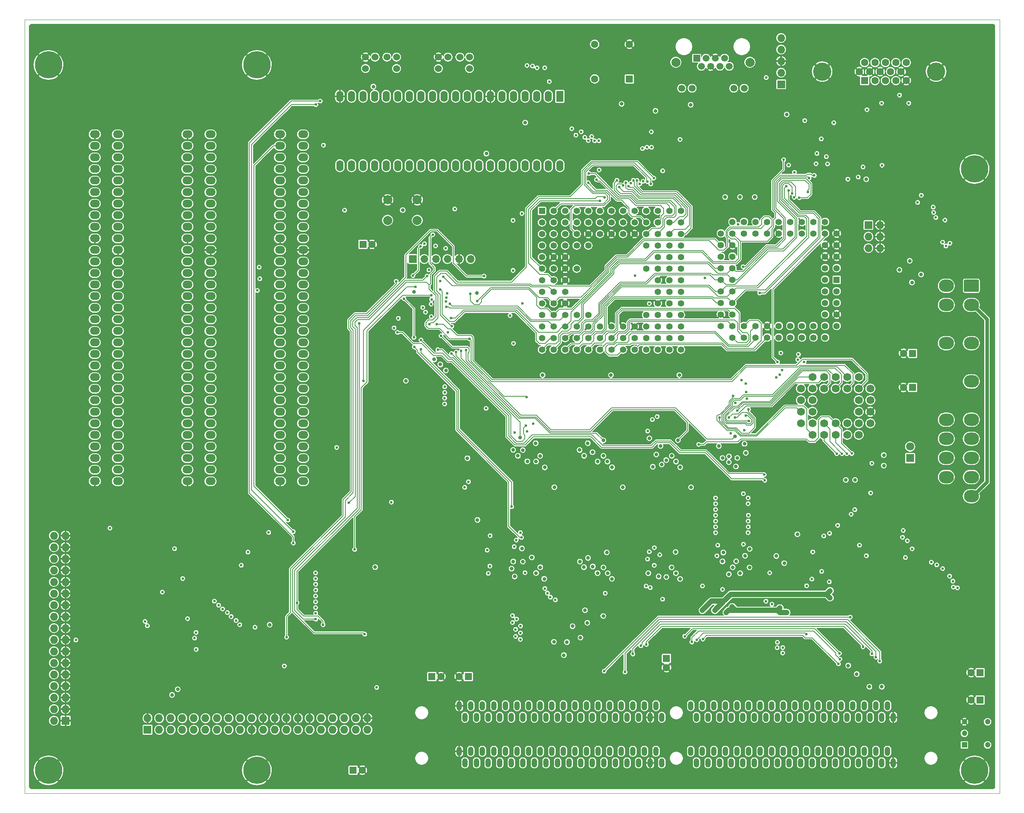
<source format=gbr>
%TF.GenerationSoftware,KiCad,Pcbnew,5.1.0-060a0da~80~ubuntu18.04.1*%
%TF.CreationDate,2019-04-17T18:28:31-04:00*%
%TF.ProjectId,C68,4336382e-6b69-4636-9164-5f7063625858,rev?*%
%TF.SameCoordinates,Original*%
%TF.FileFunction,Copper,L3,Inr*%
%TF.FilePolarity,Positive*%
%FSLAX46Y46*%
G04 Gerber Fmt 4.6, Leading zero omitted, Abs format (unit mm)*
G04 Created by KiCad (PCBNEW 5.1.0-060a0da~80~ubuntu18.04.1) date 2019-04-17 18:28:31*
%MOMM*%
%LPD*%
G04 APERTURE LIST*
%ADD10C,0.050000*%
%ADD11O,2.200000X1.700000*%
%ADD12R,1.200000X1.200000*%
%ADD13C,1.200000*%
%ADD14O,1.700000X1.700000*%
%ADD15R,1.700000X1.700000*%
%ADD16C,1.422400*%
%ADD17R,1.422400X1.422400*%
%ADD18C,1.750000*%
%ADD19C,2.000000*%
%ADD20C,1.397000*%
%ADD21R,1.397000X1.397000*%
%ADD22O,1.200000X2.000000*%
%ADD23C,6.000000*%
%ADD24C,0.150000*%
%ADD25C,2.700000*%
%ADD26O,3.300000X2.700000*%
%ADD27C,1.524000*%
%ADD28C,1.500000*%
%ADD29R,1.500000X1.500000*%
%ADD30R,1.600000X2.400000*%
%ADD31O,1.600000X2.400000*%
%ADD32R,1.600000X1.600000*%
%ADD33C,1.600000*%
%ADD34C,1.800000*%
%ADD35R,1.800000X1.800000*%
%ADD36C,4.000000*%
%ADD37O,1.727200X1.727200*%
%ADD38R,1.727200X1.727200*%
%ADD39C,0.600000*%
%ADD40C,0.800000*%
%ADD41C,1.200000*%
%ADD42C,0.800000*%
%ADD43C,0.200000*%
G04 APERTURE END LIST*
D10*
X304000000Y-210000000D02*
X90000000Y-210000000D01*
X304000000Y-40000000D02*
X304000000Y-210000000D01*
X90000000Y-40000000D02*
X304000000Y-40000000D01*
X90000000Y-210000000D02*
X90000000Y-40000000D01*
D11*
X105430000Y-65220000D03*
X110510000Y-65220000D03*
X105430000Y-67760000D03*
X105430000Y-70300000D03*
X105430000Y-72840000D03*
X105430000Y-75380000D03*
X105430000Y-77920000D03*
X105430000Y-80460000D03*
X105430000Y-83000000D03*
X105430000Y-85540000D03*
X105430000Y-88080000D03*
X105430000Y-90620000D03*
X105430000Y-93160000D03*
X105430000Y-95700000D03*
X105430000Y-98240000D03*
X105430000Y-100780000D03*
X105430000Y-103320000D03*
X105430000Y-105860000D03*
X105430000Y-108400000D03*
X105430000Y-110940000D03*
X105430000Y-113480000D03*
X105430000Y-116020000D03*
X105430000Y-118560000D03*
X105430000Y-121100000D03*
X105430000Y-123640000D03*
X105430000Y-126180000D03*
X105430000Y-128720000D03*
X105430000Y-131260000D03*
X105430000Y-133800000D03*
X105430000Y-136340000D03*
X105430000Y-138880000D03*
X105430000Y-141420000D03*
X110510000Y-67760000D03*
X110510000Y-70300000D03*
X110510000Y-72840000D03*
X110510000Y-75380000D03*
X110510000Y-77920000D03*
X110510000Y-80460000D03*
X110510000Y-83000000D03*
X110510000Y-85540000D03*
X110510000Y-88080000D03*
X110510000Y-90620000D03*
X110510000Y-93160000D03*
X110510000Y-95700000D03*
X110510000Y-98240000D03*
X110510000Y-100780000D03*
X110510000Y-103320000D03*
X110510000Y-105860000D03*
X110510000Y-108400000D03*
X110510000Y-110940000D03*
X110510000Y-113480000D03*
X110510000Y-116020000D03*
X110510000Y-118560000D03*
X110510000Y-121100000D03*
X110510000Y-123640000D03*
X110510000Y-126180000D03*
X110510000Y-128720000D03*
X110510000Y-131260000D03*
X110510000Y-133800000D03*
X110510000Y-136340000D03*
X110510000Y-138880000D03*
X110510000Y-141420000D03*
D12*
X296250000Y-199320000D03*
D13*
X296250000Y-196780000D03*
X296250000Y-194240000D03*
X301330000Y-199320000D03*
X301330000Y-194240000D03*
D14*
X277740000Y-90230000D03*
X275200000Y-90230000D03*
X277740000Y-87690000D03*
X275200000Y-87690000D03*
X277740000Y-85150000D03*
D15*
X275200000Y-85150000D03*
D14*
X187890000Y-92610000D03*
X185350000Y-92610000D03*
X182810000Y-92610000D03*
X180270000Y-92610000D03*
X177730000Y-92610000D03*
D15*
X175190000Y-92610000D03*
D16*
X265680000Y-109850000D03*
X263140000Y-109850000D03*
X260600000Y-109850000D03*
X258060000Y-109850000D03*
X255520000Y-109850000D03*
X252980000Y-109850000D03*
X250440000Y-109850000D03*
X247900000Y-109850000D03*
X268220000Y-107310000D03*
X263140000Y-107310000D03*
X260600000Y-107310000D03*
X258060000Y-107310000D03*
X255520000Y-107310000D03*
X252980000Y-107310000D03*
X250440000Y-107310000D03*
X247900000Y-107310000D03*
X245360000Y-107310000D03*
X242820000Y-107310000D03*
X242820000Y-104770000D03*
X242820000Y-102230000D03*
X242820000Y-99690000D03*
X242820000Y-97150000D03*
X242820000Y-94610000D03*
X242820000Y-92070000D03*
X242820000Y-89530000D03*
X242820000Y-86990000D03*
X245360000Y-109850000D03*
X245360000Y-104770000D03*
X245360000Y-102230000D03*
X245360000Y-99690000D03*
X245360000Y-97150000D03*
X245360000Y-94610000D03*
X245360000Y-92070000D03*
X245360000Y-89530000D03*
X245360000Y-86990000D03*
X245360000Y-84450000D03*
X247900000Y-84450000D03*
X250440000Y-84450000D03*
X252980000Y-84450000D03*
X255520000Y-84450000D03*
X258060000Y-84450000D03*
X260600000Y-84450000D03*
X263140000Y-84450000D03*
X265680000Y-84450000D03*
X247900000Y-86990000D03*
X250440000Y-86990000D03*
X252980000Y-86990000D03*
X255520000Y-86990000D03*
X258060000Y-86990000D03*
X260600000Y-86990000D03*
X263140000Y-86990000D03*
X265680000Y-86990000D03*
X268220000Y-104770000D03*
X268220000Y-102230000D03*
X268220000Y-99690000D03*
X268220000Y-86990000D03*
X268220000Y-89530000D03*
X268220000Y-92070000D03*
X268220000Y-94610000D03*
D17*
X268220000Y-97150000D03*
D16*
X265680000Y-107310000D03*
X265680000Y-104770000D03*
X265680000Y-102230000D03*
X265680000Y-99690000D03*
X265680000Y-89530000D03*
X265680000Y-92070000D03*
X265680000Y-94610000D03*
X265680000Y-97150000D03*
D18*
X262910000Y-118530000D03*
X265450000Y-118530000D03*
X267990000Y-118530000D03*
X270530000Y-118530000D03*
X273070000Y-118530000D03*
X265450000Y-121070000D03*
X267990000Y-121070000D03*
X270530000Y-121070000D03*
X275610000Y-121070000D03*
X275610000Y-123610000D03*
X275610000Y-126150000D03*
X275610000Y-128690000D03*
X273070000Y-121070000D03*
X273070000Y-123610000D03*
X273070000Y-126150000D03*
X273070000Y-128690000D03*
X273070000Y-131230000D03*
X270530000Y-131230000D03*
X267990000Y-131230000D03*
X265450000Y-131230000D03*
X262910000Y-131230000D03*
X270530000Y-128690000D03*
X267990000Y-128690000D03*
X265450000Y-128690000D03*
X262910000Y-128690000D03*
X260370000Y-121070000D03*
X260370000Y-123610000D03*
X260370000Y-128690000D03*
X260370000Y-126150000D03*
X262910000Y-118530000D03*
X262910000Y-121070000D03*
X262910000Y-126150000D03*
X262910000Y-123610000D03*
D19*
X176190000Y-79610000D03*
X176190000Y-84110000D03*
X169690000Y-79610000D03*
X169690000Y-84110000D03*
D20*
X234040000Y-112510000D03*
X234040000Y-109970000D03*
X234040000Y-107430000D03*
X234040000Y-104890000D03*
X234040000Y-102350000D03*
X234040000Y-99810000D03*
X234040000Y-97270000D03*
X234040000Y-94730000D03*
X234040000Y-92190000D03*
X234040000Y-89650000D03*
X234040000Y-87110000D03*
X234040000Y-84570000D03*
X234040000Y-82030000D03*
X231500000Y-112510000D03*
X231500000Y-109970000D03*
X231500000Y-107430000D03*
X231500000Y-104890000D03*
X231500000Y-102350000D03*
X231500000Y-99810000D03*
X231500000Y-97270000D03*
X231500000Y-94730000D03*
X231500000Y-92190000D03*
X231500000Y-89650000D03*
X231500000Y-87110000D03*
X231500000Y-84570000D03*
X231500000Y-82030000D03*
X228960000Y-112510000D03*
X228960000Y-109970000D03*
X228960000Y-107430000D03*
X228960000Y-104890000D03*
X228960000Y-102350000D03*
X228960000Y-99810000D03*
X228960000Y-97270000D03*
X228960000Y-94730000D03*
X228960000Y-92190000D03*
X228960000Y-89650000D03*
X228960000Y-87110000D03*
X228960000Y-84570000D03*
X228960000Y-82030000D03*
X226420000Y-112510000D03*
X226420000Y-109970000D03*
X226420000Y-107430000D03*
X226420000Y-104890000D03*
X226420000Y-94730000D03*
X226420000Y-89650000D03*
X226420000Y-87110000D03*
X226420000Y-84570000D03*
X226420000Y-82030000D03*
X223880000Y-112510000D03*
X223880000Y-109970000D03*
X223880000Y-107430000D03*
X223880000Y-87110000D03*
X223880000Y-84570000D03*
X223880000Y-82030000D03*
X221340000Y-112510000D03*
X221340000Y-109970000D03*
X221340000Y-107430000D03*
X221340000Y-87110000D03*
X221340000Y-84570000D03*
X221340000Y-82030000D03*
X218800000Y-112510000D03*
X218800000Y-109970000D03*
X218800000Y-107430000D03*
X218800000Y-87110000D03*
X218800000Y-84570000D03*
X218800000Y-82030000D03*
X216260000Y-112510000D03*
X216260000Y-109970000D03*
X216260000Y-107430000D03*
X216260000Y-87110000D03*
X216260000Y-84570000D03*
X216260000Y-82030000D03*
X213720000Y-112510000D03*
X213720000Y-109970000D03*
X213720000Y-107430000D03*
X213720000Y-104890000D03*
X213720000Y-89650000D03*
X213720000Y-87110000D03*
X213720000Y-84570000D03*
X213720000Y-82030000D03*
X211180000Y-112510000D03*
X211180000Y-109970000D03*
X211180000Y-107430000D03*
X211180000Y-104890000D03*
X211180000Y-94730000D03*
X211180000Y-89650000D03*
X211180000Y-87110000D03*
X211180000Y-84570000D03*
X211180000Y-82030000D03*
X208640000Y-112510000D03*
X208640000Y-109970000D03*
X208640000Y-107430000D03*
X208640000Y-104890000D03*
X208640000Y-102350000D03*
X208640000Y-99810000D03*
X208640000Y-97270000D03*
X208640000Y-94730000D03*
X208640000Y-92190000D03*
X208640000Y-89650000D03*
X208640000Y-87110000D03*
X208640000Y-84570000D03*
X208640000Y-82030000D03*
X206100000Y-112510000D03*
X206100000Y-109970000D03*
X206100000Y-107430000D03*
X206100000Y-104890000D03*
X206100000Y-102350000D03*
X206100000Y-99810000D03*
X206100000Y-97270000D03*
X206100000Y-94730000D03*
X206100000Y-92190000D03*
X206100000Y-89650000D03*
X206100000Y-87110000D03*
X206100000Y-84570000D03*
X206100000Y-82030000D03*
X203560000Y-112510000D03*
X203560000Y-109970000D03*
X203560000Y-107430000D03*
X203560000Y-104890000D03*
X203560000Y-102350000D03*
X203560000Y-99810000D03*
X203560000Y-97270000D03*
X203560000Y-94730000D03*
X203560000Y-92190000D03*
X203560000Y-89650000D03*
X203560000Y-87110000D03*
X203560000Y-84570000D03*
D21*
X203560000Y-82030000D03*
D22*
X229852000Y-193266000D03*
X227312000Y-193266000D03*
X224772000Y-193266000D03*
X222232000Y-193266000D03*
X219692000Y-193266000D03*
X217152000Y-193266000D03*
X214612000Y-193266000D03*
X212072000Y-193266000D03*
X209532000Y-193266000D03*
X206992000Y-193266000D03*
X204452000Y-193266000D03*
X201912000Y-193266000D03*
X199372000Y-193266000D03*
X196832000Y-193266000D03*
X194292000Y-193266000D03*
X191752000Y-193266000D03*
X189212000Y-193266000D03*
X186672000Y-193266000D03*
X185402000Y-190726000D03*
X187942000Y-190726000D03*
X190482000Y-190726000D03*
X193022000Y-190726000D03*
X195562000Y-190726000D03*
X198102000Y-190726000D03*
X200642000Y-190726000D03*
X203182000Y-190726000D03*
X205722000Y-190726000D03*
X208262000Y-190726000D03*
X210802000Y-190726000D03*
X213342000Y-190726000D03*
X215882000Y-190726000D03*
X218422000Y-190726000D03*
X220962000Y-190726000D03*
X223502000Y-190726000D03*
X226042000Y-190726000D03*
X228582000Y-190726000D03*
X279382000Y-190726000D03*
X276842000Y-190726000D03*
X274302000Y-190726000D03*
X271762000Y-190726000D03*
X269222000Y-190726000D03*
X266682000Y-190726000D03*
X264142000Y-190726000D03*
X261602000Y-190726000D03*
X259062000Y-190726000D03*
X256522000Y-190726000D03*
X253982000Y-190726000D03*
X251442000Y-190726000D03*
X248902000Y-190726000D03*
X246362000Y-190726000D03*
X243822000Y-190726000D03*
X241282000Y-190726000D03*
X238742000Y-190726000D03*
X236202000Y-190726000D03*
X237472000Y-193266000D03*
X240012000Y-193266000D03*
X242552000Y-193266000D03*
X245092000Y-193266000D03*
X247632000Y-193266000D03*
X250172000Y-193266000D03*
X252712000Y-193266000D03*
X255252000Y-193266000D03*
X257792000Y-193266000D03*
X260332000Y-193266000D03*
X262872000Y-193266000D03*
X265412000Y-193266000D03*
X267952000Y-193266000D03*
X270492000Y-193266000D03*
X273032000Y-193266000D03*
X275572000Y-193266000D03*
X278112000Y-193266000D03*
X280652000Y-193266000D03*
D23*
X140990000Y-49980000D03*
X298470000Y-72840000D03*
X298470000Y-204920000D03*
X140990000Y-204920000D03*
D24*
G36*
X299199503Y-97141204D02*
G01*
X299223772Y-97144804D01*
X299247570Y-97150765D01*
X299270670Y-97159030D01*
X299292849Y-97169520D01*
X299313892Y-97182133D01*
X299333598Y-97196748D01*
X299351776Y-97213224D01*
X299368252Y-97231402D01*
X299382867Y-97251108D01*
X299395480Y-97272151D01*
X299405970Y-97294330D01*
X299414235Y-97317430D01*
X299420196Y-97341228D01*
X299423796Y-97365497D01*
X299425000Y-97390001D01*
X299425000Y-99589999D01*
X299423796Y-99614503D01*
X299420196Y-99638772D01*
X299414235Y-99662570D01*
X299405970Y-99685670D01*
X299395480Y-99707849D01*
X299382867Y-99728892D01*
X299368252Y-99748598D01*
X299351776Y-99766776D01*
X299333598Y-99783252D01*
X299313892Y-99797867D01*
X299292849Y-99810480D01*
X299270670Y-99820970D01*
X299247570Y-99829235D01*
X299223772Y-99835196D01*
X299199503Y-99838796D01*
X299174999Y-99840000D01*
X296375001Y-99840000D01*
X296350497Y-99838796D01*
X296326228Y-99835196D01*
X296302430Y-99829235D01*
X296279330Y-99820970D01*
X296257151Y-99810480D01*
X296236108Y-99797867D01*
X296216402Y-99783252D01*
X296198224Y-99766776D01*
X296181748Y-99748598D01*
X296167133Y-99728892D01*
X296154520Y-99707849D01*
X296144030Y-99685670D01*
X296135765Y-99662570D01*
X296129804Y-99638772D01*
X296126204Y-99614503D01*
X296125000Y-99589999D01*
X296125000Y-97390001D01*
X296126204Y-97365497D01*
X296129804Y-97341228D01*
X296135765Y-97317430D01*
X296144030Y-97294330D01*
X296154520Y-97272151D01*
X296167133Y-97251108D01*
X296181748Y-97231402D01*
X296198224Y-97213224D01*
X296216402Y-97196748D01*
X296236108Y-97182133D01*
X296257151Y-97169520D01*
X296279330Y-97159030D01*
X296302430Y-97150765D01*
X296326228Y-97144804D01*
X296350497Y-97141204D01*
X296375001Y-97140000D01*
X299174999Y-97140000D01*
X299199503Y-97141204D01*
X299199503Y-97141204D01*
G37*
D25*
X297775000Y-98490000D03*
D26*
X297775000Y-102690000D03*
X297775000Y-106890000D03*
X297775000Y-111090000D03*
X297775000Y-115290000D03*
X297775000Y-119490000D03*
X297775000Y-123690000D03*
X297775000Y-127890000D03*
X297775000Y-132090000D03*
X297775000Y-136290000D03*
X297775000Y-140490000D03*
X297775000Y-144690000D03*
X292275000Y-98490000D03*
X292275000Y-102690000D03*
X292275000Y-106890000D03*
X292275000Y-111090000D03*
X292275000Y-115290000D03*
X292275000Y-119490000D03*
X292275000Y-123690000D03*
X292275000Y-127890000D03*
X292275000Y-132090000D03*
X292275000Y-136290000D03*
X292275000Y-140490000D03*
X292275000Y-144690000D03*
D11*
X130830000Y-141420000D03*
X130830000Y-138880000D03*
X130830000Y-136340000D03*
X130830000Y-133800000D03*
X130830000Y-131260000D03*
X130830000Y-128720000D03*
X130830000Y-126180000D03*
X130830000Y-123640000D03*
X130830000Y-121100000D03*
X130830000Y-118560000D03*
X130830000Y-116020000D03*
X130830000Y-113480000D03*
X130830000Y-110940000D03*
X130830000Y-108400000D03*
X130830000Y-105860000D03*
X130830000Y-103320000D03*
X130830000Y-100780000D03*
X130830000Y-98240000D03*
X130830000Y-95700000D03*
X130830000Y-93160000D03*
X130830000Y-90620000D03*
X130830000Y-88080000D03*
X130830000Y-85540000D03*
X130830000Y-83000000D03*
X130830000Y-80460000D03*
X130830000Y-77920000D03*
X130830000Y-75380000D03*
X130830000Y-72840000D03*
X130830000Y-70300000D03*
X130830000Y-67760000D03*
X125750000Y-141420000D03*
X125750000Y-138880000D03*
X125750000Y-136340000D03*
X125750000Y-133800000D03*
X125750000Y-131260000D03*
X125750000Y-128720000D03*
X125750000Y-126180000D03*
X125750000Y-123640000D03*
X125750000Y-121100000D03*
X125750000Y-118560000D03*
X125750000Y-116020000D03*
X125750000Y-113480000D03*
X125750000Y-110940000D03*
X125750000Y-108400000D03*
X125750000Y-105860000D03*
X125750000Y-103320000D03*
X125750000Y-100780000D03*
X125750000Y-98240000D03*
X125750000Y-95700000D03*
X125750000Y-93160000D03*
X125750000Y-90620000D03*
X125750000Y-88080000D03*
X125750000Y-85540000D03*
X125750000Y-83000000D03*
X125750000Y-80460000D03*
X125750000Y-77920000D03*
X125750000Y-75380000D03*
X125750000Y-72840000D03*
X125750000Y-70300000D03*
X125750000Y-67760000D03*
X130830000Y-65220000D03*
X125750000Y-65220000D03*
X146070000Y-65220000D03*
X151150000Y-65220000D03*
X146070000Y-67760000D03*
X146070000Y-70300000D03*
X146070000Y-72840000D03*
X146070000Y-75380000D03*
X146070000Y-77920000D03*
X146070000Y-80460000D03*
X146070000Y-83000000D03*
X146070000Y-85540000D03*
X146070000Y-88080000D03*
X146070000Y-90620000D03*
X146070000Y-93160000D03*
X146070000Y-95700000D03*
X146070000Y-98240000D03*
X146070000Y-100780000D03*
X146070000Y-103320000D03*
X146070000Y-105860000D03*
X146070000Y-108400000D03*
X146070000Y-110940000D03*
X146070000Y-113480000D03*
X146070000Y-116020000D03*
X146070000Y-118560000D03*
X146070000Y-121100000D03*
X146070000Y-123640000D03*
X146070000Y-126180000D03*
X146070000Y-128720000D03*
X146070000Y-131260000D03*
X146070000Y-133800000D03*
X146070000Y-136340000D03*
X146070000Y-138880000D03*
X146070000Y-141420000D03*
X151150000Y-67760000D03*
X151150000Y-70300000D03*
X151150000Y-72840000D03*
X151150000Y-75380000D03*
X151150000Y-77920000D03*
X151150000Y-80460000D03*
X151150000Y-83000000D03*
X151150000Y-85540000D03*
X151150000Y-88080000D03*
X151150000Y-90620000D03*
X151150000Y-93160000D03*
X151150000Y-95700000D03*
X151150000Y-98240000D03*
X151150000Y-100780000D03*
X151150000Y-103320000D03*
X151150000Y-105860000D03*
X151150000Y-108400000D03*
X151150000Y-110940000D03*
X151150000Y-113480000D03*
X151150000Y-116020000D03*
X151150000Y-118560000D03*
X151150000Y-121100000D03*
X151150000Y-123640000D03*
X151150000Y-126180000D03*
X151150000Y-128720000D03*
X151150000Y-131260000D03*
X151150000Y-133800000D03*
X151150000Y-136340000D03*
X151150000Y-138880000D03*
X151150000Y-141420000D03*
D27*
X166930000Y-48260000D03*
X169530000Y-48260000D03*
X171630000Y-48260000D03*
X164830000Y-48260000D03*
X164830000Y-50760000D03*
X171630000Y-50760000D03*
X187630000Y-50760000D03*
X180830000Y-50760000D03*
X180830000Y-48260000D03*
X187630000Y-48260000D03*
X185530000Y-48260000D03*
X182930000Y-48260000D03*
D28*
X247920000Y-55100000D03*
X245630000Y-55100000D03*
X236490000Y-55100000D03*
X234200000Y-55100000D03*
D19*
X232930000Y-49390000D03*
X249190000Y-49390000D03*
D28*
X244640000Y-50280000D03*
X242600000Y-50280000D03*
X240560000Y-50280000D03*
X238520000Y-50280000D03*
X243620000Y-48500000D03*
X241580000Y-48500000D03*
X239540000Y-48500000D03*
D29*
X237500000Y-48500000D03*
D30*
X207460000Y-56870000D03*
D31*
X159200000Y-72110000D03*
X204920000Y-56870000D03*
X161740000Y-72110000D03*
X202380000Y-56870000D03*
X164280000Y-72110000D03*
X199840000Y-56870000D03*
X166820000Y-72110000D03*
X197300000Y-56870000D03*
X169360000Y-72110000D03*
X194760000Y-56870000D03*
X171900000Y-72110000D03*
X192220000Y-56870000D03*
X174440000Y-72110000D03*
X189680000Y-56870000D03*
X176980000Y-72110000D03*
X187140000Y-56870000D03*
X179520000Y-72110000D03*
X184600000Y-56870000D03*
X182060000Y-72110000D03*
X182060000Y-56870000D03*
X184600000Y-72110000D03*
X179520000Y-56870000D03*
X187140000Y-72110000D03*
X176980000Y-56870000D03*
X189680000Y-72110000D03*
X174440000Y-56870000D03*
X192220000Y-72110000D03*
X171900000Y-56870000D03*
X194760000Y-72110000D03*
X169360000Y-56870000D03*
X197300000Y-72110000D03*
X166820000Y-56870000D03*
X199840000Y-72110000D03*
X164280000Y-56870000D03*
X202380000Y-72110000D03*
X161740000Y-56870000D03*
X204920000Y-72110000D03*
X159200000Y-56870000D03*
X207460000Y-72110000D03*
D32*
X222740000Y-53050000D03*
D33*
X215120000Y-53050000D03*
X215120000Y-45430000D03*
X222740000Y-45430000D03*
D34*
X284325000Y-133800000D03*
D35*
X284325000Y-136340000D03*
D14*
X256035095Y-44069404D03*
X256035095Y-46609404D03*
X256035095Y-49149404D03*
X256035095Y-51689404D03*
D15*
X256035095Y-54229404D03*
D23*
X95270000Y-204920000D03*
X95270000Y-49980000D03*
D22*
X280652000Y-203266000D03*
X278112000Y-203266000D03*
X275572000Y-203266000D03*
X273032000Y-203266000D03*
X270492000Y-203266000D03*
X267952000Y-203266000D03*
X265412000Y-203266000D03*
X262872000Y-203266000D03*
X260332000Y-203266000D03*
X257792000Y-203266000D03*
X255252000Y-203266000D03*
X252712000Y-203266000D03*
X250172000Y-203266000D03*
X247632000Y-203266000D03*
X245092000Y-203266000D03*
X242552000Y-203266000D03*
X240012000Y-203266000D03*
X237472000Y-203266000D03*
X236202000Y-200726000D03*
X238742000Y-200726000D03*
X241282000Y-200726000D03*
X243822000Y-200726000D03*
X246362000Y-200726000D03*
X248902000Y-200726000D03*
X251442000Y-200726000D03*
X253982000Y-200726000D03*
X256522000Y-200726000D03*
X259062000Y-200726000D03*
X261602000Y-200726000D03*
X264142000Y-200726000D03*
X266682000Y-200726000D03*
X269222000Y-200726000D03*
X271762000Y-200726000D03*
X274302000Y-200726000D03*
X276842000Y-200726000D03*
X279382000Y-200726000D03*
X228582000Y-200726000D03*
X226042000Y-200726000D03*
X223502000Y-200726000D03*
X220962000Y-200726000D03*
X218422000Y-200726000D03*
X215882000Y-200726000D03*
X213342000Y-200726000D03*
X210802000Y-200726000D03*
X208262000Y-200726000D03*
X205722000Y-200726000D03*
X203182000Y-200726000D03*
X200642000Y-200726000D03*
X198102000Y-200726000D03*
X195562000Y-200726000D03*
X193022000Y-200726000D03*
X190482000Y-200726000D03*
X187942000Y-200726000D03*
X185402000Y-200726000D03*
X186672000Y-203266000D03*
X189212000Y-203266000D03*
X191752000Y-203266000D03*
X194292000Y-203266000D03*
X196832000Y-203266000D03*
X199372000Y-203266000D03*
X201912000Y-203266000D03*
X204452000Y-203266000D03*
X206992000Y-203266000D03*
X209532000Y-203266000D03*
X212072000Y-203266000D03*
X214612000Y-203266000D03*
X217152000Y-203266000D03*
X219692000Y-203266000D03*
X222232000Y-203266000D03*
X224772000Y-203266000D03*
X227312000Y-203266000D03*
X229852000Y-203266000D03*
D33*
X278910000Y-53420000D03*
X281200000Y-53420000D03*
X283490000Y-53420000D03*
X276620000Y-53420000D03*
D32*
X274330000Y-53420000D03*
D36*
X265035000Y-51440000D03*
D33*
X283490000Y-49460000D03*
X281200000Y-49460000D03*
X278910000Y-49460000D03*
X276620000Y-49460000D03*
X274330000Y-49460000D03*
X275475000Y-51440000D03*
X273185000Y-51440000D03*
X280055000Y-51440000D03*
X282345000Y-51440000D03*
X277765000Y-51440000D03*
D36*
X290025000Y-51440000D03*
D37*
X165260000Y-193460000D03*
X165260000Y-196000000D03*
X162720000Y-193460000D03*
X162720000Y-196000000D03*
X160180000Y-193460000D03*
X160180000Y-196000000D03*
X157640000Y-193460000D03*
X157640000Y-196000000D03*
X155100000Y-193460000D03*
X155100000Y-196000000D03*
X152560000Y-193460000D03*
X152560000Y-196000000D03*
X150020000Y-193460000D03*
X150020000Y-196000000D03*
X147480000Y-193460000D03*
X147480000Y-196000000D03*
X144940000Y-193460000D03*
X144940000Y-196000000D03*
X142400000Y-193460000D03*
X142400000Y-196000000D03*
X139860000Y-193460000D03*
X139860000Y-196000000D03*
X137320000Y-193460000D03*
X137320000Y-196000000D03*
X134780000Y-193460000D03*
X134780000Y-196000000D03*
X132240000Y-193460000D03*
X132240000Y-196000000D03*
X129700000Y-193460000D03*
X129700000Y-196000000D03*
X127160000Y-193460000D03*
X127160000Y-196000000D03*
X124620000Y-193460000D03*
X124620000Y-196000000D03*
X122080000Y-193460000D03*
X122080000Y-196000000D03*
X119540000Y-193460000D03*
X119540000Y-196000000D03*
X117000000Y-193460000D03*
D38*
X117000000Y-196000000D03*
D37*
X96460000Y-153360000D03*
X99000000Y-153360000D03*
X96460000Y-155900000D03*
X99000000Y-155900000D03*
X96460000Y-158440000D03*
X99000000Y-158440000D03*
X96460000Y-160980000D03*
X99000000Y-160980000D03*
X96460000Y-163520000D03*
X99000000Y-163520000D03*
X96460000Y-166060000D03*
X99000000Y-166060000D03*
X96460000Y-168600000D03*
X99000000Y-168600000D03*
X96460000Y-171140000D03*
X99000000Y-171140000D03*
X96460000Y-173680000D03*
X99000000Y-173680000D03*
X96460000Y-176220000D03*
X99000000Y-176220000D03*
X96460000Y-178760000D03*
X99000000Y-178760000D03*
X96460000Y-181300000D03*
X99000000Y-181300000D03*
X96460000Y-183840000D03*
X99000000Y-183840000D03*
X96460000Y-186380000D03*
X99000000Y-186380000D03*
X96460000Y-188920000D03*
X99000000Y-188920000D03*
X96460000Y-191460000D03*
X99000000Y-191460000D03*
X96460000Y-194000000D03*
D38*
X99000000Y-194000000D03*
D33*
X185380000Y-184320000D03*
D32*
X187380000Y-184320000D03*
X230880000Y-180320000D03*
D33*
X230880000Y-182320000D03*
X297710000Y-183440000D03*
D32*
X299710000Y-183440000D03*
X299710000Y-189440000D03*
D33*
X297710000Y-189440000D03*
D32*
X162130000Y-204870000D03*
D33*
X164130000Y-204870000D03*
X181380000Y-184320000D03*
D32*
X179380000Y-184320000D03*
D33*
X282880000Y-120820000D03*
D32*
X284880000Y-120820000D03*
X284880000Y-113320000D03*
D33*
X282880000Y-113320000D03*
X166270000Y-89390000D03*
D32*
X164270000Y-89390000D03*
D39*
X288540000Y-60630000D03*
X278920000Y-60590000D03*
D40*
X177510000Y-136360000D03*
X177570000Y-151380000D03*
D39*
X177000000Y-96380000D03*
D40*
X241780000Y-163100000D03*
D39*
X266900000Y-75840000D03*
X234475000Y-63625000D03*
X269550000Y-60600000D03*
X280550000Y-75100000D03*
X299975000Y-90350000D03*
X291225000Y-91625000D03*
X245650000Y-116600000D03*
X230700000Y-116625000D03*
X215725000Y-116625000D03*
X200700000Y-116600000D03*
X186675000Y-125575000D03*
X159100000Y-147500000D03*
X147275000Y-156325000D03*
X211625000Y-138375000D03*
X224600000Y-139850000D03*
X238725000Y-140150000D03*
X191900000Y-162825000D03*
X209500000Y-164175000D03*
X224625000Y-63225000D03*
X217850000Y-69050000D03*
X269275000Y-63375000D03*
X245090000Y-66990000D03*
X226580000Y-162860000D03*
X150580000Y-202280000D03*
X268780000Y-78760000D03*
X171170000Y-175260000D03*
X161590000Y-171710000D03*
X153840000Y-160290000D03*
X281811640Y-177013360D03*
X163760000Y-160285000D03*
X216730000Y-69020000D03*
X239950000Y-85470000D03*
X190940000Y-81720000D03*
X214390000Y-74850000D03*
X219800000Y-74260000D03*
X164630000Y-130360000D03*
X232470000Y-66980000D03*
X239950000Y-84120000D03*
X265650000Y-61200000D03*
X197025000Y-140350000D03*
X196325000Y-138850000D03*
X300350000Y-170075000D03*
X295175000Y-158275000D03*
X287925000Y-151075000D03*
X264850000Y-154625000D03*
X125300000Y-177700000D03*
X132125000Y-161900000D03*
X121700000Y-167475000D03*
X197550000Y-45325000D03*
X253950000Y-64125000D03*
X233625000Y-51200000D03*
X279650000Y-68570000D03*
X186500000Y-110710000D03*
X165625000Y-141125000D03*
X293000000Y-154500000D03*
X141500000Y-149500000D03*
X108740000Y-151710000D03*
X184420000Y-81620000D03*
D40*
X187190000Y-136360000D03*
X233690000Y-118100000D03*
X236280000Y-142730000D03*
X221290000Y-142730000D03*
D39*
X239300000Y-96740000D03*
X197310000Y-111140000D03*
D40*
X203690000Y-118100000D03*
D39*
X197190000Y-84110000D03*
D40*
X218690000Y-118100000D03*
X173690000Y-119360000D03*
X206260000Y-142730000D03*
D39*
X197190000Y-95110000D03*
X205160000Y-53640000D03*
D40*
X143815000Y-172925000D03*
X166960000Y-160280000D03*
D39*
X120237500Y-165762500D03*
D40*
X244000000Y-170250000D03*
X255750000Y-169250000D03*
X275400000Y-186540000D03*
X272620000Y-183760000D03*
X123620000Y-187090000D03*
X257250000Y-170250000D03*
X245270000Y-169000000D03*
X266750000Y-165500000D03*
X238750000Y-169750000D03*
X278120000Y-186540000D03*
X270760000Y-181900000D03*
D39*
X266670000Y-152850000D03*
D40*
X122370000Y-188340000D03*
X189390000Y-149910000D03*
D39*
X155600000Y-67600000D03*
D40*
X254970000Y-157830000D03*
X256710000Y-159400000D03*
X259600000Y-153050000D03*
X209030000Y-176740000D03*
X206170000Y-176670000D03*
X208360000Y-179610000D03*
X284250000Y-93000000D03*
X282000000Y-95000000D03*
X284750000Y-97750000D03*
X286750000Y-96000000D03*
X243750000Y-79000000D03*
X247000000Y-79000000D03*
X250250000Y-79000000D03*
X182460000Y-117080000D03*
X179910000Y-114650000D03*
X181250000Y-115750000D03*
X212000000Y-175750000D03*
X210250000Y-173250000D03*
X213500000Y-172500000D03*
X213000000Y-169750000D03*
X217000000Y-171000000D03*
X241500000Y-169750000D03*
X266750000Y-167000000D03*
X272260000Y-141120000D03*
X278560000Y-137980000D03*
X278560000Y-135670000D03*
X270240000Y-141120000D03*
D39*
X158500000Y-134000000D03*
X170500000Y-146000000D03*
X266229940Y-71726024D03*
X264836940Y-66231804D03*
X252755095Y-52749404D03*
X216092359Y-73038783D03*
X257680000Y-71990000D03*
D40*
X189290000Y-100040000D03*
X175480000Y-99780000D03*
X172990000Y-81870000D03*
X228460000Y-60060000D03*
X236190000Y-58720000D03*
X257240000Y-60850000D03*
X221016095Y-58523905D03*
X274715000Y-75085000D03*
D39*
X182940000Y-108700000D03*
X244600000Y-127450000D03*
X241655000Y-150165000D03*
X221960000Y-75820000D03*
X241655000Y-148895000D03*
X245910000Y-127410000D03*
X221400000Y-76420000D03*
X248880000Y-125640000D03*
X248800000Y-150155000D03*
X220480000Y-76820000D03*
X248300000Y-126970000D03*
X248830000Y-151425000D03*
X219990000Y-75310000D03*
X247940000Y-130240000D03*
X247760000Y-155255000D03*
X226740000Y-130410000D03*
X186600000Y-142750000D03*
X191525000Y-156550000D03*
X215510000Y-75170000D03*
X248940000Y-128190000D03*
X227790000Y-127860000D03*
X248780000Y-152695000D03*
X192175000Y-153375000D03*
X187425000Y-141525000D03*
X213860000Y-73830000D03*
X181230000Y-97460000D03*
X182430000Y-90250000D03*
X255260000Y-115230000D03*
X274740000Y-157770000D03*
X216250000Y-79790000D03*
X217310000Y-79090000D03*
X181870000Y-96500000D03*
X189390000Y-101820000D03*
X187810000Y-100250000D03*
X182550000Y-103100000D03*
X181210000Y-99260000D03*
X183360000Y-102460000D03*
X183580000Y-105600000D03*
X256590000Y-70790000D03*
X225600000Y-68350000D03*
X171570000Y-97490000D03*
X147510000Y-175670000D03*
X256270000Y-116960000D03*
X265400000Y-153425000D03*
X247740000Y-144140000D03*
X247320000Y-119210000D03*
X268450000Y-151100000D03*
X241655000Y-145085000D03*
X246040000Y-124150000D03*
X272200000Y-147650000D03*
X248790000Y-146345000D03*
X248340000Y-121835000D03*
X241655000Y-146355000D03*
X245470000Y-122660000D03*
X191290000Y-125410000D03*
X178740000Y-95010000D03*
X275675000Y-144000000D03*
D40*
X228640000Y-135540000D03*
D39*
X228190000Y-159880000D03*
X226730000Y-158510000D03*
X248790000Y-145075000D03*
X248320000Y-119930000D03*
X241655000Y-147625000D03*
X246450000Y-125900000D03*
X275930000Y-137480000D03*
X213710000Y-75850000D03*
D40*
X226890000Y-161610000D03*
X227880000Y-138220000D03*
X232960000Y-137090000D03*
X232940000Y-161600000D03*
D39*
X227320000Y-164780000D03*
D40*
X229560000Y-133660000D03*
D39*
X227100000Y-156900000D03*
X229400000Y-157570000D03*
X248850000Y-148885000D03*
X248570000Y-123290000D03*
D40*
X248280000Y-135170000D03*
X249090000Y-160340000D03*
X248110000Y-157780000D03*
X248000000Y-133190000D03*
D39*
X241940000Y-157790000D03*
D40*
X229160000Y-162320000D03*
X229820000Y-137750000D03*
X232020000Y-135830000D03*
X231990000Y-160340000D03*
D39*
X226410000Y-164440000D03*
X182490000Y-101930000D03*
X199250000Y-102350000D03*
X224025000Y-96250000D03*
X178340000Y-96340000D03*
X180200000Y-89730000D03*
X227600000Y-68070000D03*
X124730000Y-162780000D03*
X161160000Y-146160000D03*
X255960000Y-113230000D03*
X273220000Y-155460000D03*
X179340000Y-101470000D03*
X196550000Y-105025000D03*
X227100000Y-102400000D03*
D40*
X244590000Y-135970000D03*
X245400000Y-160310000D03*
D39*
X238770000Y-164410000D03*
D40*
X246400000Y-136290000D03*
X246170000Y-158980000D03*
D39*
X253530000Y-161530000D03*
D40*
X243350000Y-157070000D03*
X242370000Y-133690000D03*
X233860000Y-162870000D03*
X233880000Y-138350000D03*
D39*
X246620000Y-85010000D03*
D40*
X243160000Y-159020000D03*
X243170000Y-136290000D03*
X247040000Y-161630000D03*
X246120000Y-138180000D03*
D39*
X243170000Y-165170000D03*
D40*
X244550000Y-137210000D03*
X244550000Y-161840000D03*
X230850000Y-162440000D03*
X230820000Y-136770000D03*
D39*
X183780000Y-107360000D03*
X200200000Y-122880000D03*
X181400000Y-109470000D03*
X200040000Y-129170000D03*
X180680000Y-112520000D03*
X196900000Y-146990000D03*
X176970000Y-112440000D03*
X199070000Y-153770000D03*
X175530000Y-111910000D03*
X180440000Y-106930000D03*
X160240000Y-81890000D03*
X179240000Y-102510000D03*
X177380000Y-103240000D03*
X178000000Y-104270000D03*
X171100000Y-107740000D03*
X179270000Y-105250000D03*
X172030000Y-105630000D03*
X182200000Y-124440000D03*
X182200000Y-123170000D03*
X141090000Y-99510000D03*
X182220000Y-121920000D03*
X141640000Y-96950000D03*
X182220000Y-120640000D03*
X141480000Y-94400000D03*
X175820000Y-98680000D03*
X164350000Y-119400000D03*
X226600000Y-68050000D03*
X187660000Y-110100000D03*
X179580000Y-87250000D03*
X153920000Y-171700000D03*
X167280000Y-186700000D03*
X147010000Y-181990000D03*
X164660000Y-175000000D03*
X190840000Y-96370000D03*
D40*
X166550000Y-54725000D03*
D39*
X200275000Y-50100000D03*
X261090000Y-115200000D03*
X292200000Y-89750000D03*
X259690000Y-114700000D03*
X291475000Y-88925000D03*
X259840000Y-113550000D03*
X293075000Y-89125000D03*
X227550000Y-64670000D03*
X233850000Y-66350000D03*
X230040000Y-73240000D03*
X289500000Y-82380000D03*
X228110000Y-74830000D03*
X178860000Y-106950000D03*
X289400000Y-81190000D03*
X270680000Y-75080000D03*
X202470000Y-50610000D03*
X285990000Y-80180000D03*
X201480000Y-50230000D03*
X286790000Y-78610000D03*
X199160000Y-82610000D03*
X186930000Y-112620000D03*
D40*
X249120000Y-156270000D03*
X245930000Y-131580000D03*
D39*
X252700000Y-167770000D03*
D40*
X232880000Y-156940000D03*
X233380000Y-132400000D03*
D39*
X185810000Y-112770000D03*
X230030000Y-167310000D03*
D40*
X199140000Y-156170000D03*
X198750000Y-131770000D03*
D39*
X183690000Y-113360000D03*
X206490000Y-167470000D03*
D40*
X217020000Y-132440000D03*
D39*
X184730000Y-113020000D03*
D40*
X217770000Y-157040000D03*
D39*
X217440000Y-166000000D03*
X175250000Y-96250000D03*
X176900000Y-89850000D03*
D40*
X191350000Y-69440000D03*
X199880000Y-62640000D03*
D39*
X204160000Y-50610000D03*
X278080000Y-58390000D03*
X284040000Y-58390000D03*
X282010000Y-56610000D03*
X274870000Y-59810000D03*
X265950000Y-70125000D03*
X263900000Y-69430000D03*
X258960000Y-73540000D03*
X272950000Y-74600000D03*
X263690000Y-71690000D03*
X294725000Y-164825000D03*
X293825000Y-164650000D03*
X293725000Y-163350000D03*
X293000000Y-162250000D03*
X291475000Y-160600000D03*
X290175000Y-159775000D03*
X289000000Y-159200000D03*
X284775000Y-156250000D03*
X256375000Y-179125000D03*
X283725000Y-154500000D03*
X255175000Y-177975000D03*
X282675000Y-153725000D03*
X255212500Y-176787500D03*
X282825000Y-152225000D03*
X283300000Y-158150000D03*
X256387500Y-177937500D03*
X271200000Y-171250000D03*
X217200000Y-183125000D03*
X226475000Y-177250000D03*
X274000000Y-177775000D03*
X225250000Y-177550000D03*
X275950000Y-179325000D03*
X223500000Y-179350000D03*
X276850000Y-180050000D03*
X221775000Y-183325000D03*
X277675000Y-180925000D03*
X237525000Y-176225000D03*
X261560000Y-175020000D03*
X238875000Y-176075000D03*
X268610000Y-181530000D03*
X234875000Y-175475000D03*
X268850000Y-179225000D03*
X236450000Y-176725000D03*
X268930000Y-180490000D03*
X262775000Y-162900000D03*
X261625000Y-164375000D03*
X264925000Y-161225000D03*
X262975000Y-156950000D03*
X101275000Y-176275000D03*
X116950000Y-173150000D03*
X127675000Y-178350000D03*
X116450000Y-172200000D03*
X127325000Y-175875000D03*
X127650000Y-174625000D03*
X131660000Y-167750000D03*
X132600000Y-168630000D03*
X133460000Y-169450000D03*
X134520000Y-170260000D03*
X135350000Y-171140000D03*
X136420000Y-171990000D03*
X137240000Y-172920000D03*
X140580000Y-173480000D03*
X143590000Y-152660000D03*
X289980000Y-83490000D03*
X148980000Y-154970000D03*
X154890000Y-57920000D03*
X148980000Y-152480000D03*
X153930000Y-58700000D03*
X291980000Y-84060000D03*
X163470000Y-106760000D03*
X149790000Y-168120000D03*
X155520000Y-172930000D03*
X147820000Y-149970000D03*
X125775000Y-171600000D03*
X122925000Y-156225000D03*
X197530000Y-130725000D03*
X197450000Y-155790000D03*
X269375000Y-135350000D03*
X224430000Y-75360000D03*
X261201114Y-62200000D03*
X274000000Y-72380000D03*
X267590000Y-62680000D03*
X278170000Y-72020000D03*
X237940000Y-133320000D03*
X271525000Y-135325000D03*
X242130000Y-155470000D03*
X225740000Y-75540000D03*
X242520000Y-127400000D03*
X241655000Y-151435000D03*
X228840000Y-127210000D03*
X222540000Y-76600000D03*
X270450000Y-135350000D03*
X228210000Y-156010000D03*
D40*
X227110000Y-131990000D03*
D39*
X225040000Y-76080000D03*
X197920000Y-154320000D03*
X200260000Y-130490000D03*
X255730000Y-118020000D03*
X268225000Y-135350000D03*
X223630000Y-75300000D03*
X198800000Y-152690000D03*
X244980000Y-130920000D03*
X241655000Y-152705000D03*
X255000000Y-118620000D03*
X201620000Y-128800000D03*
X271400000Y-148650000D03*
X223090000Y-75920000D03*
D40*
X211810000Y-134550000D03*
X211860000Y-159050000D03*
D39*
X197100000Y-170925000D03*
D40*
X215760000Y-137090000D03*
X215740000Y-161590000D03*
D39*
X198850000Y-173200000D03*
D40*
X212760000Y-160290000D03*
X212790000Y-135820000D03*
D39*
X197975000Y-171675000D03*
D40*
X218900000Y-162850000D03*
X218930000Y-138360000D03*
D39*
X198800000Y-176150000D03*
D40*
X217990000Y-161600000D03*
X217930000Y-137090000D03*
D39*
X197775000Y-175500000D03*
D40*
X217030000Y-135830000D03*
X217030000Y-160330000D03*
D39*
X198825000Y-174725000D03*
D40*
X214700000Y-160150000D03*
X214640000Y-135040000D03*
D39*
X197775000Y-173950000D03*
D40*
X213650000Y-158260000D03*
X213610000Y-133060000D03*
D39*
X197100000Y-172450000D03*
D40*
X197250000Y-159040000D03*
X197230000Y-134540000D03*
D39*
X205400000Y-166875000D03*
X216060000Y-66630000D03*
X257170000Y-76570000D03*
X153910000Y-170390000D03*
D40*
X196870000Y-160620000D03*
X198270000Y-135830000D03*
D39*
X204750000Y-165975000D03*
X215100000Y-66630000D03*
X257670000Y-77510000D03*
X251310000Y-100080000D03*
X153870000Y-169160000D03*
D40*
X204160000Y-138370000D03*
X204050000Y-162850000D03*
D39*
X213710000Y-66590000D03*
X258890000Y-79060000D03*
X153870000Y-166620000D03*
D40*
X199340000Y-159080000D03*
X199350000Y-134570000D03*
D39*
X210090000Y-63980000D03*
X262190000Y-74790000D03*
X153870000Y-162810000D03*
X182730000Y-100140000D03*
X192125000Y-160050000D03*
X226670000Y-75580000D03*
D40*
X200330000Y-137040000D03*
X197550000Y-162330000D03*
D39*
X204175000Y-164975000D03*
X214460000Y-65700000D03*
X258450000Y-78180000D03*
X153870000Y-167890000D03*
D40*
X203180000Y-160310000D03*
X203140000Y-135840000D03*
D39*
X212160000Y-64660000D03*
X153890000Y-164030000D03*
X261951734Y-77841734D03*
D40*
X202260000Y-137080000D03*
X202250000Y-161580000D03*
D39*
X212950000Y-65870000D03*
X260010000Y-79140000D03*
X153920000Y-165310000D03*
X182550000Y-101060000D03*
X191775000Y-161650000D03*
X177760000Y-89260000D03*
X227430000Y-76120000D03*
D40*
X201320000Y-158150000D03*
X202180000Y-133060000D03*
D39*
X199825000Y-161500000D03*
X211000000Y-65400000D03*
X263310000Y-74250000D03*
X247680000Y-94295000D03*
X153870000Y-161540000D03*
X137575000Y-159875000D03*
X139025000Y-156975000D03*
X254010000Y-168420000D03*
X252320000Y-139980000D03*
X177000000Y-110390000D03*
X173290000Y-101330000D03*
X175450000Y-109830000D03*
X179320000Y-100550000D03*
X162440000Y-156400000D03*
X266610000Y-163510000D03*
X252440000Y-141210000D03*
X171850000Y-108730000D03*
D41*
X255750000Y-169250000D02*
X255250000Y-169750000D01*
X255250000Y-169750000D02*
X246020000Y-169750000D01*
X244500000Y-169750000D02*
X244000000Y-170250000D01*
X255750000Y-170250000D02*
X255250000Y-169750000D01*
X246020000Y-169750000D02*
X244500000Y-169750000D01*
X243500000Y-167750000D02*
X245000000Y-166250000D01*
X240750000Y-167750000D02*
X243500000Y-167750000D01*
X245000000Y-166250000D02*
X266000000Y-166250000D01*
X257250000Y-170250000D02*
X255750000Y-170250000D01*
X246020000Y-169750000D02*
X245270000Y-169000000D01*
X241500000Y-169750000D02*
X243500000Y-167750000D01*
X238750000Y-169750000D02*
X240750000Y-167750000D01*
X266000000Y-166250000D02*
X266750000Y-165500000D01*
X266000000Y-166250000D02*
X266750000Y-167000000D01*
D42*
X298075000Y-144690000D02*
X301210000Y-141555000D01*
X297775000Y-144690000D02*
X298075000Y-144690000D01*
X298075000Y-102690000D02*
X297775000Y-102690000D01*
X301210000Y-105825000D02*
X298075000Y-102690000D01*
X301210000Y-141555000D02*
X301210000Y-105825000D01*
D24*
X244600000Y-127450000D02*
X245400000Y-126650000D01*
X259010000Y-119790000D02*
X264190000Y-119790000D01*
X264190000Y-119790000D02*
X265450000Y-118530000D01*
X253940000Y-124860000D02*
X259010000Y-119790000D01*
X248410000Y-124860000D02*
X253940000Y-124860000D01*
X246620000Y-126650000D02*
X248410000Y-124860000D01*
X245400000Y-126650000D02*
X246620000Y-126650000D01*
X221960000Y-76940000D02*
X221960000Y-75820000D01*
X222420000Y-77400000D02*
X221960000Y-76940000D01*
X223500000Y-77400000D02*
X222420000Y-77400000D01*
X232560000Y-78940000D02*
X225040000Y-78940000D01*
X231500000Y-84570000D02*
X232487828Y-84570000D01*
X232487828Y-84570000D02*
X233737828Y-83320000D01*
X235150000Y-82740000D02*
X235150000Y-81530000D01*
X225040000Y-78940000D02*
X223500000Y-77400000D01*
X233737828Y-83320000D02*
X234570000Y-83320000D01*
X234570000Y-83320000D02*
X235150000Y-82740000D01*
X235150000Y-81530000D02*
X232560000Y-78940000D01*
X269260000Y-117960000D02*
X267880000Y-116580000D01*
X248225732Y-128800010D02*
X248485722Y-129060000D01*
X244030010Y-128800010D02*
X248225732Y-128800010D01*
X248485722Y-129060000D02*
X249410000Y-129060000D01*
X254280000Y-122750000D02*
X247930000Y-122750000D01*
X245310000Y-124070000D02*
X245310000Y-124850000D01*
X260450000Y-116580000D02*
X254280000Y-122750000D01*
X247930000Y-122750000D02*
X247100000Y-123580000D01*
X243360000Y-126800000D02*
X243360000Y-128130000D01*
X245800000Y-123580000D02*
X245310000Y-124070000D01*
X249410000Y-129060000D02*
X249900000Y-128570000D01*
X247440000Y-126340000D02*
X246370000Y-127410000D01*
X246370000Y-127410000D02*
X245910000Y-127410000D01*
X267990000Y-121070000D02*
X269260000Y-119800000D01*
X243360000Y-128130000D02*
X244030010Y-128800010D01*
X247100000Y-123580000D02*
X245800000Y-123580000D01*
X249900000Y-128570000D02*
X249900000Y-127700000D01*
X248540000Y-126340000D02*
X247440000Y-126340000D01*
X269260000Y-119800000D02*
X269260000Y-117960000D01*
X245310000Y-124850000D02*
X243360000Y-126800000D01*
X249900000Y-127700000D02*
X248540000Y-126340000D01*
X267880000Y-116580000D02*
X260450000Y-116580000D01*
X230450000Y-85620000D02*
X228960000Y-87110000D01*
X232550000Y-83490000D02*
X230960000Y-83490000D01*
X232970000Y-83070000D02*
X232550000Y-83490000D01*
X232970000Y-80940000D02*
X232970000Y-83070000D01*
X231760000Y-79730000D02*
X232970000Y-80940000D01*
X230450000Y-84000000D02*
X230450000Y-85620000D01*
X224700000Y-79730000D02*
X231760000Y-79730000D01*
X230960000Y-83490000D02*
X230450000Y-84000000D01*
X223180000Y-78210000D02*
X224700000Y-79730000D01*
X221400000Y-76420000D02*
X221100001Y-76120001D01*
X220169999Y-76120001D02*
X219795000Y-76495000D01*
X219795000Y-77245000D02*
X220760000Y-78210000D01*
X219795000Y-76495000D02*
X219795000Y-77245000D01*
X221100001Y-76120001D02*
X220169999Y-76120001D01*
X220760000Y-78210000D02*
X223180000Y-78210000D01*
X245000000Y-124730000D02*
X243050000Y-126680000D01*
X243050000Y-126680000D02*
X243050000Y-128250000D01*
X247810000Y-122440000D02*
X246970000Y-123280000D01*
X260330000Y-116270000D02*
X254160000Y-122440000D01*
X254160000Y-122440000D02*
X247810000Y-122440000D01*
X248880000Y-126230000D02*
X248880000Y-125640000D01*
X248960000Y-130880000D02*
X250210000Y-129630000D01*
X245670000Y-123280000D02*
X245000000Y-123950000D01*
X247330000Y-130880000D02*
X248960000Y-130880000D01*
X246130000Y-129680000D02*
X247330000Y-130880000D01*
X246970000Y-123280000D02*
X245670000Y-123280000D01*
X250210000Y-127560000D02*
X248880000Y-126230000D01*
X250210000Y-129630000D02*
X250210000Y-127560000D01*
X244480000Y-129680000D02*
X246130000Y-129680000D01*
X243050000Y-128250000D02*
X244480000Y-129680000D01*
X245000000Y-123950000D02*
X245000000Y-124730000D01*
X270530000Y-118530000D02*
X268270000Y-116270000D01*
X268270000Y-116270000D02*
X260330000Y-116270000D01*
X221470000Y-77820000D02*
X220710000Y-77060000D01*
X223360000Y-77820000D02*
X221470000Y-77820000D01*
X224875000Y-79335000D02*
X223360000Y-77820000D01*
X232332828Y-79335000D02*
X224875000Y-79335000D01*
X234040000Y-82030000D02*
X234040000Y-81042172D01*
X234040000Y-81042172D02*
X232332828Y-79335000D01*
X220710000Y-77060000D02*
X220710000Y-77050000D01*
X220710000Y-77050000D02*
X220480000Y-76820000D01*
X248610000Y-128760000D02*
X248350000Y-128500000D01*
X249270000Y-128760000D02*
X248610000Y-128760000D01*
X249580000Y-128450000D02*
X249270000Y-128760000D01*
X249580000Y-127825736D02*
X249580000Y-128450000D01*
X245680000Y-124950000D02*
X246470000Y-124950000D01*
X243670000Y-126960000D02*
X245680000Y-124950000D01*
X260570000Y-116890000D02*
X266350000Y-116890000D01*
X247510000Y-123910000D02*
X253550000Y-123910000D01*
X246470000Y-124950000D02*
X247510000Y-123910000D01*
X248300000Y-126970000D02*
X248724264Y-126970000D01*
X248724264Y-126970000D02*
X249580000Y-127825736D01*
X243670000Y-127990000D02*
X243670000Y-126960000D01*
X244180000Y-128500000D02*
X243670000Y-127990000D01*
X248350000Y-128500000D02*
X244180000Y-128500000D01*
X266350000Y-116890000D02*
X267990000Y-118530000D01*
X253550000Y-123910000D02*
X260570000Y-116890000D01*
X219380000Y-75920000D02*
X219990000Y-75310000D01*
X219380000Y-77420000D02*
X219380000Y-75920000D01*
X220560000Y-78600000D02*
X219380000Y-77420000D01*
X223040000Y-78600000D02*
X220560000Y-78600000D01*
X224530000Y-80090000D02*
X223040000Y-78600000D01*
X232580000Y-82660000D02*
X232580000Y-81160000D01*
X227700000Y-85830000D02*
X229470000Y-85830000D01*
X231510000Y-80090000D02*
X224530000Y-80090000D01*
X229470000Y-85830000D02*
X230070000Y-85230000D01*
X226420000Y-87110000D02*
X227700000Y-85830000D01*
X230070000Y-85230000D02*
X230070000Y-83690000D01*
X230070000Y-83690000D02*
X230610000Y-83150000D01*
X232580000Y-81160000D02*
X231510000Y-80090000D01*
X232090000Y-83150000D02*
X232580000Y-82660000D01*
X230610000Y-83150000D02*
X232090000Y-83150000D01*
X215809999Y-75469999D02*
X216319999Y-75469999D01*
X215510000Y-75170000D02*
X215809999Y-75469999D01*
X216319999Y-75469999D02*
X220170000Y-79320000D01*
X220170000Y-79320000D02*
X222640000Y-79320000D01*
X222640000Y-79320000D02*
X224150000Y-80830000D01*
X224150000Y-80830000D02*
X229580000Y-80830000D01*
X229580000Y-80830000D02*
X230250000Y-81500000D01*
X230250000Y-81500000D02*
X230250000Y-82630000D01*
X229658499Y-83871501D02*
X228960000Y-84570000D01*
X229658499Y-83221501D02*
X229658499Y-83871501D01*
X230250000Y-82630000D02*
X229658499Y-83221501D01*
X265950000Y-117200000D02*
X266720000Y-117970000D01*
X260700000Y-117200000D02*
X265950000Y-117200000D01*
X253680000Y-124220000D02*
X260700000Y-117200000D01*
X247630000Y-124220000D02*
X253680000Y-124220000D01*
X266720000Y-117970000D02*
X266720000Y-119800000D01*
X266720000Y-119800000D02*
X265450000Y-121070000D01*
X248940000Y-128190000D02*
X244320000Y-128190000D01*
X243980000Y-127850000D02*
X243980000Y-127080000D01*
X244320000Y-128190000D02*
X243980000Y-127850000D01*
X246600000Y-125250000D02*
X247630000Y-124220000D01*
X245810000Y-125250000D02*
X246600000Y-125250000D01*
X243980000Y-127080000D02*
X245810000Y-125250000D01*
X220360000Y-78960000D02*
X222850000Y-78960000D01*
X222850000Y-78960000D02*
X224340000Y-80450000D01*
X224340000Y-80450000D02*
X230930000Y-80450000D01*
X231500000Y-81020000D02*
X231500000Y-82030000D01*
X230930000Y-80450000D02*
X231500000Y-81020000D01*
X213860000Y-73830000D02*
X215230000Y-73830000D01*
X215230000Y-73830000D02*
X216060000Y-74660000D01*
X216060000Y-74660000D02*
X220360000Y-78960000D01*
X265680000Y-86990000D02*
X265680000Y-87740000D01*
X265680000Y-87740000D02*
X254220000Y-99200000D01*
X254220000Y-99200000D02*
X254220000Y-114080000D01*
X254220000Y-114190000D02*
X255260000Y-115230000D01*
X254220000Y-114080000D02*
X254220000Y-114190000D01*
D43*
X203560000Y-94730000D02*
X201080000Y-92250000D01*
X201080000Y-92250000D02*
X201080000Y-81850000D01*
X203140000Y-79790000D02*
X201080000Y-81850000D01*
X216250000Y-79790000D02*
X203140000Y-79790000D01*
X203070000Y-95980000D02*
X200610000Y-93520000D01*
X204810000Y-95980000D02*
X203070000Y-95980000D01*
X206100000Y-97270000D02*
X204810000Y-95980000D01*
X217110000Y-78890000D02*
X217320000Y-79100000D01*
X215240000Y-79350000D02*
X215700000Y-78890000D01*
X202950000Y-79350000D02*
X215240000Y-79350000D01*
X215700000Y-78890000D02*
X217110000Y-78890000D01*
X200610000Y-81690000D02*
X202950000Y-79350000D01*
X200610000Y-93520000D02*
X200610000Y-81690000D01*
X200860000Y-98470000D02*
X183840000Y-98470000D01*
X201110000Y-98720000D02*
X200860000Y-98470000D01*
X183840000Y-98470000D02*
X181870000Y-96500000D01*
X205010000Y-98720000D02*
X201110000Y-98720000D01*
X206100000Y-99810000D02*
X205010000Y-98720000D01*
D24*
X202900000Y-101040000D02*
X204790000Y-101040000D01*
X204790000Y-101040000D02*
X206100000Y-102350000D01*
X200720000Y-98860000D02*
X202900000Y-101040000D01*
X192350000Y-98860000D02*
X200720000Y-98860000D01*
X189390000Y-101820000D02*
X192350000Y-98860000D01*
X252980000Y-86400000D02*
X252980000Y-86990000D01*
X254060000Y-83980000D02*
X254060000Y-85320000D01*
X254060000Y-85320000D02*
X252980000Y-86400000D01*
X253370000Y-83290000D02*
X254060000Y-83980000D01*
X251730000Y-83930000D02*
X252370000Y-83290000D01*
X251730000Y-84950000D02*
X251730000Y-83930000D01*
X251120000Y-85560000D02*
X251730000Y-84950000D01*
X225930000Y-88580000D02*
X240210000Y-88580000D01*
X217880000Y-95300000D02*
X217880000Y-94310000D01*
X243930000Y-86410000D02*
X244780000Y-85560000D01*
X212160000Y-101020000D02*
X217880000Y-95300000D01*
X222310000Y-92200000D02*
X225930000Y-88580000D01*
X242325000Y-90695000D02*
X243455000Y-90695000D01*
X244210000Y-87880000D02*
X243930000Y-87600000D01*
X207430000Y-101020000D02*
X212160000Y-101020000D01*
X206100000Y-102350000D02*
X207430000Y-101020000D01*
X240210000Y-88580000D02*
X242325000Y-90695000D01*
X243455000Y-90695000D02*
X244210000Y-89940000D01*
X252370000Y-83290000D02*
X253370000Y-83290000D01*
X219990000Y-92200000D02*
X222310000Y-92200000D01*
X243930000Y-87600000D02*
X243930000Y-86410000D01*
X217880000Y-94310000D02*
X219990000Y-92200000D01*
X244210000Y-89940000D02*
X244210000Y-87880000D01*
X244780000Y-85560000D02*
X251120000Y-85560000D01*
X187810000Y-101730000D02*
X187810000Y-100250000D01*
X200620000Y-99240000D02*
X192530000Y-99240000D01*
X202370000Y-100990000D02*
X200620000Y-99240000D01*
X192530000Y-99240000D02*
X190320000Y-101450000D01*
X189750000Y-102590000D02*
X188670000Y-102590000D01*
X190320000Y-101450000D02*
X190320000Y-102020000D01*
X210070000Y-103600000D02*
X218240000Y-95430000D01*
X207390000Y-103600000D02*
X210070000Y-103600000D01*
X206100000Y-104890000D02*
X207390000Y-103600000D01*
X238790000Y-90760000D02*
X241210000Y-93180000D01*
X228010000Y-90760000D02*
X238790000Y-90760000D01*
X226200000Y-92570000D02*
X228010000Y-90760000D01*
X244950000Y-85880000D02*
X251550000Y-85880000D01*
X251550000Y-85880000D02*
X252980000Y-84450000D01*
X244240000Y-86590000D02*
X244950000Y-85880000D01*
X246680000Y-88950000D02*
X245970000Y-88240000D01*
X246680000Y-92500000D02*
X246680000Y-88950000D01*
X190320000Y-102020000D02*
X189750000Y-102590000D01*
X188670000Y-102590000D02*
X187810000Y-101730000D01*
X203140000Y-103540000D02*
X202370000Y-102770000D01*
X206100000Y-104890000D02*
X204750000Y-103540000D01*
X220130000Y-92570000D02*
X226200000Y-92570000D01*
X218240000Y-94460000D02*
X220130000Y-92570000D01*
X218240000Y-95430000D02*
X218240000Y-94460000D01*
X202370000Y-102770000D02*
X202370000Y-100990000D01*
X204750000Y-103540000D02*
X203140000Y-103540000D01*
X244240000Y-87450000D02*
X244240000Y-86590000D01*
X245030000Y-88240000D02*
X244240000Y-87450000D01*
X245970000Y-88240000D02*
X245030000Y-88240000D01*
X246000000Y-93180000D02*
X246680000Y-92500000D01*
X241210000Y-93180000D02*
X246000000Y-93180000D01*
D43*
X182974264Y-103100000D02*
X183244264Y-103370000D01*
X182550000Y-103100000D02*
X182974264Y-103100000D01*
X183244264Y-103370000D02*
X198135012Y-103370000D01*
X198135012Y-103370000D02*
X201095012Y-106330000D01*
X201095012Y-106330000D02*
X205000000Y-106330000D01*
X205000000Y-106330000D02*
X206100000Y-107430000D01*
X184360000Y-106340000D02*
X183280000Y-106340000D01*
X186560000Y-104140000D02*
X184360000Y-106340000D01*
X197720000Y-104140000D02*
X186560000Y-104140000D01*
X183280000Y-106340000D02*
X181620000Y-104680000D01*
X181620000Y-99670000D02*
X181210000Y-99260000D01*
X181620000Y-104680000D02*
X181620000Y-99670000D01*
X205440000Y-109970000D02*
X204230000Y-111180000D01*
X206100000Y-109970000D02*
X205440000Y-109970000D01*
X202330000Y-110510000D02*
X202330000Y-108750000D01*
X203000000Y-111180000D02*
X202330000Y-110510000D01*
X204230000Y-111180000D02*
X203000000Y-111180000D01*
X202330000Y-108750000D02*
X197720000Y-104140000D01*
X183870000Y-102970000D02*
X183360000Y-102460000D01*
X201230000Y-105970000D02*
X198230000Y-102970000D01*
X207560000Y-105970000D02*
X201230000Y-105970000D01*
X198230000Y-102970000D02*
X183870000Y-102970000D01*
X208640000Y-104890000D02*
X207560000Y-105970000D01*
X184540000Y-105600000D02*
X183580000Y-105600000D01*
X197920000Y-103760000D02*
X186380000Y-103760000D01*
D24*
X209920000Y-104260000D02*
X218610000Y-95570000D01*
X208640000Y-107430000D02*
X209920000Y-106150000D01*
X209920000Y-106150000D02*
X209920000Y-104260000D01*
X238640000Y-91100000D02*
X241060000Y-93520000D01*
X247080000Y-92670000D02*
X247080000Y-88710000D01*
D43*
X186380000Y-103760000D02*
X184540000Y-105600000D01*
D24*
X220340000Y-92910000D02*
X226390000Y-92910000D01*
X246230000Y-93520000D02*
X247080000Y-92670000D01*
X226390000Y-92910000D02*
X228200000Y-91100000D01*
D43*
X202830000Y-108670000D02*
X197920000Y-103760000D01*
X206840000Y-108670000D02*
X202830000Y-108670000D01*
X208080000Y-107430000D02*
X206840000Y-108670000D01*
D24*
X247080000Y-88710000D02*
X245360000Y-86990000D01*
X218610000Y-94640000D02*
X220340000Y-92910000D01*
D43*
X208640000Y-107430000D02*
X208080000Y-107430000D01*
D24*
X228200000Y-91100000D02*
X238640000Y-91100000D01*
X218610000Y-95570000D02*
X218610000Y-94640000D01*
X241060000Y-93520000D02*
X246230000Y-93520000D01*
X254020000Y-87710000D02*
X253020000Y-88710000D01*
X254410000Y-85600000D02*
X254020000Y-85990000D01*
X256590000Y-70790000D02*
X256590000Y-72930000D01*
X254020000Y-85990000D02*
X254020000Y-87710000D01*
X254180000Y-81830000D02*
X254810000Y-82460000D01*
X256590000Y-72930000D02*
X254180000Y-75340000D01*
X253020000Y-88710000D02*
X247080000Y-88710000D01*
X254810000Y-82460000D02*
X254810000Y-83560000D01*
X254180000Y-75340000D02*
X254180000Y-81830000D01*
X254410000Y-83960000D02*
X254410000Y-85600000D01*
X254810000Y-83560000D02*
X254410000Y-83960000D01*
X171570000Y-97490000D02*
X171570000Y-98120000D01*
X171570000Y-98120000D02*
X165070000Y-104620000D01*
X165070000Y-104620000D02*
X162460000Y-104620000D01*
X162460000Y-104620000D02*
X161150000Y-105930000D01*
X161150000Y-105930000D02*
X161150000Y-107880000D01*
X161150000Y-107880000D02*
X161700000Y-108430000D01*
X161700000Y-108430000D02*
X161700000Y-143660000D01*
X161700000Y-143660000D02*
X159910000Y-145450000D01*
X159910000Y-145450000D02*
X159910000Y-149010000D01*
X159910000Y-149010000D02*
X148360000Y-160560000D01*
X148360000Y-160560000D02*
X148360000Y-170220000D01*
X147510000Y-171070000D02*
X148360000Y-170220000D01*
X147510000Y-175670000D02*
X147510000Y-171070000D01*
X242220000Y-126790000D02*
X241960000Y-127050000D01*
X242490000Y-126790000D02*
X242220000Y-126790000D01*
X247080000Y-131500000D02*
X250690000Y-131500000D01*
X259495001Y-125275001D02*
X260370000Y-126150000D01*
X241960000Y-128040000D02*
X244220000Y-130300000D01*
X244220000Y-130300000D02*
X245880000Y-130300000D01*
X250690000Y-131500000D02*
X256914999Y-125275001D01*
X244680000Y-123820000D02*
X244680000Y-124600000D01*
X245460000Y-122660000D02*
X245460000Y-123040000D01*
X241960000Y-127050000D02*
X241960000Y-128040000D01*
X245880000Y-130300000D02*
X247080000Y-131500000D01*
X256914999Y-125275001D02*
X259495001Y-125275001D01*
X244680000Y-124600000D02*
X242490000Y-126790000D01*
X245460000Y-123040000D02*
X244680000Y-123820000D01*
X253810000Y-124530000D02*
X247820000Y-124530000D01*
X247820000Y-124530000D02*
X246450000Y-125900000D01*
X259810000Y-118530000D02*
X253810000Y-124530000D01*
X262910000Y-118530000D02*
X259810000Y-118530000D01*
X219960000Y-79680000D02*
X220980000Y-79680000D01*
X222620000Y-82590000D02*
X223320000Y-83290000D01*
X223320000Y-83290000D02*
X225140000Y-83290000D01*
X222620000Y-81320000D02*
X222620000Y-82590000D01*
X220980000Y-79680000D02*
X222620000Y-81320000D01*
X225140000Y-83290000D02*
X226420000Y-84570000D01*
X215360000Y-77500000D02*
X217780000Y-77500000D01*
X213710000Y-75850000D02*
X215360000Y-77500000D01*
X217780000Y-77500000D02*
X219960000Y-79680000D01*
X161160000Y-146160000D02*
X162580000Y-144740000D01*
X162580000Y-144740000D02*
X162580000Y-107920000D01*
X162580000Y-107920000D02*
X162050000Y-107390000D01*
X162050000Y-107390000D02*
X162050000Y-106330000D01*
X162050000Y-106330000D02*
X162910000Y-105470000D01*
X162910000Y-105470000D02*
X165380000Y-105470000D01*
X165380000Y-105470000D02*
X173610000Y-97240000D01*
X177440000Y-97240000D02*
X178340000Y-96340000D01*
X173610000Y-97240000D02*
X177440000Y-97240000D01*
X263140000Y-86990000D02*
X263140000Y-87530000D01*
X241510000Y-88220000D02*
X242820000Y-89530000D01*
X219890000Y-91840000D02*
X222170000Y-91840000D01*
X180450000Y-99630000D02*
X180450000Y-96620000D01*
X201290000Y-98360000D02*
X205390000Y-98360000D01*
X205590000Y-98560000D02*
X214130000Y-98560000D01*
X181200000Y-104850000D02*
X181200000Y-100380000D01*
X183780000Y-107360000D02*
X183710000Y-107360000D01*
X225790000Y-88220000D02*
X241510000Y-88220000D01*
X181200000Y-100380000D02*
X180450000Y-99630000D01*
X180450000Y-96620000D02*
X181360000Y-95710000D01*
X183710000Y-107360000D02*
X181200000Y-104850000D01*
X222170000Y-91840000D02*
X225790000Y-88220000D01*
X184780000Y-98080000D02*
X201010000Y-98080000D01*
X181360000Y-95710000D02*
X182410000Y-95710000D01*
X182410000Y-95710000D02*
X184780000Y-98080000D01*
X201010000Y-98080000D02*
X201290000Y-98360000D01*
X214130000Y-98560000D02*
X217540000Y-95150000D01*
X217540000Y-95150000D02*
X217540000Y-94190000D01*
X205390000Y-98360000D02*
X205590000Y-98560000D01*
X217540000Y-94190000D02*
X219890000Y-91840000D01*
X187290000Y-114820000D02*
X187290000Y-113310000D01*
X187230000Y-111960000D02*
X183890000Y-111960000D01*
X195240000Y-122770000D02*
X200090000Y-122770000D01*
X200090000Y-122770000D02*
X200200000Y-122880000D01*
X183890000Y-111960000D02*
X181400000Y-109470000D01*
X195240000Y-122770000D02*
X187290000Y-114820000D01*
X187620000Y-112350000D02*
X187230000Y-111960000D01*
X187290000Y-113310000D02*
X187620000Y-112980000D01*
X187620000Y-112980000D02*
X187620000Y-112350000D01*
X196700000Y-126900000D02*
X184070000Y-114270000D01*
X199800000Y-132100000D02*
X199270000Y-132630000D01*
X199800000Y-131320000D02*
X199800000Y-132100000D01*
X199480000Y-131000000D02*
X199800000Y-131320000D01*
X200040000Y-129170000D02*
X199480000Y-129730000D01*
X199480000Y-129730000D02*
X199480000Y-131000000D01*
X196700000Y-131360000D02*
X196700000Y-126900000D01*
X197970000Y-132630000D02*
X196700000Y-131360000D01*
X199270000Y-132630000D02*
X197970000Y-132630000D01*
X184070000Y-114270000D02*
X183410000Y-114270000D01*
X181660000Y-112520000D02*
X180680000Y-112520000D01*
X183410000Y-114270000D02*
X181660000Y-112520000D01*
D43*
X176970000Y-113160000D02*
X176970000Y-112440000D01*
X185220000Y-121410000D02*
X176970000Y-113160000D01*
X185220000Y-129930000D02*
X185220000Y-121410000D01*
X196900000Y-146990000D02*
X196900000Y-141610000D01*
X196900000Y-141610000D02*
X185220000Y-129930000D01*
X176260000Y-113020000D02*
X184860000Y-121620000D01*
X198700000Y-153770000D02*
X196230000Y-151300000D01*
X199070000Y-153770000D02*
X198700000Y-153770000D01*
X196230000Y-141520000D02*
X184860000Y-130150000D01*
X184860000Y-130150000D02*
X184860000Y-128930000D01*
X196230000Y-151300000D02*
X196230000Y-141520000D01*
X184860000Y-121620000D02*
X184860000Y-128930000D01*
X176260000Y-112640000D02*
X175530000Y-111910000D01*
X176260000Y-113020000D02*
X176260000Y-112640000D01*
D24*
X260740000Y-114590000D02*
X271590000Y-114590000D01*
X271590000Y-114590000D02*
X274850000Y-117850000D01*
X259380000Y-115950000D02*
X260740000Y-114590000D01*
X248290000Y-115950000D02*
X259380000Y-115950000D01*
X245090000Y-119150000D02*
X248290000Y-115950000D01*
X180440000Y-106930000D02*
X181900000Y-106930000D01*
X181900000Y-106930000D02*
X182910000Y-107940000D01*
X274850000Y-119290000D02*
X273070000Y-121070000D01*
X182910000Y-107940000D02*
X183510000Y-107940000D01*
X274850000Y-117850000D02*
X274850000Y-119290000D01*
X188400000Y-114910000D02*
X192640000Y-119150000D01*
X184970000Y-109400000D02*
X187990000Y-109400000D01*
X192640000Y-119150000D02*
X245090000Y-119150000D01*
X188400000Y-109810000D02*
X188400000Y-114910000D01*
X183510000Y-107940000D02*
X184970000Y-109400000D01*
X187990000Y-109400000D02*
X188400000Y-109810000D01*
D43*
X173910000Y-98680000D02*
X175820000Y-98680000D01*
X164350000Y-108240000D02*
X164350000Y-119400000D01*
X173910000Y-98680000D02*
X164350000Y-108240000D01*
D24*
X179890000Y-94450000D02*
X179010000Y-93570000D01*
X179010000Y-93570000D02*
X179010000Y-87820000D01*
X179010000Y-87820000D02*
X179580000Y-87250000D01*
X149240000Y-161050000D02*
X149240000Y-169740000D01*
X163014999Y-147264999D02*
X163020000Y-147270000D01*
X163014999Y-107674999D02*
X163014999Y-147264999D01*
X162540000Y-106510000D02*
X162540000Y-107200000D01*
X163020000Y-147270000D02*
X149240000Y-161050000D01*
X178180000Y-97690000D02*
X173800000Y-97690000D01*
X151200000Y-171700000D02*
X153920000Y-171700000D01*
X165570000Y-105920000D02*
X163130000Y-105920000D01*
X149240000Y-169740000D02*
X151200000Y-171700000D01*
X162540000Y-107200000D02*
X163014999Y-107674999D01*
X173800000Y-97690000D02*
X165570000Y-105920000D01*
X163130000Y-105920000D02*
X162540000Y-106510000D01*
X178800000Y-98310000D02*
X178180000Y-97690000D01*
X178800000Y-98310000D02*
X179100000Y-98010000D01*
X179100000Y-96020000D02*
X179890000Y-95230000D01*
X179100000Y-98010000D02*
X179100000Y-96020000D01*
X179890000Y-95230000D02*
X179890000Y-94450000D01*
X180260000Y-100680000D02*
X178800000Y-99220000D01*
X180260000Y-105260000D02*
X180260000Y-100680000D01*
X179495000Y-106025000D02*
X180260000Y-105260000D01*
X178615000Y-106025000D02*
X179495000Y-106025000D01*
X183300000Y-110100000D02*
X181030000Y-107830000D01*
X178800000Y-99220000D02*
X178800000Y-98310000D01*
X187660000Y-110100000D02*
X183300000Y-110100000D01*
X178570000Y-107830000D02*
X178080000Y-107340000D01*
X181030000Y-107830000D02*
X178570000Y-107830000D01*
X178080000Y-107340000D02*
X178080000Y-106560000D01*
X178080000Y-106560000D02*
X178615000Y-106025000D01*
X271780000Y-117750000D02*
X271780000Y-119820000D01*
X269970000Y-115940000D02*
X271780000Y-117750000D01*
X260100000Y-115940000D02*
X269970000Y-115940000D01*
X259710000Y-116330000D02*
X260100000Y-115940000D01*
X187660000Y-110100000D02*
X188040000Y-110480000D01*
X188040000Y-110480000D02*
X188040000Y-115070000D01*
X188040000Y-115070000D02*
X192480000Y-119510000D01*
X192480000Y-119510000D02*
X245230000Y-119510000D01*
X271780000Y-119820000D02*
X270530000Y-121070000D01*
X245230000Y-119510000D02*
X248410000Y-116330000D01*
X248410000Y-116330000D02*
X259710000Y-116330000D01*
X164360001Y-174700001D02*
X153540001Y-174700001D01*
X164660000Y-175000000D02*
X164360001Y-174700001D01*
X153540001Y-174700001D02*
X148800000Y-169960000D01*
X148800000Y-169960000D02*
X148800000Y-160780000D01*
X148800000Y-160780000D02*
X160360000Y-149220000D01*
X160360000Y-149220000D02*
X160360000Y-145660000D01*
X160360000Y-145660000D02*
X162110000Y-143910000D01*
X162110000Y-143910000D02*
X162110000Y-108210000D01*
X162110000Y-108210000D02*
X161550000Y-107650000D01*
X161550000Y-107650000D02*
X161550000Y-106130000D01*
X161550000Y-106130000D02*
X162640000Y-105040000D01*
X162640000Y-105040000D02*
X165210000Y-105040000D01*
X184100000Y-89800000D02*
X180570000Y-86270000D01*
X180570000Y-86270000D02*
X179100000Y-86270000D01*
X179100000Y-86270000D02*
X173680000Y-91690000D01*
X173680000Y-96570000D02*
X165210000Y-105040000D01*
X173680000Y-91690000D02*
X173680000Y-96570000D01*
X187020000Y-96370000D02*
X184100000Y-93450000D01*
X190840000Y-96370000D02*
X187020000Y-96370000D01*
X184100000Y-93450000D02*
X184100000Y-89800000D01*
X228110000Y-74830000D02*
X224470000Y-71190000D01*
X224470000Y-71190000D02*
X214400000Y-71190000D01*
X214400000Y-71190000D02*
X212390000Y-73200000D01*
X212390000Y-73200000D02*
X212390000Y-76290000D01*
X212390000Y-76290000D02*
X209780000Y-78900000D01*
X209780000Y-78900000D02*
X202740000Y-78900000D01*
X202740000Y-78900000D02*
X200130000Y-81510000D01*
X200130000Y-81510000D02*
X200130000Y-94390000D01*
X200130000Y-94390000D02*
X196870000Y-97650000D01*
X196870000Y-97650000D02*
X185070000Y-97650000D01*
X185070000Y-97650000D02*
X182670000Y-95250000D01*
X182670000Y-95250000D02*
X181090000Y-95250000D01*
X181090000Y-95250000D02*
X179990000Y-96350000D01*
X179990000Y-96350000D02*
X179990000Y-99780000D01*
X179990000Y-99780000D02*
X180590000Y-100380000D01*
X180750000Y-100540000D02*
X180750000Y-105570000D01*
X180750000Y-105570000D02*
X179740000Y-106580000D01*
X179740000Y-106580000D02*
X179230000Y-106580000D01*
X179230000Y-106580000D02*
X178860000Y-106950000D01*
X180590000Y-100380000D02*
X180750000Y-100540000D01*
X232910000Y-125310000D02*
X218820000Y-125310000D01*
X186930000Y-114940000D02*
X186930000Y-112620000D01*
X205550000Y-130140000D02*
X202340000Y-126930000D01*
X213990000Y-130140000D02*
X205550000Y-130140000D01*
X218820000Y-125310000D02*
X213990000Y-130140000D01*
X245930000Y-131580000D02*
X245350000Y-132160000D01*
X239760000Y-132160000D02*
X232910000Y-125310000D01*
X245350000Y-132160000D02*
X239760000Y-132160000D01*
X198920000Y-126930000D02*
X186930000Y-114940000D01*
X202340000Y-126930000D02*
X198920000Y-126930000D01*
X235490000Y-130290000D02*
X233380000Y-132400000D01*
X205410000Y-130530000D02*
X214170000Y-130530000D01*
X202190000Y-127310000D02*
X205410000Y-130530000D01*
X214170000Y-130530000D02*
X218990000Y-125710000D01*
X232690000Y-125710000D02*
X235490000Y-128510000D01*
X198750000Y-127310000D02*
X202190000Y-127310000D01*
X185810000Y-112770000D02*
X185810000Y-114370000D01*
X185810000Y-114370000D02*
X198750000Y-127310000D01*
X218990000Y-125710000D02*
X232690000Y-125710000D01*
X235490000Y-128510000D02*
X235490000Y-130290000D01*
X198750000Y-128420000D02*
X183690000Y-113360000D01*
X198750000Y-131770000D02*
X198750000Y-128420000D01*
X202050000Y-127620000D02*
X198520000Y-127620000D01*
X205320000Y-130890000D02*
X202050000Y-127620000D01*
X217020000Y-132440000D02*
X215470000Y-130890000D01*
X184730000Y-113830000D02*
X184730000Y-113020000D01*
X215470000Y-130890000D02*
X205320000Y-130890000D01*
X198520000Y-127620000D02*
X184730000Y-113830000D01*
X175250000Y-96250000D02*
X176470000Y-95030000D01*
X176470000Y-95030000D02*
X176470000Y-90280000D01*
X176470000Y-90280000D02*
X176900000Y-89850000D01*
D43*
X271200000Y-171250000D02*
X229075000Y-171250000D01*
X229075000Y-171250000D02*
X217200000Y-183125000D01*
X226475000Y-177250000D02*
X226475000Y-176650000D01*
X226475000Y-176650000D02*
X229825000Y-173300000D01*
X229825000Y-173300000D02*
X269800000Y-173300000D01*
X269800000Y-173300000D02*
X274000000Y-177500000D01*
X274000000Y-177500000D02*
X274000000Y-177775000D01*
X225549999Y-177250001D02*
X225549999Y-176850001D01*
X225250000Y-177550000D02*
X225549999Y-177250001D01*
X225549999Y-176850001D02*
X229600000Y-172800000D01*
X229600000Y-172800000D02*
X270100000Y-172800000D01*
X270100000Y-172800000D02*
X275950000Y-178650000D01*
X275950000Y-178650000D02*
X275950000Y-179325000D01*
X223500000Y-179350000D02*
X223500000Y-178200000D01*
X223500000Y-178200000D02*
X229400000Y-172300000D01*
X229400000Y-172300000D02*
X270350000Y-172300000D01*
X270350000Y-172300000D02*
X276850000Y-178800000D01*
X276850000Y-178800000D02*
X276850000Y-180050000D01*
X221775000Y-183325000D02*
X221775000Y-179250000D01*
X221775000Y-179250000D02*
X229250000Y-171775000D01*
X229250000Y-171775000D02*
X270600000Y-171775000D01*
X270600000Y-171775000D02*
X277675000Y-178850000D01*
X277675000Y-178850000D02*
X277675000Y-180925000D01*
X237525000Y-176225000D02*
X238990000Y-174760000D01*
X238990000Y-174760000D02*
X261300000Y-174760000D01*
X261300000Y-174760000D02*
X261560000Y-175020000D01*
X238875000Y-176075000D02*
X239680000Y-175270000D01*
X239680000Y-175270000D02*
X260770000Y-175270000D01*
X260770000Y-175270000D02*
X261300000Y-175800000D01*
X261300000Y-175800000D02*
X262880000Y-175800000D01*
X262880000Y-175800000D02*
X268610000Y-181530000D01*
X234875000Y-175475000D02*
X236575000Y-173775000D01*
X236575000Y-173775000D02*
X263400000Y-173775000D01*
X263400000Y-173775000D02*
X268850000Y-179225000D01*
X236450000Y-176725000D02*
X236450000Y-175760000D01*
X236450000Y-175760000D02*
X237930000Y-174280000D01*
X237930000Y-174280000D02*
X263160000Y-174280000D01*
X263160000Y-174280000D02*
X268040000Y-179160000D01*
X268040000Y-179160000D02*
X268040000Y-179600000D01*
X268040000Y-179600000D02*
X268930000Y-180490000D01*
D24*
X148980000Y-154970000D02*
X148980000Y-153620000D01*
X148980000Y-153620000D02*
X139330000Y-143970000D01*
X139330000Y-143970000D02*
X139330000Y-67100000D01*
X139330000Y-67100000D02*
X148510000Y-57920000D01*
X148510000Y-57920000D02*
X154890000Y-57920000D01*
X139850000Y-143350000D02*
X139850000Y-67450000D01*
X140870000Y-144370000D02*
X139850000Y-143350000D01*
X139850000Y-67450000D02*
X148600000Y-58700000D01*
X148600000Y-58700000D02*
X153930000Y-58700000D01*
X148980000Y-152480000D02*
X140870000Y-144370000D01*
X141740000Y-145240000D02*
X140870000Y-144370000D01*
X163470000Y-106760000D02*
X163470000Y-147520000D01*
X163470000Y-147520000D02*
X149790000Y-161200000D01*
X149790000Y-161200000D02*
X149790000Y-168120000D01*
X151260000Y-171030000D02*
X154380000Y-171030000D01*
X155520000Y-172170000D02*
X155520000Y-172930000D01*
X154380000Y-171030000D02*
X155520000Y-172170000D01*
X149790000Y-169560000D02*
X151260000Y-171030000D01*
X149790000Y-168120000D02*
X149790000Y-169560000D01*
D43*
X147820000Y-149970000D02*
X140340000Y-142490000D01*
X140340000Y-142490000D02*
X140340000Y-72060000D01*
X144640000Y-67760000D02*
X146070000Y-67760000D01*
X140340000Y-72060000D02*
X144640000Y-67760000D01*
X265450000Y-128690000D02*
X266700000Y-129940000D01*
X266700000Y-129940000D02*
X266700000Y-132675000D01*
X266700000Y-132675000D02*
X269375000Y-135350000D01*
D24*
X235027828Y-87110000D02*
X234040000Y-87110000D01*
X224430000Y-75360000D02*
X224430000Y-76640000D01*
X224430000Y-76640000D02*
X225620000Y-77830000D01*
X225620000Y-77830000D02*
X233090000Y-77830000D01*
X236300000Y-85837828D02*
X235027828Y-87110000D01*
X233090000Y-77830000D02*
X236300000Y-81040000D01*
X236300000Y-81040000D02*
X236300000Y-85837828D01*
D43*
X267990000Y-128690000D02*
X269250000Y-129950000D01*
X269250000Y-129950000D02*
X269250000Y-133050000D01*
X269250000Y-133050000D02*
X271525000Y-135325000D01*
D24*
X267990000Y-128690000D02*
X266550000Y-127250000D01*
X266550000Y-127250000D02*
X264870000Y-127250000D01*
X264870000Y-127250000D02*
X264190000Y-127930000D01*
X264190000Y-127930000D02*
X264190000Y-131930000D01*
X264190000Y-131930000D02*
X263420000Y-132700000D01*
X263420000Y-132700000D02*
X262200000Y-132700000D01*
X262200000Y-132700000D02*
X261610000Y-132110000D01*
X261610000Y-132110000D02*
X247160000Y-132110000D01*
X247160000Y-132110000D02*
X246500000Y-132770000D01*
X246500000Y-132770000D02*
X239630000Y-132770000D01*
X239080000Y-133320000D02*
X239630000Y-132770000D01*
X237940000Y-133320000D02*
X239080000Y-133320000D01*
X222839999Y-76899999D02*
X222540000Y-76600000D01*
X234040000Y-84570000D02*
X235530000Y-83080000D01*
X232730000Y-78560000D02*
X225220000Y-78560000D01*
X235530000Y-83080000D02*
X235530000Y-81360000D01*
X235530000Y-81360000D02*
X232730000Y-78560000D01*
X225220000Y-78560000D02*
X223559999Y-76899999D01*
X223559999Y-76899999D02*
X222839999Y-76899999D01*
X242520000Y-128160000D02*
X242520000Y-127400000D01*
X244350000Y-129990000D02*
X242520000Y-128160000D01*
X246010000Y-129990000D02*
X244350000Y-129990000D01*
X247210000Y-131190000D02*
X246010000Y-129990000D01*
X262910000Y-131230000D02*
X261640000Y-129960000D01*
X261640000Y-125530000D02*
X260980000Y-124870000D01*
X261640000Y-129960000D02*
X261640000Y-125530000D01*
X260980000Y-124870000D02*
X256870000Y-124870000D01*
X256870000Y-124870000D02*
X250550000Y-131190000D01*
X250550000Y-131190000D02*
X247210000Y-131190000D01*
D43*
X267990000Y-131230000D02*
X267990000Y-132890000D01*
X267990000Y-132890000D02*
X270450000Y-135350000D01*
X265450000Y-131230000D02*
X265450000Y-132575000D01*
X265450000Y-132575000D02*
X268225000Y-135350000D01*
D24*
X234980000Y-86070000D02*
X232540000Y-86070000D01*
X235910000Y-85140000D02*
X234980000Y-86070000D01*
X235910000Y-81180000D02*
X235910000Y-85140000D01*
X223820000Y-76550000D02*
X225470000Y-78200000D01*
X223630000Y-75450000D02*
X223820000Y-75640000D01*
X223630000Y-75300000D02*
X223630000Y-75450000D01*
X223820000Y-75640000D02*
X223820000Y-76550000D01*
X232540000Y-86070000D02*
X231500000Y-87110000D01*
X225470000Y-78200000D02*
X232930000Y-78200000D01*
X232930000Y-78200000D02*
X235910000Y-81180000D01*
X252980000Y-109850000D02*
X250259980Y-112570020D01*
X250259980Y-112570020D02*
X244130020Y-112570020D01*
X243000000Y-111440000D02*
X224950000Y-111440000D01*
X224950000Y-111440000D02*
X223880000Y-112510000D01*
X244130020Y-112570020D02*
X243000000Y-111440000D01*
X223210000Y-108900000D02*
X222650000Y-109460000D01*
X222650000Y-110520000D02*
X222180000Y-110990000D01*
X241470000Y-108900000D02*
X223210000Y-108900000D01*
X248790000Y-111870000D02*
X244440000Y-111870000D01*
X250440000Y-110220000D02*
X248790000Y-111870000D01*
X222650000Y-109460000D02*
X222650000Y-110520000D01*
X244440000Y-111870000D02*
X241470000Y-108900000D01*
X250440000Y-109850000D02*
X250440000Y-110220000D01*
X218069990Y-111380010D02*
X217560000Y-111890000D01*
X219364978Y-111380010D02*
X218069990Y-111380010D01*
X218250000Y-113720000D02*
X220130000Y-113720000D01*
X217560000Y-111890000D02*
X217560000Y-113030000D01*
X220130000Y-113720000D02*
X221340000Y-112510000D01*
X222180000Y-110990000D02*
X219754988Y-110990000D01*
X219754988Y-110990000D02*
X219364978Y-111380010D01*
X217560000Y-113030000D02*
X218250000Y-113720000D01*
X249340010Y-110639990D02*
X248520000Y-111460000D01*
X250440000Y-107310000D02*
X249340010Y-108409990D01*
X249340010Y-108409990D02*
X249340010Y-110639990D01*
X241630000Y-108540000D02*
X222770000Y-108540000D01*
X222770000Y-108540000D02*
X221340000Y-109970000D01*
X244550000Y-111460000D02*
X241630000Y-108540000D01*
X248520000Y-111460000D02*
X244550000Y-111460000D01*
X223190000Y-111080000D02*
X243150000Y-111080000D01*
X222929990Y-111340010D02*
X223190000Y-111080000D01*
X220199990Y-111340010D02*
X222929990Y-111340010D01*
X243150000Y-111080000D02*
X244290010Y-112220010D01*
X251670000Y-110490000D02*
X251670000Y-106780000D01*
X251250000Y-110910000D02*
X251550000Y-110610000D01*
X251250000Y-110910000D02*
X251670000Y-110490000D01*
X219030000Y-112510000D02*
X220199990Y-111340010D01*
X218800000Y-112510000D02*
X219030000Y-112510000D01*
X249110000Y-106100000D02*
X247900000Y-107310000D01*
X251670000Y-106780000D02*
X250990000Y-106100000D01*
X244290010Y-112220010D02*
X249939990Y-112220010D01*
X249939990Y-112220010D02*
X251250000Y-110910000D01*
X250990000Y-106100000D02*
X249110000Y-106100000D01*
X245860000Y-105960000D02*
X222860000Y-105960000D01*
X246470000Y-106570000D02*
X245860000Y-105960000D01*
X221730000Y-108510000D02*
X220260000Y-108510000D01*
X220260000Y-108510000D02*
X218800000Y-109970000D01*
X246470000Y-108420000D02*
X246470000Y-106570000D01*
X247900000Y-109850000D02*
X246470000Y-108420000D01*
X222350000Y-107890000D02*
X221730000Y-108510000D01*
X222350000Y-106470000D02*
X222350000Y-107890000D01*
X222860000Y-105960000D02*
X222350000Y-106470000D01*
X220549990Y-108860010D02*
X221874978Y-108860010D01*
X220060000Y-109350000D02*
X220549990Y-108860010D01*
X219220000Y-111030000D02*
X220060000Y-110190000D01*
X216260000Y-112510000D02*
X217740000Y-111030000D01*
X223009990Y-106310010D02*
X244360010Y-106310010D01*
X220060000Y-110190000D02*
X220060000Y-109350000D01*
X217740000Y-111030000D02*
X219220000Y-111030000D01*
X244360010Y-106310010D02*
X245360000Y-107310000D01*
X222700010Y-108034978D02*
X222700010Y-106619990D01*
X222700010Y-106619990D02*
X223009990Y-106310010D01*
X221874978Y-108860010D02*
X222700010Y-108034978D01*
X248990000Y-110370000D02*
X248990000Y-109250000D01*
X248340000Y-111020000D02*
X248990000Y-110370000D01*
X219840000Y-104590000D02*
X219840000Y-107920000D01*
X221020000Y-103410000D02*
X219840000Y-104590000D01*
X219290000Y-108470000D02*
X217760000Y-108470000D01*
X217760000Y-108470000D02*
X216260000Y-109970000D01*
X219840000Y-107920000D02*
X219290000Y-108470000D01*
X246530000Y-111020000D02*
X248340000Y-111020000D01*
X245360000Y-109850000D02*
X246530000Y-111020000D01*
X245810000Y-103410000D02*
X221020000Y-103410000D01*
X246830000Y-104430000D02*
X245810000Y-103410000D01*
X246830000Y-108010000D02*
X246830000Y-104430000D01*
X247580000Y-108760000D02*
X246830000Y-108010000D01*
X248500000Y-108760000D02*
X247580000Y-108760000D01*
X248990000Y-109250000D02*
X248500000Y-108760000D01*
X216790000Y-111110000D02*
X217490000Y-110410000D01*
X215120000Y-111110000D02*
X216790000Y-111110000D01*
X213720000Y-112510000D02*
X215120000Y-111110000D01*
X220190010Y-104734978D02*
X221164978Y-103760010D01*
X220190010Y-108064978D02*
X220190010Y-104734978D01*
X218039990Y-108820010D02*
X219434978Y-108820010D01*
X221164978Y-103760010D02*
X244350010Y-103760010D01*
X244350010Y-103760010D02*
X245360000Y-104770000D01*
X217490000Y-109370000D02*
X218039990Y-108820010D01*
X219434978Y-108820010D02*
X220190010Y-108064978D01*
X217490000Y-110410000D02*
X217490000Y-109370000D01*
X217320000Y-102910000D02*
X217320000Y-107840000D01*
X240990000Y-100890000D02*
X219340000Y-100890000D01*
X219340000Y-100890000D02*
X217320000Y-102910000D01*
X245360000Y-102230000D02*
X244270010Y-101140010D01*
X216670000Y-108490000D02*
X215260000Y-108490000D01*
X244270010Y-101140010D02*
X241240010Y-101140010D01*
X217320000Y-107840000D02*
X216670000Y-108490000D01*
X215260000Y-108490000D02*
X213760000Y-109990000D01*
X241240010Y-101140010D02*
X240990000Y-100890000D01*
X245360000Y-102230000D02*
X248200000Y-99390000D01*
X248200000Y-99390000D02*
X252610000Y-99390000D01*
X252610000Y-99390000D02*
X264200000Y-87800000D01*
X264200000Y-87800000D02*
X264200000Y-83680000D01*
X264200000Y-83680000D02*
X263090000Y-82570000D01*
X263090000Y-82570000D02*
X260050000Y-82570000D01*
X260050000Y-82570000D02*
X256710000Y-79230000D01*
X256710000Y-77030000D02*
X257170000Y-76570000D01*
X256710000Y-79230000D02*
X256710000Y-77030000D01*
X215519990Y-108840010D02*
X214960000Y-109400000D01*
X214960000Y-109400000D02*
X214960000Y-110500000D01*
X214960000Y-110500000D02*
X214230000Y-111230000D01*
X216814978Y-108840010D02*
X215519990Y-108840010D01*
X217670010Y-103054978D02*
X217670010Y-107984978D01*
X241814212Y-102230000D02*
X240824222Y-101240010D01*
X217670010Y-107984978D02*
X216814978Y-108840010D01*
X214230000Y-111230000D02*
X212460000Y-111230000D01*
X212460000Y-111230000D02*
X211180000Y-112510000D01*
X219484978Y-101240010D02*
X217670010Y-103054978D01*
X240824222Y-101240010D02*
X219484978Y-101240010D01*
X242820000Y-102230000D02*
X241814212Y-102230000D01*
X257670000Y-77510000D02*
X257670000Y-79630000D01*
X257670000Y-79630000D02*
X260240000Y-82200000D01*
X260240000Y-82200000D02*
X263260000Y-82200000D01*
X263260000Y-82200000D02*
X264560000Y-83500000D01*
X264560000Y-83500000D02*
X264560000Y-87990000D01*
X264560000Y-87990000D02*
X252470000Y-100080000D01*
X252470000Y-100080000D02*
X251310000Y-100080000D01*
X214770000Y-106760000D02*
X214770000Y-107920000D01*
X241630000Y-99690000D02*
X240280000Y-98340000D01*
X242820000Y-99690000D02*
X241630000Y-99690000D01*
X214770000Y-107920000D02*
X214160000Y-108530000D01*
X214160000Y-108530000D02*
X212690000Y-108530000D01*
X212690000Y-108530000D02*
X211310000Y-109910000D01*
X216630000Y-102640000D02*
X216630000Y-104900000D01*
X220930000Y-98340000D02*
X216630000Y-102640000D01*
X240280000Y-98340000D02*
X220930000Y-98340000D01*
X216630000Y-104900000D02*
X214770000Y-106760000D01*
X259189999Y-76689999D02*
X259189999Y-78760001D01*
X256560000Y-75660000D02*
X258160000Y-75660000D01*
X255960000Y-76260000D02*
X256560000Y-75660000D01*
X259680000Y-83290000D02*
X255960000Y-79570000D01*
X259189999Y-78760001D02*
X258890000Y-79060000D01*
X258160000Y-75660000D02*
X259189999Y-76689999D01*
X255960000Y-79570000D02*
X255960000Y-76260000D01*
X261700000Y-87620000D02*
X261700000Y-83820000D01*
X242820000Y-99690000D02*
X243940000Y-98570000D01*
X261700000Y-83820000D02*
X261170000Y-83290000D01*
X243940000Y-98570000D02*
X250750000Y-98570000D01*
X250750000Y-98570000D02*
X261700000Y-87620000D01*
X261170000Y-83290000D02*
X259680000Y-83290000D01*
X244260000Y-95710000D02*
X242080000Y-95710000D01*
X245360000Y-94610000D02*
X244260000Y-95710000D01*
X219310000Y-95830000D02*
X212630000Y-102510000D01*
X212630000Y-105590000D02*
X211180000Y-107040000D01*
X242080000Y-95710000D02*
X239980010Y-93610010D01*
X220620000Y-93610010D02*
X219310000Y-94920010D01*
X219310000Y-94920010D02*
X219310000Y-95830000D01*
X239980010Y-93610010D02*
X220620000Y-93610010D01*
X212630000Y-102510000D02*
X212630000Y-105590000D01*
X211180000Y-107040000D02*
X211180000Y-107430000D01*
X246071199Y-95321199D02*
X245360000Y-94610000D01*
X247708801Y-95321199D02*
X246071199Y-95321199D01*
X252950000Y-90080000D02*
X247708801Y-95321199D01*
X255100000Y-90080000D02*
X252950000Y-90080000D01*
X256960000Y-88220000D02*
X255100000Y-90080000D01*
X255790000Y-74790000D02*
X254880000Y-75700000D01*
X256960000Y-83550000D02*
X256960000Y-88220000D01*
X254880000Y-75700000D02*
X254880000Y-81470000D01*
X254880000Y-81470000D02*
X256960000Y-83550000D01*
X261980000Y-74570000D02*
X262220000Y-74810000D01*
X256010000Y-74570000D02*
X261980000Y-74570000D01*
X255790000Y-74790000D02*
X256010000Y-74570000D01*
X209950000Y-85880000D02*
X211180000Y-87110000D01*
X210750000Y-80880000D02*
X209950000Y-81680000D01*
X217620000Y-77870000D02*
X218390000Y-78640000D01*
X217160000Y-80880000D02*
X210750000Y-80880000D01*
X213130000Y-76140000D02*
X214860000Y-77870000D01*
X209950000Y-81680000D02*
X209950000Y-85880000D01*
X218390000Y-79650000D02*
X217160000Y-80880000D01*
X226510000Y-75420000D02*
X226510000Y-74690000D01*
X218390000Y-78640000D02*
X218390000Y-79650000D01*
X226670000Y-75580000D02*
X226510000Y-75420000D01*
X214690000Y-71930000D02*
X213130000Y-73490000D01*
X223750000Y-71930000D02*
X214690000Y-71930000D01*
X214860000Y-77870000D02*
X217620000Y-77870000D01*
X226510000Y-74690000D02*
X223750000Y-71930000D01*
X213130000Y-73490000D02*
X213130000Y-76140000D01*
X214304978Y-108880010D02*
X215120010Y-108064978D01*
X215120010Y-106869990D02*
X216960000Y-105030000D01*
X242180000Y-100790000D02*
X244260000Y-100790000D01*
X212959990Y-108880010D02*
X214304978Y-108880010D01*
X215120010Y-108064978D02*
X215120010Y-106869990D01*
X216960000Y-105030000D02*
X216960000Y-102790000D01*
X209920000Y-111230000D02*
X211670000Y-111230000D01*
X208640000Y-112510000D02*
X209920000Y-111230000D01*
X240080010Y-98690010D02*
X242180000Y-100790000D01*
X221059990Y-98690010D02*
X240080010Y-98690010D01*
X244260000Y-100790000D02*
X245360000Y-99690000D01*
X216960000Y-102790000D02*
X221059990Y-98690010D01*
X212460000Y-109380000D02*
X212959990Y-108880010D01*
X212460000Y-110440000D02*
X212460000Y-109380000D01*
X211670000Y-111230000D02*
X212460000Y-110440000D01*
X258450000Y-78180000D02*
X258450000Y-76770000D01*
X258450000Y-76770000D02*
X257690000Y-76010000D01*
X257690000Y-76010000D02*
X256760000Y-76010000D01*
X256760000Y-76010000D02*
X256310000Y-76460000D01*
X256310000Y-76460000D02*
X256310000Y-79410000D01*
X256310000Y-79410000D02*
X259830000Y-82930000D01*
X259830000Y-82930000D02*
X261380000Y-82930000D01*
X261380000Y-82930000D02*
X262050000Y-83600000D01*
X262050000Y-83600000D02*
X262050000Y-87830000D01*
X262050000Y-87830000D02*
X250900000Y-98980000D01*
X246150000Y-98980000D02*
X245410000Y-99720000D01*
X250900000Y-98980000D02*
X246150000Y-98980000D01*
X216320000Y-104740000D02*
X216320000Y-102500000D01*
X216320000Y-102500000D02*
X220810000Y-98010000D01*
X226503511Y-98010000D02*
X228460000Y-96053511D01*
X241546489Y-97150000D02*
X242820000Y-97150000D01*
X209578499Y-109271501D02*
X210009990Y-108840010D01*
X220810000Y-98010000D02*
X226503511Y-98010000D01*
X208640000Y-109970000D02*
X209338499Y-109271501D01*
X212590010Y-108094978D02*
X212590010Y-106929990D01*
X211844978Y-108840010D02*
X212590010Y-108094978D01*
X210009990Y-108840010D02*
X211844978Y-108840010D01*
X213190000Y-106330000D02*
X214730000Y-106330000D01*
X228460000Y-96053511D02*
X240450000Y-96053511D01*
X240450000Y-96053511D02*
X241546489Y-97150000D01*
X214730000Y-106330000D02*
X216320000Y-104740000D01*
X209338499Y-109271501D02*
X209578499Y-109271501D01*
X212590010Y-106929990D02*
X213190000Y-106330000D01*
X243860000Y-98190000D02*
X242820000Y-97150000D01*
X259480000Y-87860000D02*
X256540000Y-90800000D01*
X259480000Y-83660000D02*
X259480000Y-87860000D01*
X255620000Y-79800000D02*
X259480000Y-83660000D01*
X245920000Y-98190000D02*
X243860000Y-98190000D01*
X255620000Y-76080000D02*
X255620000Y-79800000D01*
X253310000Y-90800000D02*
X245920000Y-98190000D01*
X261951734Y-77841734D02*
X261951734Y-77417470D01*
X262130000Y-76160000D02*
X261270000Y-75300000D01*
X261270000Y-75300000D02*
X256400000Y-75300000D01*
X256540000Y-90800000D02*
X253310000Y-90800000D01*
X261951734Y-77417470D02*
X262130000Y-77239204D01*
X262130000Y-77239204D02*
X262130000Y-76160000D01*
X256400000Y-75300000D02*
X255620000Y-76080000D01*
X228326499Y-95703501D02*
X226370000Y-97660000D01*
X208220000Y-108830010D02*
X207580000Y-109470010D01*
X207580000Y-109470010D02*
X207580000Y-111030000D01*
X209810000Y-108490000D02*
X209469990Y-108830010D01*
X215990000Y-104570000D02*
X214570000Y-105990000D01*
X209469990Y-108830010D02*
X208220000Y-108830010D01*
X214570000Y-105990000D02*
X213030000Y-105990000D01*
X244270010Y-96060010D02*
X240976509Y-96060010D01*
X240620000Y-95703501D02*
X228326499Y-95703501D01*
X212240000Y-107950000D02*
X211700000Y-108490000D01*
X213030000Y-105990000D02*
X212240000Y-106780000D01*
X226370000Y-97660000D02*
X220660000Y-97660000D01*
X245360000Y-97150000D02*
X244270010Y-96060010D01*
X240976509Y-96060010D02*
X240620000Y-95703501D01*
X211700000Y-108490000D02*
X209810000Y-108490000D01*
X212240000Y-106780000D02*
X212240000Y-107950000D01*
X207580000Y-111030000D02*
X206100000Y-112510000D01*
X215990000Y-102330000D02*
X215990000Y-104570000D01*
X220660000Y-97660000D02*
X215990000Y-102330000D01*
X260010000Y-79140000D02*
X261780000Y-79140000D01*
X261780000Y-79140000D02*
X262560000Y-78360000D01*
X262560000Y-76050000D02*
X262560000Y-78360000D01*
X261450000Y-74940000D02*
X262560000Y-76050000D01*
X256190000Y-74940000D02*
X261450000Y-74940000D01*
X255250000Y-79940000D02*
X255250000Y-75880000D01*
X255250000Y-75880000D02*
X256190000Y-74940000D01*
X245360000Y-97150000D02*
X246410000Y-97150000D01*
X253130000Y-90430000D02*
X256410000Y-90430000D01*
X246410000Y-97150000D02*
X253130000Y-90430000D01*
X259120000Y-87720000D02*
X259120000Y-83810000D01*
X256410000Y-90430000D02*
X259120000Y-87720000D01*
X259120000Y-83810000D02*
X255250000Y-79940000D01*
X227430000Y-75120000D02*
X227430000Y-76120000D01*
X223880000Y-71570000D02*
X227430000Y-75120000D01*
X212780000Y-73330000D02*
X214540000Y-71570000D01*
X212780000Y-76280000D02*
X212780000Y-73330000D01*
X214740000Y-78240000D02*
X212780000Y-76280000D01*
X214540000Y-71570000D02*
X223880000Y-71570000D01*
X207640000Y-80490000D02*
X217010000Y-80490000D01*
X217450000Y-78240000D02*
X214740000Y-78240000D01*
X206100000Y-82030000D02*
X207640000Y-80490000D01*
X217990000Y-78780000D02*
X217450000Y-78240000D01*
X217010000Y-80490000D02*
X217990000Y-79510000D01*
X217990000Y-79510000D02*
X217990000Y-78780000D01*
X220470000Y-93260000D02*
X240190000Y-93260000D01*
X218950000Y-94780000D02*
X220470000Y-93260000D01*
X210700000Y-106120000D02*
X211580000Y-106120000D01*
X212290000Y-105410000D02*
X212290000Y-102360000D01*
X218950000Y-95700000D02*
X218950000Y-94780000D01*
X240190000Y-93260000D02*
X241540000Y-94610000D01*
X209940000Y-106880000D02*
X210700000Y-106120000D01*
X209940000Y-107750000D02*
X209940000Y-106880000D01*
X203560000Y-112510000D02*
X204810000Y-111260000D01*
X207210000Y-109230000D02*
X207960000Y-108480000D01*
X207960000Y-108480000D02*
X209210000Y-108480000D01*
X241540000Y-94610000D02*
X242820000Y-94610000D01*
X206560000Y-111260000D02*
X207210000Y-110610000D01*
X209210000Y-108480000D02*
X209940000Y-107750000D01*
X207210000Y-110610000D02*
X207210000Y-109230000D01*
X204810000Y-111260000D02*
X206560000Y-111260000D01*
X212290000Y-102360000D02*
X218950000Y-95700000D01*
X211580000Y-106120000D02*
X212290000Y-105410000D01*
X261790000Y-73970000D02*
X262605736Y-73970000D01*
X255860000Y-74215000D02*
X261545000Y-74215000D01*
X254555000Y-75520000D02*
X255860000Y-74215000D01*
X247680000Y-94295000D02*
X248180000Y-94295000D01*
X248180000Y-94295000D02*
X252780000Y-89695000D01*
X254930000Y-89695000D02*
X256580000Y-88045000D01*
X262605736Y-73970000D02*
X262885736Y-74250000D01*
X256580000Y-83720000D02*
X254555000Y-81695000D01*
X262885736Y-74250000D02*
X263310000Y-74250000D01*
X261545000Y-74215000D02*
X261790000Y-73970000D01*
X254555000Y-81695000D02*
X254555000Y-75520000D01*
X252780000Y-89695000D02*
X254930000Y-89695000D01*
X256580000Y-88045000D02*
X256580000Y-83720000D01*
X252020001Y-139680001D02*
X252320000Y-139980000D01*
X239570000Y-134730000D02*
X244520001Y-139680001D01*
X196270000Y-127030000D02*
X196270000Y-131500000D01*
X183890000Y-114650000D02*
X196270000Y-127030000D01*
X228550000Y-132540000D02*
X231780000Y-132540000D01*
X216920000Y-133630000D02*
X227460000Y-133630000D01*
X181700000Y-113290000D02*
X183060000Y-114650000D01*
X179900000Y-113290000D02*
X181700000Y-113290000D01*
X244520001Y-139680001D02*
X252020001Y-139680001D01*
X177000000Y-110390000D02*
X179900000Y-113290000D01*
X214540000Y-131250000D02*
X216920000Y-133630000D01*
X227460000Y-133630000D02*
X228550000Y-132540000D01*
X196270000Y-131500000D02*
X197830000Y-133060000D01*
X197830000Y-133060000D02*
X199610000Y-133060000D01*
X231780000Y-132540000D02*
X233970000Y-134730000D01*
X199610000Y-133060000D02*
X201420000Y-131250000D01*
X201420000Y-131250000D02*
X214540000Y-131250000D01*
X183060000Y-114650000D02*
X183890000Y-114650000D01*
X233970000Y-134730000D02*
X239570000Y-134730000D01*
X175450000Y-103490000D02*
X173290000Y-101330000D01*
X175450000Y-109830000D02*
X175450000Y-103490000D01*
X179320000Y-100550000D02*
X173000000Y-100550000D01*
X173000000Y-100550000D02*
X165160000Y-108390000D01*
X165160000Y-108390000D02*
X165160000Y-119650000D01*
X165160000Y-119650000D02*
X163900000Y-120910000D01*
X163900000Y-120910000D02*
X163900000Y-147740000D01*
X163900000Y-147740000D02*
X162440000Y-149200000D01*
X162440000Y-149200000D02*
X162440000Y-156400000D01*
X177150000Y-111150000D02*
X175330000Y-111150000D01*
X179740000Y-113740000D02*
X177150000Y-111150000D01*
X182870000Y-115090000D02*
X181520000Y-113740000D01*
X231570000Y-132930000D02*
X228750000Y-132930000D01*
X197610000Y-133460000D02*
X195780000Y-131630000D01*
X233780000Y-135140000D02*
X231570000Y-132930000D01*
X175330000Y-111150000D02*
X172910000Y-108730000D01*
X245190001Y-140910001D02*
X239420000Y-135140000D01*
X239420000Y-135140000D02*
X233780000Y-135140000D01*
X195780000Y-131630000D02*
X195780000Y-127130000D01*
X181520000Y-113740000D02*
X179740000Y-113740000D01*
X252440000Y-141210000D02*
X252140001Y-140910001D01*
X195780000Y-127130000D02*
X183740000Y-115090000D01*
X199840000Y-133460000D02*
X197610000Y-133460000D01*
X172910000Y-108730000D02*
X171850000Y-108730000D01*
X228750000Y-132930000D02*
X227680000Y-134000000D01*
X227680000Y-134000000D02*
X216640000Y-134000000D01*
X252140001Y-140910001D02*
X245190001Y-140910001D01*
X216640000Y-134000000D02*
X214310000Y-131670000D01*
X214310000Y-131670000D02*
X201630000Y-131670000D01*
X201630000Y-131670000D02*
X199840000Y-133460000D01*
X183740000Y-115090000D02*
X182870000Y-115090000D01*
G36*
X302711176Y-41134229D02*
G01*
X302865771Y-41288824D01*
X302925000Y-41509872D01*
X302925000Y-208490128D01*
X302865771Y-208711176D01*
X302711176Y-208865771D01*
X302490128Y-208925000D01*
X91509872Y-208925000D01*
X91288824Y-208865771D01*
X91134229Y-208711176D01*
X91075000Y-208490128D01*
X91075000Y-207296816D01*
X93034606Y-207296816D01*
X93385575Y-207683818D01*
X93960978Y-207998345D01*
X94586685Y-208194573D01*
X95238652Y-208264961D01*
X95891823Y-208206804D01*
X96521099Y-208022337D01*
X97102295Y-207718649D01*
X97154425Y-207683818D01*
X97505394Y-207296816D01*
X138754606Y-207296816D01*
X139105575Y-207683818D01*
X139680978Y-207998345D01*
X140306685Y-208194573D01*
X140958652Y-208264961D01*
X141611823Y-208206804D01*
X142241099Y-208022337D01*
X142822295Y-207718649D01*
X142874425Y-207683818D01*
X143225394Y-207296816D01*
X296234606Y-207296816D01*
X296585575Y-207683818D01*
X297160978Y-207998345D01*
X297786685Y-208194573D01*
X298438652Y-208264961D01*
X299091823Y-208206804D01*
X299721099Y-208022337D01*
X300302295Y-207718649D01*
X300354425Y-207683818D01*
X300705394Y-207296816D01*
X298470000Y-205061421D01*
X296234606Y-207296816D01*
X143225394Y-207296816D01*
X140990000Y-205061421D01*
X138754606Y-207296816D01*
X97505394Y-207296816D01*
X95270000Y-205061421D01*
X93034606Y-207296816D01*
X91075000Y-207296816D01*
X91075000Y-204888652D01*
X91925039Y-204888652D01*
X91983196Y-205541823D01*
X92167663Y-206171099D01*
X92471351Y-206752295D01*
X92506182Y-206804425D01*
X92893184Y-207155394D01*
X95128579Y-204920000D01*
X95411421Y-204920000D01*
X97646816Y-207155394D01*
X98033818Y-206804425D01*
X98348345Y-206229022D01*
X98544573Y-205603315D01*
X98614961Y-204951348D01*
X98609379Y-204888652D01*
X137645039Y-204888652D01*
X137703196Y-205541823D01*
X137887663Y-206171099D01*
X138191351Y-206752295D01*
X138226182Y-206804425D01*
X138613184Y-207155394D01*
X140848579Y-204920000D01*
X141131421Y-204920000D01*
X143366816Y-207155394D01*
X143753818Y-206804425D01*
X144068345Y-206229022D01*
X144264573Y-205603315D01*
X144334961Y-204951348D01*
X144276804Y-204298177D01*
X144209916Y-204070000D01*
X161033573Y-204070000D01*
X161033573Y-205670000D01*
X161039269Y-205727830D01*
X161056137Y-205783438D01*
X161083530Y-205834686D01*
X161120394Y-205879606D01*
X161165314Y-205916470D01*
X161216562Y-205943863D01*
X161272170Y-205960731D01*
X161330000Y-205966427D01*
X162930000Y-205966427D01*
X162987830Y-205960731D01*
X163043438Y-205943863D01*
X163094686Y-205916470D01*
X163139606Y-205879606D01*
X163176470Y-205834686D01*
X163203863Y-205783438D01*
X163220731Y-205727830D01*
X163225307Y-205681370D01*
X163460052Y-205681370D01*
X163546677Y-205843006D01*
X163747709Y-205938111D01*
X163963433Y-205992169D01*
X164185557Y-206003102D01*
X164405547Y-205970491D01*
X164614948Y-205895589D01*
X164713323Y-205843006D01*
X164799948Y-205681370D01*
X164130000Y-205011421D01*
X163460052Y-205681370D01*
X163225307Y-205681370D01*
X163226427Y-205670000D01*
X163226427Y-205490534D01*
X163318630Y-205539948D01*
X163988579Y-204870000D01*
X164271421Y-204870000D01*
X164941370Y-205539948D01*
X165103006Y-205453323D01*
X165198111Y-205252291D01*
X165252169Y-205036567D01*
X165259449Y-204888652D01*
X295125039Y-204888652D01*
X295183196Y-205541823D01*
X295367663Y-206171099D01*
X295671351Y-206752295D01*
X295706182Y-206804425D01*
X296093184Y-207155394D01*
X298328579Y-204920000D01*
X298611421Y-204920000D01*
X300846816Y-207155394D01*
X301233818Y-206804425D01*
X301548345Y-206229022D01*
X301744573Y-205603315D01*
X301814961Y-204951348D01*
X301756804Y-204298177D01*
X301572337Y-203668901D01*
X301268649Y-203087705D01*
X301233818Y-203035575D01*
X300846816Y-202684606D01*
X298611421Y-204920000D01*
X298328579Y-204920000D01*
X296093184Y-202684606D01*
X295706182Y-203035575D01*
X295391655Y-203610978D01*
X295195427Y-204236685D01*
X295125039Y-204888652D01*
X165259449Y-204888652D01*
X165263102Y-204814443D01*
X165230491Y-204594453D01*
X165155589Y-204385052D01*
X165103006Y-204286677D01*
X164941370Y-204200052D01*
X164271421Y-204870000D01*
X163988579Y-204870000D01*
X163318630Y-204200052D01*
X163226427Y-204249466D01*
X163226427Y-204070000D01*
X163225308Y-204058630D01*
X163460052Y-204058630D01*
X164130000Y-204728579D01*
X164799948Y-204058630D01*
X164713323Y-203896994D01*
X164512291Y-203801889D01*
X164296567Y-203747831D01*
X164074443Y-203736898D01*
X163854453Y-203769509D01*
X163645052Y-203844411D01*
X163546677Y-203896994D01*
X163460052Y-204058630D01*
X163225308Y-204058630D01*
X163220731Y-204012170D01*
X163203863Y-203956562D01*
X163176470Y-203905314D01*
X163139606Y-203860394D01*
X163094686Y-203823530D01*
X163043438Y-203796137D01*
X162987830Y-203779269D01*
X162930000Y-203773573D01*
X161330000Y-203773573D01*
X161272170Y-203779269D01*
X161216562Y-203796137D01*
X161165314Y-203823530D01*
X161120394Y-203860394D01*
X161083530Y-203905314D01*
X161056137Y-203956562D01*
X161039269Y-204012170D01*
X161033573Y-204070000D01*
X144209916Y-204070000D01*
X144092337Y-203668901D01*
X143788649Y-203087705D01*
X143753818Y-203035575D01*
X143366816Y-202684606D01*
X141131421Y-204920000D01*
X140848579Y-204920000D01*
X138613184Y-202684606D01*
X138226182Y-203035575D01*
X137911655Y-203610978D01*
X137715427Y-204236685D01*
X137645039Y-204888652D01*
X98609379Y-204888652D01*
X98556804Y-204298177D01*
X98372337Y-203668901D01*
X98068649Y-203087705D01*
X98033818Y-203035575D01*
X97646816Y-202684606D01*
X95411421Y-204920000D01*
X95128579Y-204920000D01*
X92893184Y-202684606D01*
X92506182Y-203035575D01*
X92191655Y-203610978D01*
X91995427Y-204236685D01*
X91925039Y-204888652D01*
X91075000Y-204888652D01*
X91075000Y-202543184D01*
X93034606Y-202543184D01*
X95270000Y-204778579D01*
X97505394Y-202543184D01*
X138754606Y-202543184D01*
X140990000Y-204778579D01*
X143225394Y-202543184D01*
X142874425Y-202156182D01*
X142775785Y-202102263D01*
X175647000Y-202102263D01*
X175647000Y-202397737D01*
X175704644Y-202687534D01*
X175817717Y-202960517D01*
X175981874Y-203206194D01*
X176190806Y-203415126D01*
X176436483Y-203579283D01*
X176709466Y-203692356D01*
X176999263Y-203750000D01*
X177294737Y-203750000D01*
X177584534Y-203692356D01*
X177857517Y-203579283D01*
X178103194Y-203415126D01*
X178312126Y-203206194D01*
X178476283Y-202960517D01*
X178533643Y-202822037D01*
X185777000Y-202822037D01*
X185777000Y-203709964D01*
X185789951Y-203841451D01*
X185841128Y-204010159D01*
X185924235Y-204165641D01*
X186036079Y-204301922D01*
X186172360Y-204413766D01*
X186327842Y-204496873D01*
X186496550Y-204548050D01*
X186672000Y-204565330D01*
X186847451Y-204548050D01*
X187016159Y-204496873D01*
X187171641Y-204413766D01*
X187307922Y-204301922D01*
X187419766Y-204165641D01*
X187502873Y-204010159D01*
X187554050Y-203841451D01*
X187567000Y-203709964D01*
X187567000Y-202822037D01*
X188317000Y-202822037D01*
X188317000Y-203709964D01*
X188329951Y-203841451D01*
X188381128Y-204010159D01*
X188464235Y-204165641D01*
X188576079Y-204301922D01*
X188712360Y-204413766D01*
X188867842Y-204496873D01*
X189036550Y-204548050D01*
X189212000Y-204565330D01*
X189387451Y-204548050D01*
X189556159Y-204496873D01*
X189711641Y-204413766D01*
X189847922Y-204301922D01*
X189959766Y-204165641D01*
X190042873Y-204010159D01*
X190094050Y-203841451D01*
X190107000Y-203709964D01*
X190107000Y-202822037D01*
X190857000Y-202822037D01*
X190857000Y-203709964D01*
X190869951Y-203841451D01*
X190921128Y-204010159D01*
X191004235Y-204165641D01*
X191116079Y-204301922D01*
X191252360Y-204413766D01*
X191407842Y-204496873D01*
X191576550Y-204548050D01*
X191752000Y-204565330D01*
X191927451Y-204548050D01*
X192096159Y-204496873D01*
X192251641Y-204413766D01*
X192387922Y-204301922D01*
X192499766Y-204165641D01*
X192582873Y-204010159D01*
X192634050Y-203841451D01*
X192647000Y-203709964D01*
X192647000Y-202822037D01*
X193397000Y-202822037D01*
X193397000Y-203709964D01*
X193409951Y-203841451D01*
X193461128Y-204010159D01*
X193544235Y-204165641D01*
X193656079Y-204301922D01*
X193792360Y-204413766D01*
X193947842Y-204496873D01*
X194116550Y-204548050D01*
X194292000Y-204565330D01*
X194467451Y-204548050D01*
X194636159Y-204496873D01*
X194791641Y-204413766D01*
X194927922Y-204301922D01*
X195039766Y-204165641D01*
X195122873Y-204010159D01*
X195174050Y-203841451D01*
X195187000Y-203709964D01*
X195187000Y-202822037D01*
X195937000Y-202822037D01*
X195937000Y-203709964D01*
X195949951Y-203841451D01*
X196001128Y-204010159D01*
X196084235Y-204165641D01*
X196196079Y-204301922D01*
X196332360Y-204413766D01*
X196487842Y-204496873D01*
X196656550Y-204548050D01*
X196832000Y-204565330D01*
X197007451Y-204548050D01*
X197176159Y-204496873D01*
X197331641Y-204413766D01*
X197467922Y-204301922D01*
X197579766Y-204165641D01*
X197662873Y-204010159D01*
X197714050Y-203841451D01*
X197727000Y-203709964D01*
X197727000Y-202822037D01*
X198477000Y-202822037D01*
X198477000Y-203709964D01*
X198489951Y-203841451D01*
X198541128Y-204010159D01*
X198624235Y-204165641D01*
X198736079Y-204301922D01*
X198872360Y-204413766D01*
X199027842Y-204496873D01*
X199196550Y-204548050D01*
X199372000Y-204565330D01*
X199547451Y-204548050D01*
X199716159Y-204496873D01*
X199871641Y-204413766D01*
X200007922Y-204301922D01*
X200119766Y-204165641D01*
X200202873Y-204010159D01*
X200254050Y-203841451D01*
X200267000Y-203709964D01*
X200267000Y-202822037D01*
X201017000Y-202822037D01*
X201017000Y-203709964D01*
X201029951Y-203841451D01*
X201081128Y-204010159D01*
X201164235Y-204165641D01*
X201276079Y-204301922D01*
X201412360Y-204413766D01*
X201567842Y-204496873D01*
X201736550Y-204548050D01*
X201912000Y-204565330D01*
X202087451Y-204548050D01*
X202256159Y-204496873D01*
X202411641Y-204413766D01*
X202547922Y-204301922D01*
X202659766Y-204165641D01*
X202742873Y-204010159D01*
X202794050Y-203841451D01*
X202807000Y-203709964D01*
X202807000Y-202822037D01*
X203557000Y-202822037D01*
X203557000Y-203709964D01*
X203569951Y-203841451D01*
X203621128Y-204010159D01*
X203704235Y-204165641D01*
X203816079Y-204301922D01*
X203952360Y-204413766D01*
X204107842Y-204496873D01*
X204276550Y-204548050D01*
X204452000Y-204565330D01*
X204627451Y-204548050D01*
X204796159Y-204496873D01*
X204951641Y-204413766D01*
X205087922Y-204301922D01*
X205199766Y-204165641D01*
X205282873Y-204010159D01*
X205334050Y-203841451D01*
X205347000Y-203709964D01*
X205347000Y-202822037D01*
X206097000Y-202822037D01*
X206097000Y-203709964D01*
X206109951Y-203841451D01*
X206161128Y-204010159D01*
X206244235Y-204165641D01*
X206356079Y-204301922D01*
X206492360Y-204413766D01*
X206647842Y-204496873D01*
X206816550Y-204548050D01*
X206992000Y-204565330D01*
X207167451Y-204548050D01*
X207336159Y-204496873D01*
X207491641Y-204413766D01*
X207627922Y-204301922D01*
X207739766Y-204165641D01*
X207822873Y-204010159D01*
X207874050Y-203841451D01*
X207887000Y-203709964D01*
X207887000Y-202822037D01*
X208637000Y-202822037D01*
X208637000Y-203709964D01*
X208649951Y-203841451D01*
X208701128Y-204010159D01*
X208784235Y-204165641D01*
X208896079Y-204301922D01*
X209032360Y-204413766D01*
X209187842Y-204496873D01*
X209356550Y-204548050D01*
X209532000Y-204565330D01*
X209707451Y-204548050D01*
X209876159Y-204496873D01*
X210031641Y-204413766D01*
X210167922Y-204301922D01*
X210279766Y-204165641D01*
X210362873Y-204010159D01*
X210414050Y-203841451D01*
X210427000Y-203709964D01*
X210427000Y-202822037D01*
X211177000Y-202822037D01*
X211177000Y-203709964D01*
X211189951Y-203841451D01*
X211241128Y-204010159D01*
X211324235Y-204165641D01*
X211436079Y-204301922D01*
X211572360Y-204413766D01*
X211727842Y-204496873D01*
X211896550Y-204548050D01*
X212072000Y-204565330D01*
X212247451Y-204548050D01*
X212416159Y-204496873D01*
X212571641Y-204413766D01*
X212707922Y-204301922D01*
X212819766Y-204165641D01*
X212902873Y-204010159D01*
X212954050Y-203841451D01*
X212967000Y-203709964D01*
X212967000Y-202822037D01*
X213717000Y-202822037D01*
X213717000Y-203709964D01*
X213729951Y-203841451D01*
X213781128Y-204010159D01*
X213864235Y-204165641D01*
X213976079Y-204301922D01*
X214112360Y-204413766D01*
X214267842Y-204496873D01*
X214436550Y-204548050D01*
X214612000Y-204565330D01*
X214787451Y-204548050D01*
X214956159Y-204496873D01*
X215111641Y-204413766D01*
X215247922Y-204301922D01*
X215359766Y-204165641D01*
X215442873Y-204010159D01*
X215494050Y-203841451D01*
X215507000Y-203709964D01*
X215507000Y-202822037D01*
X216257000Y-202822037D01*
X216257000Y-203709964D01*
X216269951Y-203841451D01*
X216321128Y-204010159D01*
X216404235Y-204165641D01*
X216516079Y-204301922D01*
X216652360Y-204413766D01*
X216807842Y-204496873D01*
X216976550Y-204548050D01*
X217152000Y-204565330D01*
X217327451Y-204548050D01*
X217496159Y-204496873D01*
X217651641Y-204413766D01*
X217787922Y-204301922D01*
X217899766Y-204165641D01*
X217982873Y-204010159D01*
X218034050Y-203841451D01*
X218047000Y-203709964D01*
X218047000Y-202822037D01*
X218797000Y-202822037D01*
X218797000Y-203709964D01*
X218809951Y-203841451D01*
X218861128Y-204010159D01*
X218944235Y-204165641D01*
X219056079Y-204301922D01*
X219192360Y-204413766D01*
X219347842Y-204496873D01*
X219516550Y-204548050D01*
X219692000Y-204565330D01*
X219867451Y-204548050D01*
X220036159Y-204496873D01*
X220191641Y-204413766D01*
X220327922Y-204301922D01*
X220439766Y-204165641D01*
X220522873Y-204010159D01*
X220574050Y-203841451D01*
X220587000Y-203709964D01*
X220587000Y-202822037D01*
X221337000Y-202822037D01*
X221337000Y-203709964D01*
X221349951Y-203841451D01*
X221401128Y-204010159D01*
X221484235Y-204165641D01*
X221596079Y-204301922D01*
X221732360Y-204413766D01*
X221887842Y-204496873D01*
X222056550Y-204548050D01*
X222232000Y-204565330D01*
X222407451Y-204548050D01*
X222576159Y-204496873D01*
X222731641Y-204413766D01*
X222867922Y-204301922D01*
X222979766Y-204165641D01*
X223062873Y-204010159D01*
X223114050Y-203841451D01*
X223127000Y-203709964D01*
X223127000Y-202822037D01*
X223877000Y-202822037D01*
X223877000Y-203709964D01*
X223889951Y-203841451D01*
X223941128Y-204010159D01*
X224024235Y-204165641D01*
X224136079Y-204301922D01*
X224272360Y-204413766D01*
X224427842Y-204496873D01*
X224596550Y-204548050D01*
X224772000Y-204565330D01*
X224947451Y-204548050D01*
X225116159Y-204496873D01*
X225271641Y-204413766D01*
X225407922Y-204301922D01*
X225519766Y-204165641D01*
X225602873Y-204010159D01*
X225654050Y-203841451D01*
X225667000Y-203709964D01*
X225667000Y-203366000D01*
X226383000Y-203366000D01*
X226383000Y-203766000D01*
X226420360Y-203945317D01*
X226491985Y-204113900D01*
X226595122Y-204265271D01*
X226725809Y-204393612D01*
X226879023Y-204493991D01*
X227048876Y-204562551D01*
X227068748Y-204562587D01*
X227212000Y-204506824D01*
X227212000Y-203366000D01*
X227412000Y-203366000D01*
X227412000Y-204506824D01*
X227555252Y-204562587D01*
X227575124Y-204562551D01*
X227744977Y-204493991D01*
X227898191Y-204393612D01*
X228028878Y-204265271D01*
X228132015Y-204113900D01*
X228203640Y-203945317D01*
X228241000Y-203766000D01*
X228241000Y-203366000D01*
X227412000Y-203366000D01*
X227212000Y-203366000D01*
X226383000Y-203366000D01*
X225667000Y-203366000D01*
X225667000Y-202822036D01*
X225661482Y-202766000D01*
X226383000Y-202766000D01*
X226383000Y-203166000D01*
X227212000Y-203166000D01*
X227212000Y-202025176D01*
X227412000Y-202025176D01*
X227412000Y-203166000D01*
X228241000Y-203166000D01*
X228241000Y-202822037D01*
X228957000Y-202822037D01*
X228957000Y-203709964D01*
X228969951Y-203841451D01*
X229021128Y-204010159D01*
X229104235Y-204165641D01*
X229216079Y-204301922D01*
X229352360Y-204413766D01*
X229507842Y-204496873D01*
X229676550Y-204548050D01*
X229852000Y-204565330D01*
X230027451Y-204548050D01*
X230196159Y-204496873D01*
X230351641Y-204413766D01*
X230487922Y-204301922D01*
X230599766Y-204165641D01*
X230682873Y-204010159D01*
X230734050Y-203841451D01*
X230747000Y-203709964D01*
X230747000Y-202822036D01*
X230734050Y-202690549D01*
X230682873Y-202521841D01*
X230599766Y-202366359D01*
X230487922Y-202230078D01*
X230351640Y-202118234D01*
X230321761Y-202102263D01*
X231527000Y-202102263D01*
X231527000Y-202397737D01*
X231584644Y-202687534D01*
X231697717Y-202960517D01*
X231861874Y-203206194D01*
X232070806Y-203415126D01*
X232316483Y-203579283D01*
X232589466Y-203692356D01*
X232879263Y-203750000D01*
X233174737Y-203750000D01*
X233464534Y-203692356D01*
X233737517Y-203579283D01*
X233983194Y-203415126D01*
X234192126Y-203206194D01*
X234356283Y-202960517D01*
X234413643Y-202822037D01*
X236577000Y-202822037D01*
X236577000Y-203709964D01*
X236589951Y-203841451D01*
X236641128Y-204010159D01*
X236724235Y-204165641D01*
X236836079Y-204301922D01*
X236972360Y-204413766D01*
X237127842Y-204496873D01*
X237296550Y-204548050D01*
X237472000Y-204565330D01*
X237647451Y-204548050D01*
X237816159Y-204496873D01*
X237971641Y-204413766D01*
X238107922Y-204301922D01*
X238219766Y-204165641D01*
X238302873Y-204010159D01*
X238354050Y-203841451D01*
X238367000Y-203709964D01*
X238367000Y-202822037D01*
X239117000Y-202822037D01*
X239117000Y-203709964D01*
X239129951Y-203841451D01*
X239181128Y-204010159D01*
X239264235Y-204165641D01*
X239376079Y-204301922D01*
X239512360Y-204413766D01*
X239667842Y-204496873D01*
X239836550Y-204548050D01*
X240012000Y-204565330D01*
X240187451Y-204548050D01*
X240356159Y-204496873D01*
X240511641Y-204413766D01*
X240647922Y-204301922D01*
X240759766Y-204165641D01*
X240842873Y-204010159D01*
X240894050Y-203841451D01*
X240907000Y-203709964D01*
X240907000Y-202822037D01*
X241657000Y-202822037D01*
X241657000Y-203709964D01*
X241669951Y-203841451D01*
X241721128Y-204010159D01*
X241804235Y-204165641D01*
X241916079Y-204301922D01*
X242052360Y-204413766D01*
X242207842Y-204496873D01*
X242376550Y-204548050D01*
X242552000Y-204565330D01*
X242727451Y-204548050D01*
X242896159Y-204496873D01*
X243051641Y-204413766D01*
X243187922Y-204301922D01*
X243299766Y-204165641D01*
X243382873Y-204010159D01*
X243434050Y-203841451D01*
X243447000Y-203709964D01*
X243447000Y-202822037D01*
X244197000Y-202822037D01*
X244197000Y-203709964D01*
X244209951Y-203841451D01*
X244261128Y-204010159D01*
X244344235Y-204165641D01*
X244456079Y-204301922D01*
X244592360Y-204413766D01*
X244747842Y-204496873D01*
X244916550Y-204548050D01*
X245092000Y-204565330D01*
X245267451Y-204548050D01*
X245436159Y-204496873D01*
X245591641Y-204413766D01*
X245727922Y-204301922D01*
X245839766Y-204165641D01*
X245922873Y-204010159D01*
X245974050Y-203841451D01*
X245987000Y-203709964D01*
X245987000Y-202822037D01*
X246737000Y-202822037D01*
X246737000Y-203709964D01*
X246749951Y-203841451D01*
X246801128Y-204010159D01*
X246884235Y-204165641D01*
X246996079Y-204301922D01*
X247132360Y-204413766D01*
X247287842Y-204496873D01*
X247456550Y-204548050D01*
X247632000Y-204565330D01*
X247807451Y-204548050D01*
X247976159Y-204496873D01*
X248131641Y-204413766D01*
X248267922Y-204301922D01*
X248379766Y-204165641D01*
X248462873Y-204010159D01*
X248514050Y-203841451D01*
X248527000Y-203709964D01*
X248527000Y-202822037D01*
X249277000Y-202822037D01*
X249277000Y-203709964D01*
X249289951Y-203841451D01*
X249341128Y-204010159D01*
X249424235Y-204165641D01*
X249536079Y-204301922D01*
X249672360Y-204413766D01*
X249827842Y-204496873D01*
X249996550Y-204548050D01*
X250172000Y-204565330D01*
X250347451Y-204548050D01*
X250516159Y-204496873D01*
X250671641Y-204413766D01*
X250807922Y-204301922D01*
X250919766Y-204165641D01*
X251002873Y-204010159D01*
X251054050Y-203841451D01*
X251067000Y-203709964D01*
X251067000Y-202822037D01*
X251817000Y-202822037D01*
X251817000Y-203709964D01*
X251829951Y-203841451D01*
X251881128Y-204010159D01*
X251964235Y-204165641D01*
X252076079Y-204301922D01*
X252212360Y-204413766D01*
X252367842Y-204496873D01*
X252536550Y-204548050D01*
X252712000Y-204565330D01*
X252887451Y-204548050D01*
X253056159Y-204496873D01*
X253211641Y-204413766D01*
X253347922Y-204301922D01*
X253459766Y-204165641D01*
X253542873Y-204010159D01*
X253594050Y-203841451D01*
X253607000Y-203709964D01*
X253607000Y-202822037D01*
X254357000Y-202822037D01*
X254357000Y-203709964D01*
X254369951Y-203841451D01*
X254421128Y-204010159D01*
X254504235Y-204165641D01*
X254616079Y-204301922D01*
X254752360Y-204413766D01*
X254907842Y-204496873D01*
X255076550Y-204548050D01*
X255252000Y-204565330D01*
X255427451Y-204548050D01*
X255596159Y-204496873D01*
X255751641Y-204413766D01*
X255887922Y-204301922D01*
X255999766Y-204165641D01*
X256082873Y-204010159D01*
X256134050Y-203841451D01*
X256147000Y-203709964D01*
X256147000Y-202822037D01*
X256897000Y-202822037D01*
X256897000Y-203709964D01*
X256909951Y-203841451D01*
X256961128Y-204010159D01*
X257044235Y-204165641D01*
X257156079Y-204301922D01*
X257292360Y-204413766D01*
X257447842Y-204496873D01*
X257616550Y-204548050D01*
X257792000Y-204565330D01*
X257967451Y-204548050D01*
X258136159Y-204496873D01*
X258291641Y-204413766D01*
X258427922Y-204301922D01*
X258539766Y-204165641D01*
X258622873Y-204010159D01*
X258674050Y-203841451D01*
X258687000Y-203709964D01*
X258687000Y-202822037D01*
X259437000Y-202822037D01*
X259437000Y-203709964D01*
X259449951Y-203841451D01*
X259501128Y-204010159D01*
X259584235Y-204165641D01*
X259696079Y-204301922D01*
X259832360Y-204413766D01*
X259987842Y-204496873D01*
X260156550Y-204548050D01*
X260332000Y-204565330D01*
X260507451Y-204548050D01*
X260676159Y-204496873D01*
X260831641Y-204413766D01*
X260967922Y-204301922D01*
X261079766Y-204165641D01*
X261162873Y-204010159D01*
X261214050Y-203841451D01*
X261227000Y-203709964D01*
X261227000Y-202822037D01*
X261977000Y-202822037D01*
X261977000Y-203709964D01*
X261989951Y-203841451D01*
X262041128Y-204010159D01*
X262124235Y-204165641D01*
X262236079Y-204301922D01*
X262372360Y-204413766D01*
X262527842Y-204496873D01*
X262696550Y-204548050D01*
X262872000Y-204565330D01*
X263047451Y-204548050D01*
X263216159Y-204496873D01*
X263371641Y-204413766D01*
X263507922Y-204301922D01*
X263619766Y-204165641D01*
X263702873Y-204010159D01*
X263754050Y-203841451D01*
X263767000Y-203709964D01*
X263767000Y-202822037D01*
X264517000Y-202822037D01*
X264517000Y-203709964D01*
X264529951Y-203841451D01*
X264581128Y-204010159D01*
X264664235Y-204165641D01*
X264776079Y-204301922D01*
X264912360Y-204413766D01*
X265067842Y-204496873D01*
X265236550Y-204548050D01*
X265412000Y-204565330D01*
X265587451Y-204548050D01*
X265756159Y-204496873D01*
X265911641Y-204413766D01*
X266047922Y-204301922D01*
X266159766Y-204165641D01*
X266242873Y-204010159D01*
X266294050Y-203841451D01*
X266307000Y-203709964D01*
X266307000Y-202822037D01*
X267057000Y-202822037D01*
X267057000Y-203709964D01*
X267069951Y-203841451D01*
X267121128Y-204010159D01*
X267204235Y-204165641D01*
X267316079Y-204301922D01*
X267452360Y-204413766D01*
X267607842Y-204496873D01*
X267776550Y-204548050D01*
X267952000Y-204565330D01*
X268127451Y-204548050D01*
X268296159Y-204496873D01*
X268451641Y-204413766D01*
X268587922Y-204301922D01*
X268699766Y-204165641D01*
X268782873Y-204010159D01*
X268834050Y-203841451D01*
X268847000Y-203709964D01*
X268847000Y-202822037D01*
X269597000Y-202822037D01*
X269597000Y-203709964D01*
X269609951Y-203841451D01*
X269661128Y-204010159D01*
X269744235Y-204165641D01*
X269856079Y-204301922D01*
X269992360Y-204413766D01*
X270147842Y-204496873D01*
X270316550Y-204548050D01*
X270492000Y-204565330D01*
X270667451Y-204548050D01*
X270836159Y-204496873D01*
X270991641Y-204413766D01*
X271127922Y-204301922D01*
X271239766Y-204165641D01*
X271322873Y-204010159D01*
X271374050Y-203841451D01*
X271387000Y-203709964D01*
X271387000Y-202822037D01*
X272137000Y-202822037D01*
X272137000Y-203709964D01*
X272149951Y-203841451D01*
X272201128Y-204010159D01*
X272284235Y-204165641D01*
X272396079Y-204301922D01*
X272532360Y-204413766D01*
X272687842Y-204496873D01*
X272856550Y-204548050D01*
X273032000Y-204565330D01*
X273207451Y-204548050D01*
X273376159Y-204496873D01*
X273531641Y-204413766D01*
X273667922Y-204301922D01*
X273779766Y-204165641D01*
X273862873Y-204010159D01*
X273914050Y-203841451D01*
X273927000Y-203709964D01*
X273927000Y-202822037D01*
X274677000Y-202822037D01*
X274677000Y-203709964D01*
X274689951Y-203841451D01*
X274741128Y-204010159D01*
X274824235Y-204165641D01*
X274936079Y-204301922D01*
X275072360Y-204413766D01*
X275227842Y-204496873D01*
X275396550Y-204548050D01*
X275572000Y-204565330D01*
X275747451Y-204548050D01*
X275916159Y-204496873D01*
X276071641Y-204413766D01*
X276207922Y-204301922D01*
X276319766Y-204165641D01*
X276402873Y-204010159D01*
X276454050Y-203841451D01*
X276467000Y-203709964D01*
X276467000Y-202822037D01*
X277217000Y-202822037D01*
X277217000Y-203709964D01*
X277229951Y-203841451D01*
X277281128Y-204010159D01*
X277364235Y-204165641D01*
X277476079Y-204301922D01*
X277612360Y-204413766D01*
X277767842Y-204496873D01*
X277936550Y-204548050D01*
X278112000Y-204565330D01*
X278287451Y-204548050D01*
X278456159Y-204496873D01*
X278611641Y-204413766D01*
X278747922Y-204301922D01*
X278859766Y-204165641D01*
X278942873Y-204010159D01*
X278994050Y-203841451D01*
X279007000Y-203709964D01*
X279007000Y-203366000D01*
X279723000Y-203366000D01*
X279723000Y-203766000D01*
X279760360Y-203945317D01*
X279831985Y-204113900D01*
X279935122Y-204265271D01*
X280065809Y-204393612D01*
X280219023Y-204493991D01*
X280388876Y-204562551D01*
X280408748Y-204562587D01*
X280552000Y-204506824D01*
X280552000Y-203366000D01*
X280752000Y-203366000D01*
X280752000Y-204506824D01*
X280895252Y-204562587D01*
X280915124Y-204562551D01*
X281084977Y-204493991D01*
X281238191Y-204393612D01*
X281368878Y-204265271D01*
X281472015Y-204113900D01*
X281543640Y-203945317D01*
X281581000Y-203766000D01*
X281581000Y-203366000D01*
X280752000Y-203366000D01*
X280552000Y-203366000D01*
X279723000Y-203366000D01*
X279007000Y-203366000D01*
X279007000Y-202822036D01*
X279001482Y-202766000D01*
X279723000Y-202766000D01*
X279723000Y-203166000D01*
X280552000Y-203166000D01*
X280552000Y-202025176D01*
X280752000Y-202025176D01*
X280752000Y-203166000D01*
X281581000Y-203166000D01*
X281581000Y-202766000D01*
X281543640Y-202586683D01*
X281472015Y-202418100D01*
X281368878Y-202266729D01*
X281238191Y-202138388D01*
X281183052Y-202102263D01*
X287407000Y-202102263D01*
X287407000Y-202397737D01*
X287464644Y-202687534D01*
X287577717Y-202960517D01*
X287741874Y-203206194D01*
X287950806Y-203415126D01*
X288196483Y-203579283D01*
X288469466Y-203692356D01*
X288759263Y-203750000D01*
X289054737Y-203750000D01*
X289344534Y-203692356D01*
X289617517Y-203579283D01*
X289863194Y-203415126D01*
X290072126Y-203206194D01*
X290236283Y-202960517D01*
X290349356Y-202687534D01*
X290378068Y-202543184D01*
X296234606Y-202543184D01*
X298470000Y-204778579D01*
X300705394Y-202543184D01*
X300354425Y-202156182D01*
X299779022Y-201841655D01*
X299153315Y-201645427D01*
X298501348Y-201575039D01*
X297848177Y-201633196D01*
X297218901Y-201817663D01*
X296637705Y-202121351D01*
X296585575Y-202156182D01*
X296234606Y-202543184D01*
X290378068Y-202543184D01*
X290407000Y-202397737D01*
X290407000Y-202102263D01*
X290349356Y-201812466D01*
X290236283Y-201539483D01*
X290072126Y-201293806D01*
X289863194Y-201084874D01*
X289617517Y-200920717D01*
X289344534Y-200807644D01*
X289054737Y-200750000D01*
X288759263Y-200750000D01*
X288469466Y-200807644D01*
X288196483Y-200920717D01*
X287950806Y-201084874D01*
X287741874Y-201293806D01*
X287577717Y-201539483D01*
X287464644Y-201812466D01*
X287407000Y-202102263D01*
X281183052Y-202102263D01*
X281084977Y-202038009D01*
X280915124Y-201969449D01*
X280895252Y-201969413D01*
X280752000Y-202025176D01*
X280552000Y-202025176D01*
X280408748Y-201969413D01*
X280388876Y-201969449D01*
X280219023Y-202038009D01*
X280065809Y-202138388D01*
X279935122Y-202266729D01*
X279831985Y-202418100D01*
X279760360Y-202586683D01*
X279723000Y-202766000D01*
X279001482Y-202766000D01*
X278994050Y-202690549D01*
X278942873Y-202521841D01*
X278859766Y-202366359D01*
X278747922Y-202230078D01*
X278611640Y-202118234D01*
X278456158Y-202035127D01*
X278287450Y-201983950D01*
X278112000Y-201966670D01*
X277936549Y-201983950D01*
X277767841Y-202035127D01*
X277612359Y-202118234D01*
X277476078Y-202230078D01*
X277364234Y-202366360D01*
X277281127Y-202521842D01*
X277229950Y-202690550D01*
X277217000Y-202822037D01*
X276467000Y-202822037D01*
X276467000Y-202822036D01*
X276454050Y-202690549D01*
X276402873Y-202521841D01*
X276319766Y-202366359D01*
X276207922Y-202230078D01*
X276071640Y-202118234D01*
X275916158Y-202035127D01*
X275747450Y-201983950D01*
X275572000Y-201966670D01*
X275396549Y-201983950D01*
X275227841Y-202035127D01*
X275072359Y-202118234D01*
X274936078Y-202230078D01*
X274824234Y-202366360D01*
X274741127Y-202521842D01*
X274689950Y-202690550D01*
X274677000Y-202822037D01*
X273927000Y-202822037D01*
X273927000Y-202822036D01*
X273914050Y-202690549D01*
X273862873Y-202521841D01*
X273779766Y-202366359D01*
X273667922Y-202230078D01*
X273531640Y-202118234D01*
X273376158Y-202035127D01*
X273207450Y-201983950D01*
X273032000Y-201966670D01*
X272856549Y-201983950D01*
X272687841Y-202035127D01*
X272532359Y-202118234D01*
X272396078Y-202230078D01*
X272284234Y-202366360D01*
X272201127Y-202521842D01*
X272149950Y-202690550D01*
X272137000Y-202822037D01*
X271387000Y-202822037D01*
X271387000Y-202822036D01*
X271374050Y-202690549D01*
X271322873Y-202521841D01*
X271239766Y-202366359D01*
X271127922Y-202230078D01*
X270991640Y-202118234D01*
X270836158Y-202035127D01*
X270667450Y-201983950D01*
X270492000Y-201966670D01*
X270316549Y-201983950D01*
X270147841Y-202035127D01*
X269992359Y-202118234D01*
X269856078Y-202230078D01*
X269744234Y-202366360D01*
X269661127Y-202521842D01*
X269609950Y-202690550D01*
X269597000Y-202822037D01*
X268847000Y-202822037D01*
X268847000Y-202822036D01*
X268834050Y-202690549D01*
X268782873Y-202521841D01*
X268699766Y-202366359D01*
X268587922Y-202230078D01*
X268451640Y-202118234D01*
X268296158Y-202035127D01*
X268127450Y-201983950D01*
X267952000Y-201966670D01*
X267776549Y-201983950D01*
X267607841Y-202035127D01*
X267452359Y-202118234D01*
X267316078Y-202230078D01*
X267204234Y-202366360D01*
X267121127Y-202521842D01*
X267069950Y-202690550D01*
X267057000Y-202822037D01*
X266307000Y-202822037D01*
X266307000Y-202822036D01*
X266294050Y-202690549D01*
X266242873Y-202521841D01*
X266159766Y-202366359D01*
X266047922Y-202230078D01*
X265911640Y-202118234D01*
X265756158Y-202035127D01*
X265587450Y-201983950D01*
X265412000Y-201966670D01*
X265236549Y-201983950D01*
X265067841Y-202035127D01*
X264912359Y-202118234D01*
X264776078Y-202230078D01*
X264664234Y-202366360D01*
X264581127Y-202521842D01*
X264529950Y-202690550D01*
X264517000Y-202822037D01*
X263767000Y-202822037D01*
X263767000Y-202822036D01*
X263754050Y-202690549D01*
X263702873Y-202521841D01*
X263619766Y-202366359D01*
X263507922Y-202230078D01*
X263371640Y-202118234D01*
X263216158Y-202035127D01*
X263047450Y-201983950D01*
X262872000Y-201966670D01*
X262696549Y-201983950D01*
X262527841Y-202035127D01*
X262372359Y-202118234D01*
X262236078Y-202230078D01*
X262124234Y-202366360D01*
X262041127Y-202521842D01*
X261989950Y-202690550D01*
X261977000Y-202822037D01*
X261227000Y-202822037D01*
X261227000Y-202822036D01*
X261214050Y-202690549D01*
X261162873Y-202521841D01*
X261079766Y-202366359D01*
X260967922Y-202230078D01*
X260831640Y-202118234D01*
X260676158Y-202035127D01*
X260507450Y-201983950D01*
X260332000Y-201966670D01*
X260156549Y-201983950D01*
X259987841Y-202035127D01*
X259832359Y-202118234D01*
X259696078Y-202230078D01*
X259584234Y-202366360D01*
X259501127Y-202521842D01*
X259449950Y-202690550D01*
X259437000Y-202822037D01*
X258687000Y-202822037D01*
X258687000Y-202822036D01*
X258674050Y-202690549D01*
X258622873Y-202521841D01*
X258539766Y-202366359D01*
X258427922Y-202230078D01*
X258291640Y-202118234D01*
X258136158Y-202035127D01*
X257967450Y-201983950D01*
X257792000Y-201966670D01*
X257616549Y-201983950D01*
X257447841Y-202035127D01*
X257292359Y-202118234D01*
X257156078Y-202230078D01*
X257044234Y-202366360D01*
X256961127Y-202521842D01*
X256909950Y-202690550D01*
X256897000Y-202822037D01*
X256147000Y-202822037D01*
X256147000Y-202822036D01*
X256134050Y-202690549D01*
X256082873Y-202521841D01*
X255999766Y-202366359D01*
X255887922Y-202230078D01*
X255751640Y-202118234D01*
X255596158Y-202035127D01*
X255427450Y-201983950D01*
X255252000Y-201966670D01*
X255076549Y-201983950D01*
X254907841Y-202035127D01*
X254752359Y-202118234D01*
X254616078Y-202230078D01*
X254504234Y-202366360D01*
X254421127Y-202521842D01*
X254369950Y-202690550D01*
X254357000Y-202822037D01*
X253607000Y-202822037D01*
X253607000Y-202822036D01*
X253594050Y-202690549D01*
X253542873Y-202521841D01*
X253459766Y-202366359D01*
X253347922Y-202230078D01*
X253211640Y-202118234D01*
X253056158Y-202035127D01*
X252887450Y-201983950D01*
X252712000Y-201966670D01*
X252536549Y-201983950D01*
X252367841Y-202035127D01*
X252212359Y-202118234D01*
X252076078Y-202230078D01*
X251964234Y-202366360D01*
X251881127Y-202521842D01*
X251829950Y-202690550D01*
X251817000Y-202822037D01*
X251067000Y-202822037D01*
X251067000Y-202822036D01*
X251054050Y-202690549D01*
X251002873Y-202521841D01*
X250919766Y-202366359D01*
X250807922Y-202230078D01*
X250671640Y-202118234D01*
X250516158Y-202035127D01*
X250347450Y-201983950D01*
X250172000Y-201966670D01*
X249996549Y-201983950D01*
X249827841Y-202035127D01*
X249672359Y-202118234D01*
X249536078Y-202230078D01*
X249424234Y-202366360D01*
X249341127Y-202521842D01*
X249289950Y-202690550D01*
X249277000Y-202822037D01*
X248527000Y-202822037D01*
X248527000Y-202822036D01*
X248514050Y-202690549D01*
X248462873Y-202521841D01*
X248379766Y-202366359D01*
X248267922Y-202230078D01*
X248131640Y-202118234D01*
X247976158Y-202035127D01*
X247807450Y-201983950D01*
X247632000Y-201966670D01*
X247456549Y-201983950D01*
X247287841Y-202035127D01*
X247132359Y-202118234D01*
X246996078Y-202230078D01*
X246884234Y-202366360D01*
X246801127Y-202521842D01*
X246749950Y-202690550D01*
X246737000Y-202822037D01*
X245987000Y-202822037D01*
X245987000Y-202822036D01*
X245974050Y-202690549D01*
X245922873Y-202521841D01*
X245839766Y-202366359D01*
X245727922Y-202230078D01*
X245591640Y-202118234D01*
X245436158Y-202035127D01*
X245267450Y-201983950D01*
X245092000Y-201966670D01*
X244916549Y-201983950D01*
X244747841Y-202035127D01*
X244592359Y-202118234D01*
X244456078Y-202230078D01*
X244344234Y-202366360D01*
X244261127Y-202521842D01*
X244209950Y-202690550D01*
X244197000Y-202822037D01*
X243447000Y-202822037D01*
X243447000Y-202822036D01*
X243434050Y-202690549D01*
X243382873Y-202521841D01*
X243299766Y-202366359D01*
X243187922Y-202230078D01*
X243051640Y-202118234D01*
X242896158Y-202035127D01*
X242727450Y-201983950D01*
X242552000Y-201966670D01*
X242376549Y-201983950D01*
X242207841Y-202035127D01*
X242052359Y-202118234D01*
X241916078Y-202230078D01*
X241804234Y-202366360D01*
X241721127Y-202521842D01*
X241669950Y-202690550D01*
X241657000Y-202822037D01*
X240907000Y-202822037D01*
X240907000Y-202822036D01*
X240894050Y-202690549D01*
X240842873Y-202521841D01*
X240759766Y-202366359D01*
X240647922Y-202230078D01*
X240511640Y-202118234D01*
X240356158Y-202035127D01*
X240187450Y-201983950D01*
X240012000Y-201966670D01*
X239836549Y-201983950D01*
X239667841Y-202035127D01*
X239512359Y-202118234D01*
X239376078Y-202230078D01*
X239264234Y-202366360D01*
X239181127Y-202521842D01*
X239129950Y-202690550D01*
X239117000Y-202822037D01*
X238367000Y-202822037D01*
X238367000Y-202822036D01*
X238354050Y-202690549D01*
X238302873Y-202521841D01*
X238219766Y-202366359D01*
X238107922Y-202230078D01*
X237971640Y-202118234D01*
X237816158Y-202035127D01*
X237647450Y-201983950D01*
X237472000Y-201966670D01*
X237296549Y-201983950D01*
X237127841Y-202035127D01*
X236972359Y-202118234D01*
X236836078Y-202230078D01*
X236724234Y-202366360D01*
X236641127Y-202521842D01*
X236589950Y-202690550D01*
X236577000Y-202822037D01*
X234413643Y-202822037D01*
X234469356Y-202687534D01*
X234527000Y-202397737D01*
X234527000Y-202102263D01*
X234469356Y-201812466D01*
X234356283Y-201539483D01*
X234192126Y-201293806D01*
X233983194Y-201084874D01*
X233737517Y-200920717D01*
X233464534Y-200807644D01*
X233174737Y-200750000D01*
X232879263Y-200750000D01*
X232589466Y-200807644D01*
X232316483Y-200920717D01*
X232070806Y-201084874D01*
X231861874Y-201293806D01*
X231697717Y-201539483D01*
X231584644Y-201812466D01*
X231527000Y-202102263D01*
X230321761Y-202102263D01*
X230196158Y-202035127D01*
X230027450Y-201983950D01*
X229852000Y-201966670D01*
X229676549Y-201983950D01*
X229507841Y-202035127D01*
X229352359Y-202118234D01*
X229216078Y-202230078D01*
X229104234Y-202366360D01*
X229021127Y-202521842D01*
X228969950Y-202690550D01*
X228957000Y-202822037D01*
X228241000Y-202822037D01*
X228241000Y-202766000D01*
X228203640Y-202586683D01*
X228132015Y-202418100D01*
X228028878Y-202266729D01*
X227898191Y-202138388D01*
X227744977Y-202038009D01*
X227575124Y-201969449D01*
X227555252Y-201969413D01*
X227412000Y-202025176D01*
X227212000Y-202025176D01*
X227068748Y-201969413D01*
X227048876Y-201969449D01*
X226879023Y-202038009D01*
X226725809Y-202138388D01*
X226595122Y-202266729D01*
X226491985Y-202418100D01*
X226420360Y-202586683D01*
X226383000Y-202766000D01*
X225661482Y-202766000D01*
X225654050Y-202690549D01*
X225602873Y-202521841D01*
X225519766Y-202366359D01*
X225407922Y-202230078D01*
X225271640Y-202118234D01*
X225116158Y-202035127D01*
X224947450Y-201983950D01*
X224772000Y-201966670D01*
X224596549Y-201983950D01*
X224427841Y-202035127D01*
X224272359Y-202118234D01*
X224136078Y-202230078D01*
X224024234Y-202366360D01*
X223941127Y-202521842D01*
X223889950Y-202690550D01*
X223877000Y-202822037D01*
X223127000Y-202822037D01*
X223127000Y-202822036D01*
X223114050Y-202690549D01*
X223062873Y-202521841D01*
X222979766Y-202366359D01*
X222867922Y-202230078D01*
X222731640Y-202118234D01*
X222576158Y-202035127D01*
X222407450Y-201983950D01*
X222232000Y-201966670D01*
X222056549Y-201983950D01*
X221887841Y-202035127D01*
X221732359Y-202118234D01*
X221596078Y-202230078D01*
X221484234Y-202366360D01*
X221401127Y-202521842D01*
X221349950Y-202690550D01*
X221337000Y-202822037D01*
X220587000Y-202822037D01*
X220587000Y-202822036D01*
X220574050Y-202690549D01*
X220522873Y-202521841D01*
X220439766Y-202366359D01*
X220327922Y-202230078D01*
X220191640Y-202118234D01*
X220036158Y-202035127D01*
X219867450Y-201983950D01*
X219692000Y-201966670D01*
X219516549Y-201983950D01*
X219347841Y-202035127D01*
X219192359Y-202118234D01*
X219056078Y-202230078D01*
X218944234Y-202366360D01*
X218861127Y-202521842D01*
X218809950Y-202690550D01*
X218797000Y-202822037D01*
X218047000Y-202822037D01*
X218047000Y-202822036D01*
X218034050Y-202690549D01*
X217982873Y-202521841D01*
X217899766Y-202366359D01*
X217787922Y-202230078D01*
X217651640Y-202118234D01*
X217496158Y-202035127D01*
X217327450Y-201983950D01*
X217152000Y-201966670D01*
X216976549Y-201983950D01*
X216807841Y-202035127D01*
X216652359Y-202118234D01*
X216516078Y-202230078D01*
X216404234Y-202366360D01*
X216321127Y-202521842D01*
X216269950Y-202690550D01*
X216257000Y-202822037D01*
X215507000Y-202822037D01*
X215507000Y-202822036D01*
X215494050Y-202690549D01*
X215442873Y-202521841D01*
X215359766Y-202366359D01*
X215247922Y-202230078D01*
X215111640Y-202118234D01*
X214956158Y-202035127D01*
X214787450Y-201983950D01*
X214612000Y-201966670D01*
X214436549Y-201983950D01*
X214267841Y-202035127D01*
X214112359Y-202118234D01*
X213976078Y-202230078D01*
X213864234Y-202366360D01*
X213781127Y-202521842D01*
X213729950Y-202690550D01*
X213717000Y-202822037D01*
X212967000Y-202822037D01*
X212967000Y-202822036D01*
X212954050Y-202690549D01*
X212902873Y-202521841D01*
X212819766Y-202366359D01*
X212707922Y-202230078D01*
X212571640Y-202118234D01*
X212416158Y-202035127D01*
X212247450Y-201983950D01*
X212072000Y-201966670D01*
X211896549Y-201983950D01*
X211727841Y-202035127D01*
X211572359Y-202118234D01*
X211436078Y-202230078D01*
X211324234Y-202366360D01*
X211241127Y-202521842D01*
X211189950Y-202690550D01*
X211177000Y-202822037D01*
X210427000Y-202822037D01*
X210427000Y-202822036D01*
X210414050Y-202690549D01*
X210362873Y-202521841D01*
X210279766Y-202366359D01*
X210167922Y-202230078D01*
X210031640Y-202118234D01*
X209876158Y-202035127D01*
X209707450Y-201983950D01*
X209532000Y-201966670D01*
X209356549Y-201983950D01*
X209187841Y-202035127D01*
X209032359Y-202118234D01*
X208896078Y-202230078D01*
X208784234Y-202366360D01*
X208701127Y-202521842D01*
X208649950Y-202690550D01*
X208637000Y-202822037D01*
X207887000Y-202822037D01*
X207887000Y-202822036D01*
X207874050Y-202690549D01*
X207822873Y-202521841D01*
X207739766Y-202366359D01*
X207627922Y-202230078D01*
X207491640Y-202118234D01*
X207336158Y-202035127D01*
X207167450Y-201983950D01*
X206992000Y-201966670D01*
X206816549Y-201983950D01*
X206647841Y-202035127D01*
X206492359Y-202118234D01*
X206356078Y-202230078D01*
X206244234Y-202366360D01*
X206161127Y-202521842D01*
X206109950Y-202690550D01*
X206097000Y-202822037D01*
X205347000Y-202822037D01*
X205347000Y-202822036D01*
X205334050Y-202690549D01*
X205282873Y-202521841D01*
X205199766Y-202366359D01*
X205087922Y-202230078D01*
X204951640Y-202118234D01*
X204796158Y-202035127D01*
X204627450Y-201983950D01*
X204452000Y-201966670D01*
X204276549Y-201983950D01*
X204107841Y-202035127D01*
X203952359Y-202118234D01*
X203816078Y-202230078D01*
X203704234Y-202366360D01*
X203621127Y-202521842D01*
X203569950Y-202690550D01*
X203557000Y-202822037D01*
X202807000Y-202822037D01*
X202807000Y-202822036D01*
X202794050Y-202690549D01*
X202742873Y-202521841D01*
X202659766Y-202366359D01*
X202547922Y-202230078D01*
X202411640Y-202118234D01*
X202256158Y-202035127D01*
X202087450Y-201983950D01*
X201912000Y-201966670D01*
X201736549Y-201983950D01*
X201567841Y-202035127D01*
X201412359Y-202118234D01*
X201276078Y-202230078D01*
X201164234Y-202366360D01*
X201081127Y-202521842D01*
X201029950Y-202690550D01*
X201017000Y-202822037D01*
X200267000Y-202822037D01*
X200267000Y-202822036D01*
X200254050Y-202690549D01*
X200202873Y-202521841D01*
X200119766Y-202366359D01*
X200007922Y-202230078D01*
X199871640Y-202118234D01*
X199716158Y-202035127D01*
X199547450Y-201983950D01*
X199372000Y-201966670D01*
X199196549Y-201983950D01*
X199027841Y-202035127D01*
X198872359Y-202118234D01*
X198736078Y-202230078D01*
X198624234Y-202366360D01*
X198541127Y-202521842D01*
X198489950Y-202690550D01*
X198477000Y-202822037D01*
X197727000Y-202822037D01*
X197727000Y-202822036D01*
X197714050Y-202690549D01*
X197662873Y-202521841D01*
X197579766Y-202366359D01*
X197467922Y-202230078D01*
X197331640Y-202118234D01*
X197176158Y-202035127D01*
X197007450Y-201983950D01*
X196832000Y-201966670D01*
X196656549Y-201983950D01*
X196487841Y-202035127D01*
X196332359Y-202118234D01*
X196196078Y-202230078D01*
X196084234Y-202366360D01*
X196001127Y-202521842D01*
X195949950Y-202690550D01*
X195937000Y-202822037D01*
X195187000Y-202822037D01*
X195187000Y-202822036D01*
X195174050Y-202690549D01*
X195122873Y-202521841D01*
X195039766Y-202366359D01*
X194927922Y-202230078D01*
X194791640Y-202118234D01*
X194636158Y-202035127D01*
X194467450Y-201983950D01*
X194292000Y-201966670D01*
X194116549Y-201983950D01*
X193947841Y-202035127D01*
X193792359Y-202118234D01*
X193656078Y-202230078D01*
X193544234Y-202366360D01*
X193461127Y-202521842D01*
X193409950Y-202690550D01*
X193397000Y-202822037D01*
X192647000Y-202822037D01*
X192647000Y-202822036D01*
X192634050Y-202690549D01*
X192582873Y-202521841D01*
X192499766Y-202366359D01*
X192387922Y-202230078D01*
X192251640Y-202118234D01*
X192096158Y-202035127D01*
X191927450Y-201983950D01*
X191752000Y-201966670D01*
X191576549Y-201983950D01*
X191407841Y-202035127D01*
X191252359Y-202118234D01*
X191116078Y-202230078D01*
X191004234Y-202366360D01*
X190921127Y-202521842D01*
X190869950Y-202690550D01*
X190857000Y-202822037D01*
X190107000Y-202822037D01*
X190107000Y-202822036D01*
X190094050Y-202690549D01*
X190042873Y-202521841D01*
X189959766Y-202366359D01*
X189847922Y-202230078D01*
X189711640Y-202118234D01*
X189556158Y-202035127D01*
X189387450Y-201983950D01*
X189212000Y-201966670D01*
X189036549Y-201983950D01*
X188867841Y-202035127D01*
X188712359Y-202118234D01*
X188576078Y-202230078D01*
X188464234Y-202366360D01*
X188381127Y-202521842D01*
X188329950Y-202690550D01*
X188317000Y-202822037D01*
X187567000Y-202822037D01*
X187567000Y-202822036D01*
X187554050Y-202690549D01*
X187502873Y-202521841D01*
X187419766Y-202366359D01*
X187307922Y-202230078D01*
X187171640Y-202118234D01*
X187016158Y-202035127D01*
X186847450Y-201983950D01*
X186672000Y-201966670D01*
X186496549Y-201983950D01*
X186327841Y-202035127D01*
X186172359Y-202118234D01*
X186036078Y-202230078D01*
X185924234Y-202366360D01*
X185841127Y-202521842D01*
X185789950Y-202690550D01*
X185777000Y-202822037D01*
X178533643Y-202822037D01*
X178589356Y-202687534D01*
X178647000Y-202397737D01*
X178647000Y-202102263D01*
X178589356Y-201812466D01*
X178476283Y-201539483D01*
X178312126Y-201293806D01*
X178103194Y-201084874D01*
X177857517Y-200920717D01*
X177628850Y-200826000D01*
X184473000Y-200826000D01*
X184473000Y-201226000D01*
X184510360Y-201405317D01*
X184581985Y-201573900D01*
X184685122Y-201725271D01*
X184815809Y-201853612D01*
X184969023Y-201953991D01*
X185138876Y-202022551D01*
X185158748Y-202022587D01*
X185302000Y-201966824D01*
X185302000Y-200826000D01*
X185502000Y-200826000D01*
X185502000Y-201966824D01*
X185645252Y-202022587D01*
X185665124Y-202022551D01*
X185834977Y-201953991D01*
X185988191Y-201853612D01*
X186118878Y-201725271D01*
X186222015Y-201573900D01*
X186293640Y-201405317D01*
X186331000Y-201226000D01*
X186331000Y-200826000D01*
X185502000Y-200826000D01*
X185302000Y-200826000D01*
X184473000Y-200826000D01*
X177628850Y-200826000D01*
X177584534Y-200807644D01*
X177294737Y-200750000D01*
X176999263Y-200750000D01*
X176709466Y-200807644D01*
X176436483Y-200920717D01*
X176190806Y-201084874D01*
X175981874Y-201293806D01*
X175817717Y-201539483D01*
X175704644Y-201812466D01*
X175647000Y-202102263D01*
X142775785Y-202102263D01*
X142299022Y-201841655D01*
X141673315Y-201645427D01*
X141021348Y-201575039D01*
X140368177Y-201633196D01*
X139738901Y-201817663D01*
X139157705Y-202121351D01*
X139105575Y-202156182D01*
X138754606Y-202543184D01*
X97505394Y-202543184D01*
X97154425Y-202156182D01*
X96579022Y-201841655D01*
X95953315Y-201645427D01*
X95301348Y-201575039D01*
X94648177Y-201633196D01*
X94018901Y-201817663D01*
X93437705Y-202121351D01*
X93385575Y-202156182D01*
X93034606Y-202543184D01*
X91075000Y-202543184D01*
X91075000Y-200226000D01*
X184473000Y-200226000D01*
X184473000Y-200626000D01*
X185302000Y-200626000D01*
X185302000Y-199485176D01*
X185502000Y-199485176D01*
X185502000Y-200626000D01*
X186331000Y-200626000D01*
X186331000Y-200282037D01*
X187047000Y-200282037D01*
X187047000Y-201169964D01*
X187059951Y-201301451D01*
X187111128Y-201470159D01*
X187194235Y-201625641D01*
X187306079Y-201761922D01*
X187442360Y-201873766D01*
X187597842Y-201956873D01*
X187766550Y-202008050D01*
X187942000Y-202025330D01*
X188117451Y-202008050D01*
X188286159Y-201956873D01*
X188441641Y-201873766D01*
X188577922Y-201761922D01*
X188689766Y-201625641D01*
X188772873Y-201470159D01*
X188824050Y-201301451D01*
X188837000Y-201169964D01*
X188837000Y-200282037D01*
X189587000Y-200282037D01*
X189587000Y-201169964D01*
X189599951Y-201301451D01*
X189651128Y-201470159D01*
X189734235Y-201625641D01*
X189846079Y-201761922D01*
X189982360Y-201873766D01*
X190137842Y-201956873D01*
X190306550Y-202008050D01*
X190482000Y-202025330D01*
X190657451Y-202008050D01*
X190826159Y-201956873D01*
X190981641Y-201873766D01*
X191117922Y-201761922D01*
X191229766Y-201625641D01*
X191312873Y-201470159D01*
X191364050Y-201301451D01*
X191377000Y-201169964D01*
X191377000Y-200282037D01*
X192127000Y-200282037D01*
X192127000Y-201169964D01*
X192139951Y-201301451D01*
X192191128Y-201470159D01*
X192274235Y-201625641D01*
X192386079Y-201761922D01*
X192522360Y-201873766D01*
X192677842Y-201956873D01*
X192846550Y-202008050D01*
X193022000Y-202025330D01*
X193197451Y-202008050D01*
X193366159Y-201956873D01*
X193521641Y-201873766D01*
X193657922Y-201761922D01*
X193769766Y-201625641D01*
X193852873Y-201470159D01*
X193904050Y-201301451D01*
X193917000Y-201169964D01*
X193917000Y-200282037D01*
X194667000Y-200282037D01*
X194667000Y-201169964D01*
X194679951Y-201301451D01*
X194731128Y-201470159D01*
X194814235Y-201625641D01*
X194926079Y-201761922D01*
X195062360Y-201873766D01*
X195217842Y-201956873D01*
X195386550Y-202008050D01*
X195562000Y-202025330D01*
X195737451Y-202008050D01*
X195906159Y-201956873D01*
X196061641Y-201873766D01*
X196197922Y-201761922D01*
X196309766Y-201625641D01*
X196392873Y-201470159D01*
X196444050Y-201301451D01*
X196457000Y-201169964D01*
X196457000Y-200282037D01*
X197207000Y-200282037D01*
X197207000Y-201169964D01*
X197219951Y-201301451D01*
X197271128Y-201470159D01*
X197354235Y-201625641D01*
X197466079Y-201761922D01*
X197602360Y-201873766D01*
X197757842Y-201956873D01*
X197926550Y-202008050D01*
X198102000Y-202025330D01*
X198277451Y-202008050D01*
X198446159Y-201956873D01*
X198601641Y-201873766D01*
X198737922Y-201761922D01*
X198849766Y-201625641D01*
X198932873Y-201470159D01*
X198984050Y-201301451D01*
X198997000Y-201169964D01*
X198997000Y-200282037D01*
X199747000Y-200282037D01*
X199747000Y-201169964D01*
X199759951Y-201301451D01*
X199811128Y-201470159D01*
X199894235Y-201625641D01*
X200006079Y-201761922D01*
X200142360Y-201873766D01*
X200297842Y-201956873D01*
X200466550Y-202008050D01*
X200642000Y-202025330D01*
X200817451Y-202008050D01*
X200986159Y-201956873D01*
X201141641Y-201873766D01*
X201277922Y-201761922D01*
X201389766Y-201625641D01*
X201472873Y-201470159D01*
X201524050Y-201301451D01*
X201537000Y-201169964D01*
X201537000Y-200282037D01*
X202287000Y-200282037D01*
X202287000Y-201169964D01*
X202299951Y-201301451D01*
X202351128Y-201470159D01*
X202434235Y-201625641D01*
X202546079Y-201761922D01*
X202682360Y-201873766D01*
X202837842Y-201956873D01*
X203006550Y-202008050D01*
X203182000Y-202025330D01*
X203357451Y-202008050D01*
X203526159Y-201956873D01*
X203681641Y-201873766D01*
X203817922Y-201761922D01*
X203929766Y-201625641D01*
X204012873Y-201470159D01*
X204064050Y-201301451D01*
X204077000Y-201169964D01*
X204077000Y-200282037D01*
X204827000Y-200282037D01*
X204827000Y-201169964D01*
X204839951Y-201301451D01*
X204891128Y-201470159D01*
X204974235Y-201625641D01*
X205086079Y-201761922D01*
X205222360Y-201873766D01*
X205377842Y-201956873D01*
X205546550Y-202008050D01*
X205722000Y-202025330D01*
X205897451Y-202008050D01*
X206066159Y-201956873D01*
X206221641Y-201873766D01*
X206357922Y-201761922D01*
X206469766Y-201625641D01*
X206552873Y-201470159D01*
X206604050Y-201301451D01*
X206617000Y-201169964D01*
X206617000Y-200282037D01*
X207367000Y-200282037D01*
X207367000Y-201169964D01*
X207379951Y-201301451D01*
X207431128Y-201470159D01*
X207514235Y-201625641D01*
X207626079Y-201761922D01*
X207762360Y-201873766D01*
X207917842Y-201956873D01*
X208086550Y-202008050D01*
X208262000Y-202025330D01*
X208437451Y-202008050D01*
X208606159Y-201956873D01*
X208761641Y-201873766D01*
X208897922Y-201761922D01*
X209009766Y-201625641D01*
X209092873Y-201470159D01*
X209144050Y-201301451D01*
X209157000Y-201169964D01*
X209157000Y-200282037D01*
X209907000Y-200282037D01*
X209907000Y-201169964D01*
X209919951Y-201301451D01*
X209971128Y-201470159D01*
X210054235Y-201625641D01*
X210166079Y-201761922D01*
X210302360Y-201873766D01*
X210457842Y-201956873D01*
X210626550Y-202008050D01*
X210802000Y-202025330D01*
X210977451Y-202008050D01*
X211146159Y-201956873D01*
X211301641Y-201873766D01*
X211437922Y-201761922D01*
X211549766Y-201625641D01*
X211632873Y-201470159D01*
X211684050Y-201301451D01*
X211697000Y-201169964D01*
X211697000Y-200282037D01*
X212447000Y-200282037D01*
X212447000Y-201169964D01*
X212459951Y-201301451D01*
X212511128Y-201470159D01*
X212594235Y-201625641D01*
X212706079Y-201761922D01*
X212842360Y-201873766D01*
X212997842Y-201956873D01*
X213166550Y-202008050D01*
X213342000Y-202025330D01*
X213517451Y-202008050D01*
X213686159Y-201956873D01*
X213841641Y-201873766D01*
X213977922Y-201761922D01*
X214089766Y-201625641D01*
X214172873Y-201470159D01*
X214224050Y-201301451D01*
X214237000Y-201169964D01*
X214237000Y-200282037D01*
X214987000Y-200282037D01*
X214987000Y-201169964D01*
X214999951Y-201301451D01*
X215051128Y-201470159D01*
X215134235Y-201625641D01*
X215246079Y-201761922D01*
X215382360Y-201873766D01*
X215537842Y-201956873D01*
X215706550Y-202008050D01*
X215882000Y-202025330D01*
X216057451Y-202008050D01*
X216226159Y-201956873D01*
X216381641Y-201873766D01*
X216517922Y-201761922D01*
X216629766Y-201625641D01*
X216712873Y-201470159D01*
X216764050Y-201301451D01*
X216777000Y-201169964D01*
X216777000Y-200282037D01*
X217527000Y-200282037D01*
X217527000Y-201169964D01*
X217539951Y-201301451D01*
X217591128Y-201470159D01*
X217674235Y-201625641D01*
X217786079Y-201761922D01*
X217922360Y-201873766D01*
X218077842Y-201956873D01*
X218246550Y-202008050D01*
X218422000Y-202025330D01*
X218597451Y-202008050D01*
X218766159Y-201956873D01*
X218921641Y-201873766D01*
X219057922Y-201761922D01*
X219169766Y-201625641D01*
X219252873Y-201470159D01*
X219304050Y-201301451D01*
X219317000Y-201169964D01*
X219317000Y-200282037D01*
X220067000Y-200282037D01*
X220067000Y-201169964D01*
X220079951Y-201301451D01*
X220131128Y-201470159D01*
X220214235Y-201625641D01*
X220326079Y-201761922D01*
X220462360Y-201873766D01*
X220617842Y-201956873D01*
X220786550Y-202008050D01*
X220962000Y-202025330D01*
X221137451Y-202008050D01*
X221306159Y-201956873D01*
X221461641Y-201873766D01*
X221597922Y-201761922D01*
X221709766Y-201625641D01*
X221792873Y-201470159D01*
X221844050Y-201301451D01*
X221857000Y-201169964D01*
X221857000Y-200282037D01*
X222607000Y-200282037D01*
X222607000Y-201169964D01*
X222619951Y-201301451D01*
X222671128Y-201470159D01*
X222754235Y-201625641D01*
X222866079Y-201761922D01*
X223002360Y-201873766D01*
X223157842Y-201956873D01*
X223326550Y-202008050D01*
X223502000Y-202025330D01*
X223677451Y-202008050D01*
X223846159Y-201956873D01*
X224001641Y-201873766D01*
X224137922Y-201761922D01*
X224249766Y-201625641D01*
X224332873Y-201470159D01*
X224384050Y-201301451D01*
X224397000Y-201169964D01*
X224397000Y-200282037D01*
X225147000Y-200282037D01*
X225147000Y-201169964D01*
X225159951Y-201301451D01*
X225211128Y-201470159D01*
X225294235Y-201625641D01*
X225406079Y-201761922D01*
X225542360Y-201873766D01*
X225697842Y-201956873D01*
X225866550Y-202008050D01*
X226042000Y-202025330D01*
X226217451Y-202008050D01*
X226386159Y-201956873D01*
X226541641Y-201873766D01*
X226677922Y-201761922D01*
X226789766Y-201625641D01*
X226872873Y-201470159D01*
X226924050Y-201301451D01*
X226937000Y-201169964D01*
X226937000Y-200282037D01*
X227687000Y-200282037D01*
X227687000Y-201169964D01*
X227699951Y-201301451D01*
X227751128Y-201470159D01*
X227834235Y-201625641D01*
X227946079Y-201761922D01*
X228082360Y-201873766D01*
X228237842Y-201956873D01*
X228406550Y-202008050D01*
X228582000Y-202025330D01*
X228757451Y-202008050D01*
X228926159Y-201956873D01*
X229081641Y-201873766D01*
X229217922Y-201761922D01*
X229329766Y-201625641D01*
X229412873Y-201470159D01*
X229464050Y-201301451D01*
X229477000Y-201169964D01*
X229477000Y-200282037D01*
X235307000Y-200282037D01*
X235307000Y-201169964D01*
X235319951Y-201301451D01*
X235371128Y-201470159D01*
X235454235Y-201625641D01*
X235566079Y-201761922D01*
X235702360Y-201873766D01*
X235857842Y-201956873D01*
X236026550Y-202008050D01*
X236202000Y-202025330D01*
X236377451Y-202008050D01*
X236546159Y-201956873D01*
X236701641Y-201873766D01*
X236837922Y-201761922D01*
X236949766Y-201625641D01*
X237032873Y-201470159D01*
X237084050Y-201301451D01*
X237097000Y-201169964D01*
X237097000Y-200282037D01*
X237847000Y-200282037D01*
X237847000Y-201169964D01*
X237859951Y-201301451D01*
X237911128Y-201470159D01*
X237994235Y-201625641D01*
X238106079Y-201761922D01*
X238242360Y-201873766D01*
X238397842Y-201956873D01*
X238566550Y-202008050D01*
X238742000Y-202025330D01*
X238917451Y-202008050D01*
X239086159Y-201956873D01*
X239241641Y-201873766D01*
X239377922Y-201761922D01*
X239489766Y-201625641D01*
X239572873Y-201470159D01*
X239624050Y-201301451D01*
X239637000Y-201169964D01*
X239637000Y-200282037D01*
X240387000Y-200282037D01*
X240387000Y-201169964D01*
X240399951Y-201301451D01*
X240451128Y-201470159D01*
X240534235Y-201625641D01*
X240646079Y-201761922D01*
X240782360Y-201873766D01*
X240937842Y-201956873D01*
X241106550Y-202008050D01*
X241282000Y-202025330D01*
X241457451Y-202008050D01*
X241626159Y-201956873D01*
X241781641Y-201873766D01*
X241917922Y-201761922D01*
X242029766Y-201625641D01*
X242112873Y-201470159D01*
X242164050Y-201301451D01*
X242177000Y-201169964D01*
X242177000Y-200282037D01*
X242927000Y-200282037D01*
X242927000Y-201169964D01*
X242939951Y-201301451D01*
X242991128Y-201470159D01*
X243074235Y-201625641D01*
X243186079Y-201761922D01*
X243322360Y-201873766D01*
X243477842Y-201956873D01*
X243646550Y-202008050D01*
X243822000Y-202025330D01*
X243997451Y-202008050D01*
X244166159Y-201956873D01*
X244321641Y-201873766D01*
X244457922Y-201761922D01*
X244569766Y-201625641D01*
X244652873Y-201470159D01*
X244704050Y-201301451D01*
X244717000Y-201169964D01*
X244717000Y-200282037D01*
X245467000Y-200282037D01*
X245467000Y-201169964D01*
X245479951Y-201301451D01*
X245531128Y-201470159D01*
X245614235Y-201625641D01*
X245726079Y-201761922D01*
X245862360Y-201873766D01*
X246017842Y-201956873D01*
X246186550Y-202008050D01*
X246362000Y-202025330D01*
X246537451Y-202008050D01*
X246706159Y-201956873D01*
X246861641Y-201873766D01*
X246997922Y-201761922D01*
X247109766Y-201625641D01*
X247192873Y-201470159D01*
X247244050Y-201301451D01*
X247257000Y-201169964D01*
X247257000Y-200282037D01*
X248007000Y-200282037D01*
X248007000Y-201169964D01*
X248019951Y-201301451D01*
X248071128Y-201470159D01*
X248154235Y-201625641D01*
X248266079Y-201761922D01*
X248402360Y-201873766D01*
X248557842Y-201956873D01*
X248726550Y-202008050D01*
X248902000Y-202025330D01*
X249077451Y-202008050D01*
X249246159Y-201956873D01*
X249401641Y-201873766D01*
X249537922Y-201761922D01*
X249649766Y-201625641D01*
X249732873Y-201470159D01*
X249784050Y-201301451D01*
X249797000Y-201169964D01*
X249797000Y-200282037D01*
X250547000Y-200282037D01*
X250547000Y-201169964D01*
X250559951Y-201301451D01*
X250611128Y-201470159D01*
X250694235Y-201625641D01*
X250806079Y-201761922D01*
X250942360Y-201873766D01*
X251097842Y-201956873D01*
X251266550Y-202008050D01*
X251442000Y-202025330D01*
X251617451Y-202008050D01*
X251786159Y-201956873D01*
X251941641Y-201873766D01*
X252077922Y-201761922D01*
X252189766Y-201625641D01*
X252272873Y-201470159D01*
X252324050Y-201301451D01*
X252337000Y-201169964D01*
X252337000Y-200282037D01*
X253087000Y-200282037D01*
X253087000Y-201169964D01*
X253099951Y-201301451D01*
X253151128Y-201470159D01*
X253234235Y-201625641D01*
X253346079Y-201761922D01*
X253482360Y-201873766D01*
X253637842Y-201956873D01*
X253806550Y-202008050D01*
X253982000Y-202025330D01*
X254157451Y-202008050D01*
X254326159Y-201956873D01*
X254481641Y-201873766D01*
X254617922Y-201761922D01*
X254729766Y-201625641D01*
X254812873Y-201470159D01*
X254864050Y-201301451D01*
X254877000Y-201169964D01*
X254877000Y-200282037D01*
X255627000Y-200282037D01*
X255627000Y-201169964D01*
X255639951Y-201301451D01*
X255691128Y-201470159D01*
X255774235Y-201625641D01*
X255886079Y-201761922D01*
X256022360Y-201873766D01*
X256177842Y-201956873D01*
X256346550Y-202008050D01*
X256522000Y-202025330D01*
X256697451Y-202008050D01*
X256866159Y-201956873D01*
X257021641Y-201873766D01*
X257157922Y-201761922D01*
X257269766Y-201625641D01*
X257352873Y-201470159D01*
X257404050Y-201301451D01*
X257417000Y-201169964D01*
X257417000Y-200282037D01*
X258167000Y-200282037D01*
X258167000Y-201169964D01*
X258179951Y-201301451D01*
X258231128Y-201470159D01*
X258314235Y-201625641D01*
X258426079Y-201761922D01*
X258562360Y-201873766D01*
X258717842Y-201956873D01*
X258886550Y-202008050D01*
X259062000Y-202025330D01*
X259237451Y-202008050D01*
X259406159Y-201956873D01*
X259561641Y-201873766D01*
X259697922Y-201761922D01*
X259809766Y-201625641D01*
X259892873Y-201470159D01*
X259944050Y-201301451D01*
X259957000Y-201169964D01*
X259957000Y-200282037D01*
X260707000Y-200282037D01*
X260707000Y-201169964D01*
X260719951Y-201301451D01*
X260771128Y-201470159D01*
X260854235Y-201625641D01*
X260966079Y-201761922D01*
X261102360Y-201873766D01*
X261257842Y-201956873D01*
X261426550Y-202008050D01*
X261602000Y-202025330D01*
X261777451Y-202008050D01*
X261946159Y-201956873D01*
X262101641Y-201873766D01*
X262237922Y-201761922D01*
X262349766Y-201625641D01*
X262432873Y-201470159D01*
X262484050Y-201301451D01*
X262497000Y-201169964D01*
X262497000Y-200282037D01*
X263247000Y-200282037D01*
X263247000Y-201169964D01*
X263259951Y-201301451D01*
X263311128Y-201470159D01*
X263394235Y-201625641D01*
X263506079Y-201761922D01*
X263642360Y-201873766D01*
X263797842Y-201956873D01*
X263966550Y-202008050D01*
X264142000Y-202025330D01*
X264317451Y-202008050D01*
X264486159Y-201956873D01*
X264641641Y-201873766D01*
X264777922Y-201761922D01*
X264889766Y-201625641D01*
X264972873Y-201470159D01*
X265024050Y-201301451D01*
X265037000Y-201169964D01*
X265037000Y-200282037D01*
X265787000Y-200282037D01*
X265787000Y-201169964D01*
X265799951Y-201301451D01*
X265851128Y-201470159D01*
X265934235Y-201625641D01*
X266046079Y-201761922D01*
X266182360Y-201873766D01*
X266337842Y-201956873D01*
X266506550Y-202008050D01*
X266682000Y-202025330D01*
X266857451Y-202008050D01*
X267026159Y-201956873D01*
X267181641Y-201873766D01*
X267317922Y-201761922D01*
X267429766Y-201625641D01*
X267512873Y-201470159D01*
X267564050Y-201301451D01*
X267577000Y-201169964D01*
X267577000Y-200282037D01*
X268327000Y-200282037D01*
X268327000Y-201169964D01*
X268339951Y-201301451D01*
X268391128Y-201470159D01*
X268474235Y-201625641D01*
X268586079Y-201761922D01*
X268722360Y-201873766D01*
X268877842Y-201956873D01*
X269046550Y-202008050D01*
X269222000Y-202025330D01*
X269397451Y-202008050D01*
X269566159Y-201956873D01*
X269721641Y-201873766D01*
X269857922Y-201761922D01*
X269969766Y-201625641D01*
X270052873Y-201470159D01*
X270104050Y-201301451D01*
X270117000Y-201169964D01*
X270117000Y-200282037D01*
X270867000Y-200282037D01*
X270867000Y-201169964D01*
X270879951Y-201301451D01*
X270931128Y-201470159D01*
X271014235Y-201625641D01*
X271126079Y-201761922D01*
X271262360Y-201873766D01*
X271417842Y-201956873D01*
X271586550Y-202008050D01*
X271762000Y-202025330D01*
X271937451Y-202008050D01*
X272106159Y-201956873D01*
X272261641Y-201873766D01*
X272397922Y-201761922D01*
X272509766Y-201625641D01*
X272592873Y-201470159D01*
X272644050Y-201301451D01*
X272657000Y-201169964D01*
X272657000Y-200282037D01*
X273407000Y-200282037D01*
X273407000Y-201169964D01*
X273419951Y-201301451D01*
X273471128Y-201470159D01*
X273554235Y-201625641D01*
X273666079Y-201761922D01*
X273802360Y-201873766D01*
X273957842Y-201956873D01*
X274126550Y-202008050D01*
X274302000Y-202025330D01*
X274477451Y-202008050D01*
X274646159Y-201956873D01*
X274801641Y-201873766D01*
X274937922Y-201761922D01*
X275049766Y-201625641D01*
X275132873Y-201470159D01*
X275184050Y-201301451D01*
X275197000Y-201169964D01*
X275197000Y-200282037D01*
X275947000Y-200282037D01*
X275947000Y-201169964D01*
X275959951Y-201301451D01*
X276011128Y-201470159D01*
X276094235Y-201625641D01*
X276206079Y-201761922D01*
X276342360Y-201873766D01*
X276497842Y-201956873D01*
X276666550Y-202008050D01*
X276842000Y-202025330D01*
X277017451Y-202008050D01*
X277186159Y-201956873D01*
X277341641Y-201873766D01*
X277477922Y-201761922D01*
X277589766Y-201625641D01*
X277672873Y-201470159D01*
X277724050Y-201301451D01*
X277737000Y-201169964D01*
X277737000Y-200282037D01*
X278487000Y-200282037D01*
X278487000Y-201169964D01*
X278499951Y-201301451D01*
X278551128Y-201470159D01*
X278634235Y-201625641D01*
X278746079Y-201761922D01*
X278882360Y-201873766D01*
X279037842Y-201956873D01*
X279206550Y-202008050D01*
X279382000Y-202025330D01*
X279557451Y-202008050D01*
X279726159Y-201956873D01*
X279881641Y-201873766D01*
X280017922Y-201761922D01*
X280129766Y-201625641D01*
X280212873Y-201470159D01*
X280264050Y-201301451D01*
X280277000Y-201169964D01*
X280277000Y-200282036D01*
X280264050Y-200150549D01*
X280212873Y-199981841D01*
X280129766Y-199826359D01*
X280017922Y-199690078D01*
X279881640Y-199578234D01*
X279726158Y-199495127D01*
X279557450Y-199443950D01*
X279382000Y-199426670D01*
X279206549Y-199443950D01*
X279037841Y-199495127D01*
X278882359Y-199578234D01*
X278746078Y-199690078D01*
X278634234Y-199826360D01*
X278551127Y-199981842D01*
X278499950Y-200150550D01*
X278487000Y-200282037D01*
X277737000Y-200282037D01*
X277737000Y-200282036D01*
X277724050Y-200150549D01*
X277672873Y-199981841D01*
X277589766Y-199826359D01*
X277477922Y-199690078D01*
X277341640Y-199578234D01*
X277186158Y-199495127D01*
X277017450Y-199443950D01*
X276842000Y-199426670D01*
X276666549Y-199443950D01*
X276497841Y-199495127D01*
X276342359Y-199578234D01*
X276206078Y-199690078D01*
X276094234Y-199826360D01*
X276011127Y-199981842D01*
X275959950Y-200150550D01*
X275947000Y-200282037D01*
X275197000Y-200282037D01*
X275197000Y-200282036D01*
X275184050Y-200150549D01*
X275132873Y-199981841D01*
X275049766Y-199826359D01*
X274937922Y-199690078D01*
X274801640Y-199578234D01*
X274646158Y-199495127D01*
X274477450Y-199443950D01*
X274302000Y-199426670D01*
X274126549Y-199443950D01*
X273957841Y-199495127D01*
X273802359Y-199578234D01*
X273666078Y-199690078D01*
X273554234Y-199826360D01*
X273471127Y-199981842D01*
X273419950Y-200150550D01*
X273407000Y-200282037D01*
X272657000Y-200282037D01*
X272657000Y-200282036D01*
X272644050Y-200150549D01*
X272592873Y-199981841D01*
X272509766Y-199826359D01*
X272397922Y-199690078D01*
X272261640Y-199578234D01*
X272106158Y-199495127D01*
X271937450Y-199443950D01*
X271762000Y-199426670D01*
X271586549Y-199443950D01*
X271417841Y-199495127D01*
X271262359Y-199578234D01*
X271126078Y-199690078D01*
X271014234Y-199826360D01*
X270931127Y-199981842D01*
X270879950Y-200150550D01*
X270867000Y-200282037D01*
X270117000Y-200282037D01*
X270117000Y-200282036D01*
X270104050Y-200150549D01*
X270052873Y-199981841D01*
X269969766Y-199826359D01*
X269857922Y-199690078D01*
X269721640Y-199578234D01*
X269566158Y-199495127D01*
X269397450Y-199443950D01*
X269222000Y-199426670D01*
X269046549Y-199443950D01*
X268877841Y-199495127D01*
X268722359Y-199578234D01*
X268586078Y-199690078D01*
X268474234Y-199826360D01*
X268391127Y-199981842D01*
X268339950Y-200150550D01*
X268327000Y-200282037D01*
X267577000Y-200282037D01*
X267577000Y-200282036D01*
X267564050Y-200150549D01*
X267512873Y-199981841D01*
X267429766Y-199826359D01*
X267317922Y-199690078D01*
X267181640Y-199578234D01*
X267026158Y-199495127D01*
X266857450Y-199443950D01*
X266682000Y-199426670D01*
X266506549Y-199443950D01*
X266337841Y-199495127D01*
X266182359Y-199578234D01*
X266046078Y-199690078D01*
X265934234Y-199826360D01*
X265851127Y-199981842D01*
X265799950Y-200150550D01*
X265787000Y-200282037D01*
X265037000Y-200282037D01*
X265037000Y-200282036D01*
X265024050Y-200150549D01*
X264972873Y-199981841D01*
X264889766Y-199826359D01*
X264777922Y-199690078D01*
X264641640Y-199578234D01*
X264486158Y-199495127D01*
X264317450Y-199443950D01*
X264142000Y-199426670D01*
X263966549Y-199443950D01*
X263797841Y-199495127D01*
X263642359Y-199578234D01*
X263506078Y-199690078D01*
X263394234Y-199826360D01*
X263311127Y-199981842D01*
X263259950Y-200150550D01*
X263247000Y-200282037D01*
X262497000Y-200282037D01*
X262497000Y-200282036D01*
X262484050Y-200150549D01*
X262432873Y-199981841D01*
X262349766Y-199826359D01*
X262237922Y-199690078D01*
X262101640Y-199578234D01*
X261946158Y-199495127D01*
X261777450Y-199443950D01*
X261602000Y-199426670D01*
X261426549Y-199443950D01*
X261257841Y-199495127D01*
X261102359Y-199578234D01*
X260966078Y-199690078D01*
X260854234Y-199826360D01*
X260771127Y-199981842D01*
X260719950Y-200150550D01*
X260707000Y-200282037D01*
X259957000Y-200282037D01*
X259957000Y-200282036D01*
X259944050Y-200150549D01*
X259892873Y-199981841D01*
X259809766Y-199826359D01*
X259697922Y-199690078D01*
X259561640Y-199578234D01*
X259406158Y-199495127D01*
X259237450Y-199443950D01*
X259062000Y-199426670D01*
X258886549Y-199443950D01*
X258717841Y-199495127D01*
X258562359Y-199578234D01*
X258426078Y-199690078D01*
X258314234Y-199826360D01*
X258231127Y-199981842D01*
X258179950Y-200150550D01*
X258167000Y-200282037D01*
X257417000Y-200282037D01*
X257417000Y-200282036D01*
X257404050Y-200150549D01*
X257352873Y-199981841D01*
X257269766Y-199826359D01*
X257157922Y-199690078D01*
X257021640Y-199578234D01*
X256866158Y-199495127D01*
X256697450Y-199443950D01*
X256522000Y-199426670D01*
X256346549Y-199443950D01*
X256177841Y-199495127D01*
X256022359Y-199578234D01*
X255886078Y-199690078D01*
X255774234Y-199826360D01*
X255691127Y-199981842D01*
X255639950Y-200150550D01*
X255627000Y-200282037D01*
X254877000Y-200282037D01*
X254877000Y-200282036D01*
X254864050Y-200150549D01*
X254812873Y-199981841D01*
X254729766Y-199826359D01*
X254617922Y-199690078D01*
X254481640Y-199578234D01*
X254326158Y-199495127D01*
X254157450Y-199443950D01*
X253982000Y-199426670D01*
X253806549Y-199443950D01*
X253637841Y-199495127D01*
X253482359Y-199578234D01*
X253346078Y-199690078D01*
X253234234Y-199826360D01*
X253151127Y-199981842D01*
X253099950Y-200150550D01*
X253087000Y-200282037D01*
X252337000Y-200282037D01*
X252337000Y-200282036D01*
X252324050Y-200150549D01*
X252272873Y-199981841D01*
X252189766Y-199826359D01*
X252077922Y-199690078D01*
X251941640Y-199578234D01*
X251786158Y-199495127D01*
X251617450Y-199443950D01*
X251442000Y-199426670D01*
X251266549Y-199443950D01*
X251097841Y-199495127D01*
X250942359Y-199578234D01*
X250806078Y-199690078D01*
X250694234Y-199826360D01*
X250611127Y-199981842D01*
X250559950Y-200150550D01*
X250547000Y-200282037D01*
X249797000Y-200282037D01*
X249797000Y-200282036D01*
X249784050Y-200150549D01*
X249732873Y-199981841D01*
X249649766Y-199826359D01*
X249537922Y-199690078D01*
X249401640Y-199578234D01*
X249246158Y-199495127D01*
X249077450Y-199443950D01*
X248902000Y-199426670D01*
X248726549Y-199443950D01*
X248557841Y-199495127D01*
X248402359Y-199578234D01*
X248266078Y-199690078D01*
X248154234Y-199826360D01*
X248071127Y-199981842D01*
X248019950Y-200150550D01*
X248007000Y-200282037D01*
X247257000Y-200282037D01*
X247257000Y-200282036D01*
X247244050Y-200150549D01*
X247192873Y-199981841D01*
X247109766Y-199826359D01*
X246997922Y-199690078D01*
X246861640Y-199578234D01*
X246706158Y-199495127D01*
X246537450Y-199443950D01*
X246362000Y-199426670D01*
X246186549Y-199443950D01*
X246017841Y-199495127D01*
X245862359Y-199578234D01*
X245726078Y-199690078D01*
X245614234Y-199826360D01*
X245531127Y-199981842D01*
X245479950Y-200150550D01*
X245467000Y-200282037D01*
X244717000Y-200282037D01*
X244717000Y-200282036D01*
X244704050Y-200150549D01*
X244652873Y-199981841D01*
X244569766Y-199826359D01*
X244457922Y-199690078D01*
X244321640Y-199578234D01*
X244166158Y-199495127D01*
X243997450Y-199443950D01*
X243822000Y-199426670D01*
X243646549Y-199443950D01*
X243477841Y-199495127D01*
X243322359Y-199578234D01*
X243186078Y-199690078D01*
X243074234Y-199826360D01*
X242991127Y-199981842D01*
X242939950Y-200150550D01*
X242927000Y-200282037D01*
X242177000Y-200282037D01*
X242177000Y-200282036D01*
X242164050Y-200150549D01*
X242112873Y-199981841D01*
X242029766Y-199826359D01*
X241917922Y-199690078D01*
X241781640Y-199578234D01*
X241626158Y-199495127D01*
X241457450Y-199443950D01*
X241282000Y-199426670D01*
X241106549Y-199443950D01*
X240937841Y-199495127D01*
X240782359Y-199578234D01*
X240646078Y-199690078D01*
X240534234Y-199826360D01*
X240451127Y-199981842D01*
X240399950Y-200150550D01*
X240387000Y-200282037D01*
X239637000Y-200282037D01*
X239637000Y-200282036D01*
X239624050Y-200150549D01*
X239572873Y-199981841D01*
X239489766Y-199826359D01*
X239377922Y-199690078D01*
X239241640Y-199578234D01*
X239086158Y-199495127D01*
X238917450Y-199443950D01*
X238742000Y-199426670D01*
X238566549Y-199443950D01*
X238397841Y-199495127D01*
X238242359Y-199578234D01*
X238106078Y-199690078D01*
X237994234Y-199826360D01*
X237911127Y-199981842D01*
X237859950Y-200150550D01*
X237847000Y-200282037D01*
X237097000Y-200282037D01*
X237097000Y-200282036D01*
X237084050Y-200150549D01*
X237032873Y-199981841D01*
X236949766Y-199826359D01*
X236837922Y-199690078D01*
X236701640Y-199578234D01*
X236546158Y-199495127D01*
X236377450Y-199443950D01*
X236202000Y-199426670D01*
X236026549Y-199443950D01*
X235857841Y-199495127D01*
X235702359Y-199578234D01*
X235566078Y-199690078D01*
X235454234Y-199826360D01*
X235371127Y-199981842D01*
X235319950Y-200150550D01*
X235307000Y-200282037D01*
X229477000Y-200282037D01*
X229477000Y-200282036D01*
X229464050Y-200150549D01*
X229412873Y-199981841D01*
X229329766Y-199826359D01*
X229217922Y-199690078D01*
X229081640Y-199578234D01*
X228926158Y-199495127D01*
X228757450Y-199443950D01*
X228582000Y-199426670D01*
X228406549Y-199443950D01*
X228237841Y-199495127D01*
X228082359Y-199578234D01*
X227946078Y-199690078D01*
X227834234Y-199826360D01*
X227751127Y-199981842D01*
X227699950Y-200150550D01*
X227687000Y-200282037D01*
X226937000Y-200282037D01*
X226937000Y-200282036D01*
X226924050Y-200150549D01*
X226872873Y-199981841D01*
X226789766Y-199826359D01*
X226677922Y-199690078D01*
X226541640Y-199578234D01*
X226386158Y-199495127D01*
X226217450Y-199443950D01*
X226042000Y-199426670D01*
X225866549Y-199443950D01*
X225697841Y-199495127D01*
X225542359Y-199578234D01*
X225406078Y-199690078D01*
X225294234Y-199826360D01*
X225211127Y-199981842D01*
X225159950Y-200150550D01*
X225147000Y-200282037D01*
X224397000Y-200282037D01*
X224397000Y-200282036D01*
X224384050Y-200150549D01*
X224332873Y-199981841D01*
X224249766Y-199826359D01*
X224137922Y-199690078D01*
X224001640Y-199578234D01*
X223846158Y-199495127D01*
X223677450Y-199443950D01*
X223502000Y-199426670D01*
X223326549Y-199443950D01*
X223157841Y-199495127D01*
X223002359Y-199578234D01*
X222866078Y-199690078D01*
X222754234Y-199826360D01*
X222671127Y-199981842D01*
X222619950Y-200150550D01*
X222607000Y-200282037D01*
X221857000Y-200282037D01*
X221857000Y-200282036D01*
X221844050Y-200150549D01*
X221792873Y-199981841D01*
X221709766Y-199826359D01*
X221597922Y-199690078D01*
X221461640Y-199578234D01*
X221306158Y-199495127D01*
X221137450Y-199443950D01*
X220962000Y-199426670D01*
X220786549Y-199443950D01*
X220617841Y-199495127D01*
X220462359Y-199578234D01*
X220326078Y-199690078D01*
X220214234Y-199826360D01*
X220131127Y-199981842D01*
X220079950Y-200150550D01*
X220067000Y-200282037D01*
X219317000Y-200282037D01*
X219317000Y-200282036D01*
X219304050Y-200150549D01*
X219252873Y-199981841D01*
X219169766Y-199826359D01*
X219057922Y-199690078D01*
X218921640Y-199578234D01*
X218766158Y-199495127D01*
X218597450Y-199443950D01*
X218422000Y-199426670D01*
X218246549Y-199443950D01*
X218077841Y-199495127D01*
X217922359Y-199578234D01*
X217786078Y-199690078D01*
X217674234Y-199826360D01*
X217591127Y-199981842D01*
X217539950Y-200150550D01*
X217527000Y-200282037D01*
X216777000Y-200282037D01*
X216777000Y-200282036D01*
X216764050Y-200150549D01*
X216712873Y-199981841D01*
X216629766Y-199826359D01*
X216517922Y-199690078D01*
X216381640Y-199578234D01*
X216226158Y-199495127D01*
X216057450Y-199443950D01*
X215882000Y-199426670D01*
X215706549Y-199443950D01*
X215537841Y-199495127D01*
X215382359Y-199578234D01*
X215246078Y-199690078D01*
X215134234Y-199826360D01*
X215051127Y-199981842D01*
X214999950Y-200150550D01*
X214987000Y-200282037D01*
X214237000Y-200282037D01*
X214237000Y-200282036D01*
X214224050Y-200150549D01*
X214172873Y-199981841D01*
X214089766Y-199826359D01*
X213977922Y-199690078D01*
X213841640Y-199578234D01*
X213686158Y-199495127D01*
X213517450Y-199443950D01*
X213342000Y-199426670D01*
X213166549Y-199443950D01*
X212997841Y-199495127D01*
X212842359Y-199578234D01*
X212706078Y-199690078D01*
X212594234Y-199826360D01*
X212511127Y-199981842D01*
X212459950Y-200150550D01*
X212447000Y-200282037D01*
X211697000Y-200282037D01*
X211697000Y-200282036D01*
X211684050Y-200150549D01*
X211632873Y-199981841D01*
X211549766Y-199826359D01*
X211437922Y-199690078D01*
X211301640Y-199578234D01*
X211146158Y-199495127D01*
X210977450Y-199443950D01*
X210802000Y-199426670D01*
X210626549Y-199443950D01*
X210457841Y-199495127D01*
X210302359Y-199578234D01*
X210166078Y-199690078D01*
X210054234Y-199826360D01*
X209971127Y-199981842D01*
X209919950Y-200150550D01*
X209907000Y-200282037D01*
X209157000Y-200282037D01*
X209157000Y-200282036D01*
X209144050Y-200150549D01*
X209092873Y-199981841D01*
X209009766Y-199826359D01*
X208897922Y-199690078D01*
X208761640Y-199578234D01*
X208606158Y-199495127D01*
X208437450Y-199443950D01*
X208262000Y-199426670D01*
X208086549Y-199443950D01*
X207917841Y-199495127D01*
X207762359Y-199578234D01*
X207626078Y-199690078D01*
X207514234Y-199826360D01*
X207431127Y-199981842D01*
X207379950Y-200150550D01*
X207367000Y-200282037D01*
X206617000Y-200282037D01*
X206617000Y-200282036D01*
X206604050Y-200150549D01*
X206552873Y-199981841D01*
X206469766Y-199826359D01*
X206357922Y-199690078D01*
X206221640Y-199578234D01*
X206066158Y-199495127D01*
X205897450Y-199443950D01*
X205722000Y-199426670D01*
X205546549Y-199443950D01*
X205377841Y-199495127D01*
X205222359Y-199578234D01*
X205086078Y-199690078D01*
X204974234Y-199826360D01*
X204891127Y-199981842D01*
X204839950Y-200150550D01*
X204827000Y-200282037D01*
X204077000Y-200282037D01*
X204077000Y-200282036D01*
X204064050Y-200150549D01*
X204012873Y-199981841D01*
X203929766Y-199826359D01*
X203817922Y-199690078D01*
X203681640Y-199578234D01*
X203526158Y-199495127D01*
X203357450Y-199443950D01*
X203182000Y-199426670D01*
X203006549Y-199443950D01*
X202837841Y-199495127D01*
X202682359Y-199578234D01*
X202546078Y-199690078D01*
X202434234Y-199826360D01*
X202351127Y-199981842D01*
X202299950Y-200150550D01*
X202287000Y-200282037D01*
X201537000Y-200282037D01*
X201537000Y-200282036D01*
X201524050Y-200150549D01*
X201472873Y-199981841D01*
X201389766Y-199826359D01*
X201277922Y-199690078D01*
X201141640Y-199578234D01*
X200986158Y-199495127D01*
X200817450Y-199443950D01*
X200642000Y-199426670D01*
X200466549Y-199443950D01*
X200297841Y-199495127D01*
X200142359Y-199578234D01*
X200006078Y-199690078D01*
X199894234Y-199826360D01*
X199811127Y-199981842D01*
X199759950Y-200150550D01*
X199747000Y-200282037D01*
X198997000Y-200282037D01*
X198997000Y-200282036D01*
X198984050Y-200150549D01*
X198932873Y-199981841D01*
X198849766Y-199826359D01*
X198737922Y-199690078D01*
X198601640Y-199578234D01*
X198446158Y-199495127D01*
X198277450Y-199443950D01*
X198102000Y-199426670D01*
X197926549Y-199443950D01*
X197757841Y-199495127D01*
X197602359Y-199578234D01*
X197466078Y-199690078D01*
X197354234Y-199826360D01*
X197271127Y-199981842D01*
X197219950Y-200150550D01*
X197207000Y-200282037D01*
X196457000Y-200282037D01*
X196457000Y-200282036D01*
X196444050Y-200150549D01*
X196392873Y-199981841D01*
X196309766Y-199826359D01*
X196197922Y-199690078D01*
X196061640Y-199578234D01*
X195906158Y-199495127D01*
X195737450Y-199443950D01*
X195562000Y-199426670D01*
X195386549Y-199443950D01*
X195217841Y-199495127D01*
X195062359Y-199578234D01*
X194926078Y-199690078D01*
X194814234Y-199826360D01*
X194731127Y-199981842D01*
X194679950Y-200150550D01*
X194667000Y-200282037D01*
X193917000Y-200282037D01*
X193917000Y-200282036D01*
X193904050Y-200150549D01*
X193852873Y-199981841D01*
X193769766Y-199826359D01*
X193657922Y-199690078D01*
X193521640Y-199578234D01*
X193366158Y-199495127D01*
X193197450Y-199443950D01*
X193022000Y-199426670D01*
X192846549Y-199443950D01*
X192677841Y-199495127D01*
X192522359Y-199578234D01*
X192386078Y-199690078D01*
X192274234Y-199826360D01*
X192191127Y-199981842D01*
X192139950Y-200150550D01*
X192127000Y-200282037D01*
X191377000Y-200282037D01*
X191377000Y-200282036D01*
X191364050Y-200150549D01*
X191312873Y-199981841D01*
X191229766Y-199826359D01*
X191117922Y-199690078D01*
X190981640Y-199578234D01*
X190826158Y-199495127D01*
X190657450Y-199443950D01*
X190482000Y-199426670D01*
X190306549Y-199443950D01*
X190137841Y-199495127D01*
X189982359Y-199578234D01*
X189846078Y-199690078D01*
X189734234Y-199826360D01*
X189651127Y-199981842D01*
X189599950Y-200150550D01*
X189587000Y-200282037D01*
X188837000Y-200282037D01*
X188837000Y-200282036D01*
X188824050Y-200150549D01*
X188772873Y-199981841D01*
X188689766Y-199826359D01*
X188577922Y-199690078D01*
X188441640Y-199578234D01*
X188286158Y-199495127D01*
X188117450Y-199443950D01*
X187942000Y-199426670D01*
X187766549Y-199443950D01*
X187597841Y-199495127D01*
X187442359Y-199578234D01*
X187306078Y-199690078D01*
X187194234Y-199826360D01*
X187111127Y-199981842D01*
X187059950Y-200150550D01*
X187047000Y-200282037D01*
X186331000Y-200282037D01*
X186331000Y-200226000D01*
X186293640Y-200046683D01*
X186222015Y-199878100D01*
X186118878Y-199726729D01*
X185988191Y-199598388D01*
X185834977Y-199498009D01*
X185665124Y-199429449D01*
X185645252Y-199429413D01*
X185502000Y-199485176D01*
X185302000Y-199485176D01*
X185158748Y-199429413D01*
X185138876Y-199429449D01*
X184969023Y-199498009D01*
X184815809Y-199598388D01*
X184685122Y-199726729D01*
X184581985Y-199878100D01*
X184510360Y-200046683D01*
X184473000Y-200226000D01*
X91075000Y-200226000D01*
X91075000Y-198720000D01*
X295353573Y-198720000D01*
X295353573Y-199920000D01*
X295359269Y-199977830D01*
X295376137Y-200033438D01*
X295403530Y-200084686D01*
X295440394Y-200129606D01*
X295485314Y-200166470D01*
X295536562Y-200193863D01*
X295592170Y-200210731D01*
X295650000Y-200216427D01*
X296850000Y-200216427D01*
X296907830Y-200210731D01*
X296963438Y-200193863D01*
X297014686Y-200166470D01*
X297059606Y-200129606D01*
X297096470Y-200084686D01*
X297123863Y-200033438D01*
X297140731Y-199977830D01*
X297146427Y-199920000D01*
X297146427Y-199231850D01*
X300435000Y-199231850D01*
X300435000Y-199408150D01*
X300469394Y-199581062D01*
X300536861Y-199743942D01*
X300634808Y-199890530D01*
X300759470Y-200015192D01*
X300906058Y-200113139D01*
X301068938Y-200180606D01*
X301241850Y-200215000D01*
X301418150Y-200215000D01*
X301591062Y-200180606D01*
X301753942Y-200113139D01*
X301900530Y-200015192D01*
X302025192Y-199890530D01*
X302123139Y-199743942D01*
X302190606Y-199581062D01*
X302225000Y-199408150D01*
X302225000Y-199231850D01*
X302190606Y-199058938D01*
X302123139Y-198896058D01*
X302025192Y-198749470D01*
X301900530Y-198624808D01*
X301753942Y-198526861D01*
X301591062Y-198459394D01*
X301418150Y-198425000D01*
X301241850Y-198425000D01*
X301068938Y-198459394D01*
X300906058Y-198526861D01*
X300759470Y-198624808D01*
X300634808Y-198749470D01*
X300536861Y-198896058D01*
X300469394Y-199058938D01*
X300435000Y-199231850D01*
X297146427Y-199231850D01*
X297146427Y-198720000D01*
X297140731Y-198662170D01*
X297123863Y-198606562D01*
X297096470Y-198555314D01*
X297059606Y-198510394D01*
X297014686Y-198473530D01*
X296963438Y-198446137D01*
X296907830Y-198429269D01*
X296850000Y-198423573D01*
X295650000Y-198423573D01*
X295592170Y-198429269D01*
X295536562Y-198446137D01*
X295485314Y-198473530D01*
X295440394Y-198510394D01*
X295403530Y-198555314D01*
X295376137Y-198606562D01*
X295359269Y-198662170D01*
X295353573Y-198720000D01*
X91075000Y-198720000D01*
X91075000Y-194000000D01*
X95295795Y-194000000D01*
X95318165Y-194227125D01*
X95384415Y-194445522D01*
X95491999Y-194646798D01*
X95636783Y-194823217D01*
X95813202Y-194968001D01*
X96014478Y-195075585D01*
X96232875Y-195141835D01*
X96403092Y-195158600D01*
X96516908Y-195158600D01*
X96687125Y-195141835D01*
X96905522Y-195075585D01*
X97106798Y-194968001D01*
X97234010Y-194863600D01*
X97805808Y-194863600D01*
X97812160Y-194928095D01*
X97830973Y-194990112D01*
X97861523Y-195047267D01*
X97902636Y-195097364D01*
X97952733Y-195138477D01*
X98009888Y-195169027D01*
X98071905Y-195187840D01*
X98136400Y-195194192D01*
X98817750Y-195192600D01*
X98900000Y-195110350D01*
X98900000Y-194100000D01*
X99100000Y-194100000D01*
X99100000Y-195110350D01*
X99182250Y-195192600D01*
X99863600Y-195194192D01*
X99928095Y-195187840D01*
X99990112Y-195169027D01*
X100047267Y-195138477D01*
X100049797Y-195136400D01*
X115839973Y-195136400D01*
X115839973Y-196863600D01*
X115845669Y-196921430D01*
X115862537Y-196977038D01*
X115889930Y-197028286D01*
X115926794Y-197073206D01*
X115971714Y-197110070D01*
X116022962Y-197137463D01*
X116078570Y-197154331D01*
X116136400Y-197160027D01*
X117863600Y-197160027D01*
X117921430Y-197154331D01*
X117977038Y-197137463D01*
X118028286Y-197110070D01*
X118073206Y-197073206D01*
X118110070Y-197028286D01*
X118137463Y-196977038D01*
X118154331Y-196921430D01*
X118160027Y-196863600D01*
X118160027Y-196000000D01*
X118375795Y-196000000D01*
X118398165Y-196227125D01*
X118464415Y-196445522D01*
X118571999Y-196646798D01*
X118716783Y-196823217D01*
X118893202Y-196968001D01*
X119094478Y-197075585D01*
X119312875Y-197141835D01*
X119483092Y-197158600D01*
X119596908Y-197158600D01*
X119767125Y-197141835D01*
X119985522Y-197075585D01*
X120186798Y-196968001D01*
X120363217Y-196823217D01*
X120508001Y-196646798D01*
X120615585Y-196445522D01*
X120681835Y-196227125D01*
X120704205Y-196000000D01*
X120915795Y-196000000D01*
X120938165Y-196227125D01*
X121004415Y-196445522D01*
X121111999Y-196646798D01*
X121256783Y-196823217D01*
X121433202Y-196968001D01*
X121634478Y-197075585D01*
X121852875Y-197141835D01*
X122023092Y-197158600D01*
X122136908Y-197158600D01*
X122307125Y-197141835D01*
X122525522Y-197075585D01*
X122726798Y-196968001D01*
X122903217Y-196823217D01*
X123048001Y-196646798D01*
X123155585Y-196445522D01*
X123221835Y-196227125D01*
X123244205Y-196000000D01*
X123455795Y-196000000D01*
X123478165Y-196227125D01*
X123544415Y-196445522D01*
X123651999Y-196646798D01*
X123796783Y-196823217D01*
X123973202Y-196968001D01*
X124174478Y-197075585D01*
X124392875Y-197141835D01*
X124563092Y-197158600D01*
X124676908Y-197158600D01*
X124847125Y-197141835D01*
X125065522Y-197075585D01*
X125266798Y-196968001D01*
X125443217Y-196823217D01*
X125588001Y-196646798D01*
X125695585Y-196445522D01*
X125761835Y-196227125D01*
X125784205Y-196000000D01*
X125995795Y-196000000D01*
X126018165Y-196227125D01*
X126084415Y-196445522D01*
X126191999Y-196646798D01*
X126336783Y-196823217D01*
X126513202Y-196968001D01*
X126714478Y-197075585D01*
X126932875Y-197141835D01*
X127103092Y-197158600D01*
X127216908Y-197158600D01*
X127387125Y-197141835D01*
X127605522Y-197075585D01*
X127806798Y-196968001D01*
X127983217Y-196823217D01*
X128128001Y-196646798D01*
X128235585Y-196445522D01*
X128301835Y-196227125D01*
X128324205Y-196000000D01*
X128535795Y-196000000D01*
X128558165Y-196227125D01*
X128624415Y-196445522D01*
X128731999Y-196646798D01*
X128876783Y-196823217D01*
X129053202Y-196968001D01*
X129254478Y-197075585D01*
X129472875Y-197141835D01*
X129643092Y-197158600D01*
X129756908Y-197158600D01*
X129927125Y-197141835D01*
X130145522Y-197075585D01*
X130346798Y-196968001D01*
X130523217Y-196823217D01*
X130668001Y-196646798D01*
X130775585Y-196445522D01*
X130841835Y-196227125D01*
X130864205Y-196000000D01*
X131075795Y-196000000D01*
X131098165Y-196227125D01*
X131164415Y-196445522D01*
X131271999Y-196646798D01*
X131416783Y-196823217D01*
X131593202Y-196968001D01*
X131794478Y-197075585D01*
X132012875Y-197141835D01*
X132183092Y-197158600D01*
X132296908Y-197158600D01*
X132467125Y-197141835D01*
X132685522Y-197075585D01*
X132886798Y-196968001D01*
X133063217Y-196823217D01*
X133208001Y-196646798D01*
X133315585Y-196445522D01*
X133381835Y-196227125D01*
X133404205Y-196000000D01*
X133615795Y-196000000D01*
X133638165Y-196227125D01*
X133704415Y-196445522D01*
X133811999Y-196646798D01*
X133956783Y-196823217D01*
X134133202Y-196968001D01*
X134334478Y-197075585D01*
X134552875Y-197141835D01*
X134723092Y-197158600D01*
X134836908Y-197158600D01*
X135007125Y-197141835D01*
X135225522Y-197075585D01*
X135426798Y-196968001D01*
X135603217Y-196823217D01*
X135748001Y-196646798D01*
X135855585Y-196445522D01*
X135921835Y-196227125D01*
X135944205Y-196000000D01*
X136155795Y-196000000D01*
X136178165Y-196227125D01*
X136244415Y-196445522D01*
X136351999Y-196646798D01*
X136496783Y-196823217D01*
X136673202Y-196968001D01*
X136874478Y-197075585D01*
X137092875Y-197141835D01*
X137263092Y-197158600D01*
X137376908Y-197158600D01*
X137547125Y-197141835D01*
X137765522Y-197075585D01*
X137966798Y-196968001D01*
X138143217Y-196823217D01*
X138288001Y-196646798D01*
X138395585Y-196445522D01*
X138461835Y-196227125D01*
X138484205Y-196000000D01*
X138474356Y-195899998D01*
X138667400Y-195899998D01*
X138667400Y-196100002D01*
X138753844Y-196100002D01*
X138701870Y-196284676D01*
X138779661Y-196505146D01*
X138898969Y-196706203D01*
X139055208Y-196880121D01*
X139242375Y-197020217D01*
X139453277Y-197121106D01*
X139575324Y-197158125D01*
X139760000Y-197105838D01*
X139760000Y-196100000D01*
X139740000Y-196100000D01*
X139740000Y-195900000D01*
X139760000Y-195900000D01*
X139760000Y-194894162D01*
X139960000Y-194894162D01*
X139960000Y-195900000D01*
X139980000Y-195900000D01*
X139980000Y-196100000D01*
X139960000Y-196100000D01*
X139960000Y-197105838D01*
X140144676Y-197158125D01*
X140266723Y-197121106D01*
X140477625Y-197020217D01*
X140664792Y-196880121D01*
X140821031Y-196706203D01*
X140940339Y-196505146D01*
X141018130Y-196284676D01*
X140966156Y-196100002D01*
X141052600Y-196100002D01*
X141052600Y-196000000D01*
X141235795Y-196000000D01*
X141258165Y-196227125D01*
X141324415Y-196445522D01*
X141431999Y-196646798D01*
X141576783Y-196823217D01*
X141753202Y-196968001D01*
X141954478Y-197075585D01*
X142172875Y-197141835D01*
X142343092Y-197158600D01*
X142456908Y-197158600D01*
X142627125Y-197141835D01*
X142845522Y-197075585D01*
X143046798Y-196968001D01*
X143223217Y-196823217D01*
X143368001Y-196646798D01*
X143475585Y-196445522D01*
X143541835Y-196227125D01*
X143564205Y-196000000D01*
X143775795Y-196000000D01*
X143798165Y-196227125D01*
X143864415Y-196445522D01*
X143971999Y-196646798D01*
X144116783Y-196823217D01*
X144293202Y-196968001D01*
X144494478Y-197075585D01*
X144712875Y-197141835D01*
X144883092Y-197158600D01*
X144996908Y-197158600D01*
X145167125Y-197141835D01*
X145385522Y-197075585D01*
X145586798Y-196968001D01*
X145763217Y-196823217D01*
X145908001Y-196646798D01*
X146015585Y-196445522D01*
X146081835Y-196227125D01*
X146104205Y-196000000D01*
X146315795Y-196000000D01*
X146338165Y-196227125D01*
X146404415Y-196445522D01*
X146511999Y-196646798D01*
X146656783Y-196823217D01*
X146833202Y-196968001D01*
X147034478Y-197075585D01*
X147252875Y-197141835D01*
X147423092Y-197158600D01*
X147536908Y-197158600D01*
X147707125Y-197141835D01*
X147925522Y-197075585D01*
X148126798Y-196968001D01*
X148303217Y-196823217D01*
X148448001Y-196646798D01*
X148555585Y-196445522D01*
X148621835Y-196227125D01*
X148644205Y-196000000D01*
X148855795Y-196000000D01*
X148878165Y-196227125D01*
X148944415Y-196445522D01*
X149051999Y-196646798D01*
X149196783Y-196823217D01*
X149373202Y-196968001D01*
X149574478Y-197075585D01*
X149792875Y-197141835D01*
X149963092Y-197158600D01*
X150076908Y-197158600D01*
X150247125Y-197141835D01*
X150465522Y-197075585D01*
X150666798Y-196968001D01*
X150843217Y-196823217D01*
X150988001Y-196646798D01*
X151095585Y-196445522D01*
X151161835Y-196227125D01*
X151184205Y-196000000D01*
X151395795Y-196000000D01*
X151418165Y-196227125D01*
X151484415Y-196445522D01*
X151591999Y-196646798D01*
X151736783Y-196823217D01*
X151913202Y-196968001D01*
X152114478Y-197075585D01*
X152332875Y-197141835D01*
X152503092Y-197158600D01*
X152616908Y-197158600D01*
X152787125Y-197141835D01*
X153005522Y-197075585D01*
X153206798Y-196968001D01*
X153383217Y-196823217D01*
X153528001Y-196646798D01*
X153635585Y-196445522D01*
X153701835Y-196227125D01*
X153724205Y-196000000D01*
X153935795Y-196000000D01*
X153958165Y-196227125D01*
X154024415Y-196445522D01*
X154131999Y-196646798D01*
X154276783Y-196823217D01*
X154453202Y-196968001D01*
X154654478Y-197075585D01*
X154872875Y-197141835D01*
X155043092Y-197158600D01*
X155156908Y-197158600D01*
X155327125Y-197141835D01*
X155545522Y-197075585D01*
X155746798Y-196968001D01*
X155923217Y-196823217D01*
X156068001Y-196646798D01*
X156175585Y-196445522D01*
X156241835Y-196227125D01*
X156264205Y-196000000D01*
X156475795Y-196000000D01*
X156498165Y-196227125D01*
X156564415Y-196445522D01*
X156671999Y-196646798D01*
X156816783Y-196823217D01*
X156993202Y-196968001D01*
X157194478Y-197075585D01*
X157412875Y-197141835D01*
X157583092Y-197158600D01*
X157696908Y-197158600D01*
X157867125Y-197141835D01*
X158085522Y-197075585D01*
X158286798Y-196968001D01*
X158463217Y-196823217D01*
X158608001Y-196646798D01*
X158715585Y-196445522D01*
X158781835Y-196227125D01*
X158804205Y-196000000D01*
X159015795Y-196000000D01*
X159038165Y-196227125D01*
X159104415Y-196445522D01*
X159211999Y-196646798D01*
X159356783Y-196823217D01*
X159533202Y-196968001D01*
X159734478Y-197075585D01*
X159952875Y-197141835D01*
X160123092Y-197158600D01*
X160236908Y-197158600D01*
X160407125Y-197141835D01*
X160625522Y-197075585D01*
X160826798Y-196968001D01*
X161003217Y-196823217D01*
X161148001Y-196646798D01*
X161255585Y-196445522D01*
X161321835Y-196227125D01*
X161344205Y-196000000D01*
X161555795Y-196000000D01*
X161578165Y-196227125D01*
X161644415Y-196445522D01*
X161751999Y-196646798D01*
X161896783Y-196823217D01*
X162073202Y-196968001D01*
X162274478Y-197075585D01*
X162492875Y-197141835D01*
X162663092Y-197158600D01*
X162776908Y-197158600D01*
X162947125Y-197141835D01*
X163165522Y-197075585D01*
X163366798Y-196968001D01*
X163543217Y-196823217D01*
X163688001Y-196646798D01*
X163795585Y-196445522D01*
X163861835Y-196227125D01*
X163884205Y-196000000D01*
X164095795Y-196000000D01*
X164118165Y-196227125D01*
X164184415Y-196445522D01*
X164291999Y-196646798D01*
X164436783Y-196823217D01*
X164613202Y-196968001D01*
X164814478Y-197075585D01*
X165032875Y-197141835D01*
X165203092Y-197158600D01*
X165316908Y-197158600D01*
X165487125Y-197141835D01*
X165705522Y-197075585D01*
X165906798Y-196968001D01*
X166083217Y-196823217D01*
X166191027Y-196691850D01*
X295355000Y-196691850D01*
X295355000Y-196868150D01*
X295389394Y-197041062D01*
X295456861Y-197203942D01*
X295554808Y-197350530D01*
X295679470Y-197475192D01*
X295826058Y-197573139D01*
X295988938Y-197640606D01*
X296161850Y-197675000D01*
X296338150Y-197675000D01*
X296511062Y-197640606D01*
X296673942Y-197573139D01*
X296820530Y-197475192D01*
X296945192Y-197350530D01*
X297043139Y-197203942D01*
X297110606Y-197041062D01*
X297145000Y-196868150D01*
X297145000Y-196691850D01*
X297110606Y-196518938D01*
X297043139Y-196356058D01*
X296945192Y-196209470D01*
X296820530Y-196084808D01*
X296673942Y-195986861D01*
X296511062Y-195919394D01*
X296338150Y-195885000D01*
X296161850Y-195885000D01*
X295988938Y-195919394D01*
X295826058Y-195986861D01*
X295679470Y-196084808D01*
X295554808Y-196209470D01*
X295456861Y-196356058D01*
X295389394Y-196518938D01*
X295355000Y-196691850D01*
X166191027Y-196691850D01*
X166228001Y-196646798D01*
X166335585Y-196445522D01*
X166401835Y-196227125D01*
X166424205Y-196000000D01*
X166401835Y-195772875D01*
X166335585Y-195554478D01*
X166228001Y-195353202D01*
X166083217Y-195176783D01*
X165906798Y-195031999D01*
X165705522Y-194924415D01*
X165652939Y-194908464D01*
X295722957Y-194908464D01*
X295785364Y-195049646D01*
X295952247Y-195124734D01*
X296130571Y-195165823D01*
X296313485Y-195171333D01*
X296493960Y-195141053D01*
X296665059Y-195076145D01*
X296714636Y-195049646D01*
X296777043Y-194908464D01*
X296250000Y-194381421D01*
X295722957Y-194908464D01*
X165652939Y-194908464D01*
X165487125Y-194858165D01*
X165316908Y-194841400D01*
X165203092Y-194841400D01*
X165032875Y-194858165D01*
X164814478Y-194924415D01*
X164613202Y-195031999D01*
X164436783Y-195176783D01*
X164291999Y-195353202D01*
X164184415Y-195554478D01*
X164118165Y-195772875D01*
X164095795Y-196000000D01*
X163884205Y-196000000D01*
X163861835Y-195772875D01*
X163795585Y-195554478D01*
X163688001Y-195353202D01*
X163543217Y-195176783D01*
X163366798Y-195031999D01*
X163165522Y-194924415D01*
X162947125Y-194858165D01*
X162776908Y-194841400D01*
X162663092Y-194841400D01*
X162492875Y-194858165D01*
X162274478Y-194924415D01*
X162073202Y-195031999D01*
X161896783Y-195176783D01*
X161751999Y-195353202D01*
X161644415Y-195554478D01*
X161578165Y-195772875D01*
X161555795Y-196000000D01*
X161344205Y-196000000D01*
X161321835Y-195772875D01*
X161255585Y-195554478D01*
X161148001Y-195353202D01*
X161003217Y-195176783D01*
X160826798Y-195031999D01*
X160625522Y-194924415D01*
X160407125Y-194858165D01*
X160236908Y-194841400D01*
X160123092Y-194841400D01*
X159952875Y-194858165D01*
X159734478Y-194924415D01*
X159533202Y-195031999D01*
X159356783Y-195176783D01*
X159211999Y-195353202D01*
X159104415Y-195554478D01*
X159038165Y-195772875D01*
X159015795Y-196000000D01*
X158804205Y-196000000D01*
X158781835Y-195772875D01*
X158715585Y-195554478D01*
X158608001Y-195353202D01*
X158463217Y-195176783D01*
X158286798Y-195031999D01*
X158085522Y-194924415D01*
X157867125Y-194858165D01*
X157696908Y-194841400D01*
X157583092Y-194841400D01*
X157412875Y-194858165D01*
X157194478Y-194924415D01*
X156993202Y-195031999D01*
X156816783Y-195176783D01*
X156671999Y-195353202D01*
X156564415Y-195554478D01*
X156498165Y-195772875D01*
X156475795Y-196000000D01*
X156264205Y-196000000D01*
X156241835Y-195772875D01*
X156175585Y-195554478D01*
X156068001Y-195353202D01*
X155923217Y-195176783D01*
X155746798Y-195031999D01*
X155545522Y-194924415D01*
X155327125Y-194858165D01*
X155156908Y-194841400D01*
X155043092Y-194841400D01*
X154872875Y-194858165D01*
X154654478Y-194924415D01*
X154453202Y-195031999D01*
X154276783Y-195176783D01*
X154131999Y-195353202D01*
X154024415Y-195554478D01*
X153958165Y-195772875D01*
X153935795Y-196000000D01*
X153724205Y-196000000D01*
X153701835Y-195772875D01*
X153635585Y-195554478D01*
X153528001Y-195353202D01*
X153383217Y-195176783D01*
X153206798Y-195031999D01*
X153005522Y-194924415D01*
X152787125Y-194858165D01*
X152616908Y-194841400D01*
X152503092Y-194841400D01*
X152332875Y-194858165D01*
X152114478Y-194924415D01*
X151913202Y-195031999D01*
X151736783Y-195176783D01*
X151591999Y-195353202D01*
X151484415Y-195554478D01*
X151418165Y-195772875D01*
X151395795Y-196000000D01*
X151184205Y-196000000D01*
X151161835Y-195772875D01*
X151095585Y-195554478D01*
X150988001Y-195353202D01*
X150843217Y-195176783D01*
X150666798Y-195031999D01*
X150465522Y-194924415D01*
X150247125Y-194858165D01*
X150076908Y-194841400D01*
X149963092Y-194841400D01*
X149792875Y-194858165D01*
X149574478Y-194924415D01*
X149373202Y-195031999D01*
X149196783Y-195176783D01*
X149051999Y-195353202D01*
X148944415Y-195554478D01*
X148878165Y-195772875D01*
X148855795Y-196000000D01*
X148644205Y-196000000D01*
X148621835Y-195772875D01*
X148555585Y-195554478D01*
X148448001Y-195353202D01*
X148303217Y-195176783D01*
X148126798Y-195031999D01*
X147925522Y-194924415D01*
X147707125Y-194858165D01*
X147536908Y-194841400D01*
X147423092Y-194841400D01*
X147252875Y-194858165D01*
X147034478Y-194924415D01*
X146833202Y-195031999D01*
X146656783Y-195176783D01*
X146511999Y-195353202D01*
X146404415Y-195554478D01*
X146338165Y-195772875D01*
X146315795Y-196000000D01*
X146104205Y-196000000D01*
X146081835Y-195772875D01*
X146015585Y-195554478D01*
X145908001Y-195353202D01*
X145763217Y-195176783D01*
X145586798Y-195031999D01*
X145385522Y-194924415D01*
X145167125Y-194858165D01*
X144996908Y-194841400D01*
X144883092Y-194841400D01*
X144712875Y-194858165D01*
X144494478Y-194924415D01*
X144293202Y-195031999D01*
X144116783Y-195176783D01*
X143971999Y-195353202D01*
X143864415Y-195554478D01*
X143798165Y-195772875D01*
X143775795Y-196000000D01*
X143564205Y-196000000D01*
X143541835Y-195772875D01*
X143475585Y-195554478D01*
X143368001Y-195353202D01*
X143223217Y-195176783D01*
X143046798Y-195031999D01*
X142845522Y-194924415D01*
X142627125Y-194858165D01*
X142456908Y-194841400D01*
X142343092Y-194841400D01*
X142172875Y-194858165D01*
X141954478Y-194924415D01*
X141753202Y-195031999D01*
X141576783Y-195176783D01*
X141431999Y-195353202D01*
X141324415Y-195554478D01*
X141258165Y-195772875D01*
X141235795Y-196000000D01*
X141052600Y-196000000D01*
X141052600Y-195899998D01*
X140966156Y-195899998D01*
X141018130Y-195715324D01*
X140940339Y-195494854D01*
X140821031Y-195293797D01*
X140664792Y-195119879D01*
X140477625Y-194979783D01*
X140266723Y-194878894D01*
X140144676Y-194841875D01*
X139960000Y-194894162D01*
X139760000Y-194894162D01*
X139575324Y-194841875D01*
X139453277Y-194878894D01*
X139242375Y-194979783D01*
X139055208Y-195119879D01*
X138898969Y-195293797D01*
X138779661Y-195494854D01*
X138701870Y-195715324D01*
X138753844Y-195899998D01*
X138667400Y-195899998D01*
X138474356Y-195899998D01*
X138461835Y-195772875D01*
X138395585Y-195554478D01*
X138288001Y-195353202D01*
X138143217Y-195176783D01*
X137966798Y-195031999D01*
X137765522Y-194924415D01*
X137547125Y-194858165D01*
X137376908Y-194841400D01*
X137263092Y-194841400D01*
X137092875Y-194858165D01*
X136874478Y-194924415D01*
X136673202Y-195031999D01*
X136496783Y-195176783D01*
X136351999Y-195353202D01*
X136244415Y-195554478D01*
X136178165Y-195772875D01*
X136155795Y-196000000D01*
X135944205Y-196000000D01*
X135921835Y-195772875D01*
X135855585Y-195554478D01*
X135748001Y-195353202D01*
X135603217Y-195176783D01*
X135426798Y-195031999D01*
X135225522Y-194924415D01*
X135007125Y-194858165D01*
X134836908Y-194841400D01*
X134723092Y-194841400D01*
X134552875Y-194858165D01*
X134334478Y-194924415D01*
X134133202Y-195031999D01*
X133956783Y-195176783D01*
X133811999Y-195353202D01*
X133704415Y-195554478D01*
X133638165Y-195772875D01*
X133615795Y-196000000D01*
X133404205Y-196000000D01*
X133381835Y-195772875D01*
X133315585Y-195554478D01*
X133208001Y-195353202D01*
X133063217Y-195176783D01*
X132886798Y-195031999D01*
X132685522Y-194924415D01*
X132467125Y-194858165D01*
X132296908Y-194841400D01*
X132183092Y-194841400D01*
X132012875Y-194858165D01*
X131794478Y-194924415D01*
X131593202Y-195031999D01*
X131416783Y-195176783D01*
X131271999Y-195353202D01*
X131164415Y-195554478D01*
X131098165Y-195772875D01*
X131075795Y-196000000D01*
X130864205Y-196000000D01*
X130841835Y-195772875D01*
X130775585Y-195554478D01*
X130668001Y-195353202D01*
X130523217Y-195176783D01*
X130346798Y-195031999D01*
X130145522Y-194924415D01*
X129927125Y-194858165D01*
X129756908Y-194841400D01*
X129643092Y-194841400D01*
X129472875Y-194858165D01*
X129254478Y-194924415D01*
X129053202Y-195031999D01*
X128876783Y-195176783D01*
X128731999Y-195353202D01*
X128624415Y-195554478D01*
X128558165Y-195772875D01*
X128535795Y-196000000D01*
X128324205Y-196000000D01*
X128301835Y-195772875D01*
X128235585Y-195554478D01*
X128128001Y-195353202D01*
X127983217Y-195176783D01*
X127806798Y-195031999D01*
X127605522Y-194924415D01*
X127387125Y-194858165D01*
X127216908Y-194841400D01*
X127103092Y-194841400D01*
X126932875Y-194858165D01*
X126714478Y-194924415D01*
X126513202Y-195031999D01*
X126336783Y-195176783D01*
X126191999Y-195353202D01*
X126084415Y-195554478D01*
X126018165Y-195772875D01*
X125995795Y-196000000D01*
X125784205Y-196000000D01*
X125761835Y-195772875D01*
X125695585Y-195554478D01*
X125588001Y-195353202D01*
X125443217Y-195176783D01*
X125266798Y-195031999D01*
X125065522Y-194924415D01*
X124847125Y-194858165D01*
X124676908Y-194841400D01*
X124563092Y-194841400D01*
X124392875Y-194858165D01*
X124174478Y-194924415D01*
X123973202Y-195031999D01*
X123796783Y-195176783D01*
X123651999Y-195353202D01*
X123544415Y-195554478D01*
X123478165Y-195772875D01*
X123455795Y-196000000D01*
X123244205Y-196000000D01*
X123221835Y-195772875D01*
X123155585Y-195554478D01*
X123048001Y-195353202D01*
X122903217Y-195176783D01*
X122726798Y-195031999D01*
X122525522Y-194924415D01*
X122307125Y-194858165D01*
X122136908Y-194841400D01*
X122023092Y-194841400D01*
X121852875Y-194858165D01*
X121634478Y-194924415D01*
X121433202Y-195031999D01*
X121256783Y-195176783D01*
X121111999Y-195353202D01*
X121004415Y-195554478D01*
X120938165Y-195772875D01*
X120915795Y-196000000D01*
X120704205Y-196000000D01*
X120681835Y-195772875D01*
X120615585Y-195554478D01*
X120508001Y-195353202D01*
X120363217Y-195176783D01*
X120186798Y-195031999D01*
X119985522Y-194924415D01*
X119767125Y-194858165D01*
X119596908Y-194841400D01*
X119483092Y-194841400D01*
X119312875Y-194858165D01*
X119094478Y-194924415D01*
X118893202Y-195031999D01*
X118716783Y-195176783D01*
X118571999Y-195353202D01*
X118464415Y-195554478D01*
X118398165Y-195772875D01*
X118375795Y-196000000D01*
X118160027Y-196000000D01*
X118160027Y-195136400D01*
X118154331Y-195078570D01*
X118137463Y-195022962D01*
X118110070Y-194971714D01*
X118073206Y-194926794D01*
X118028286Y-194889930D01*
X117977038Y-194862537D01*
X117921430Y-194845669D01*
X117863600Y-194839973D01*
X116136400Y-194839973D01*
X116078570Y-194845669D01*
X116022962Y-194862537D01*
X115971714Y-194889930D01*
X115926794Y-194926794D01*
X115889930Y-194971714D01*
X115862537Y-195022962D01*
X115845669Y-195078570D01*
X115839973Y-195136400D01*
X100049797Y-195136400D01*
X100097364Y-195097364D01*
X100138477Y-195047267D01*
X100169027Y-194990112D01*
X100187840Y-194928095D01*
X100194192Y-194863600D01*
X100192600Y-194182250D01*
X100110350Y-194100000D01*
X99100000Y-194100000D01*
X98900000Y-194100000D01*
X97889650Y-194100000D01*
X97807400Y-194182250D01*
X97805808Y-194863600D01*
X97234010Y-194863600D01*
X97283217Y-194823217D01*
X97428001Y-194646798D01*
X97535585Y-194445522D01*
X97601835Y-194227125D01*
X97624205Y-194000000D01*
X97601835Y-193772875D01*
X97535585Y-193554478D01*
X97428001Y-193353202D01*
X97283217Y-193176783D01*
X97234011Y-193136400D01*
X97805808Y-193136400D01*
X97807400Y-193817750D01*
X97889650Y-193900000D01*
X98900000Y-193900000D01*
X98900000Y-192889650D01*
X99100000Y-192889650D01*
X99100000Y-193900000D01*
X100110350Y-193900000D01*
X100192600Y-193817750D01*
X100193669Y-193359998D01*
X115807400Y-193359998D01*
X115807400Y-193560002D01*
X115893844Y-193560002D01*
X115841870Y-193744676D01*
X115919661Y-193965146D01*
X116038969Y-194166203D01*
X116195208Y-194340121D01*
X116382375Y-194480217D01*
X116593277Y-194581106D01*
X116715324Y-194618125D01*
X116900000Y-194565838D01*
X116900000Y-193560000D01*
X116880000Y-193560000D01*
X116880000Y-193360000D01*
X116900000Y-193360000D01*
X116900000Y-192354162D01*
X117100000Y-192354162D01*
X117100000Y-193360000D01*
X117120000Y-193360000D01*
X117120000Y-193560000D01*
X117100000Y-193560000D01*
X117100000Y-194565838D01*
X117284676Y-194618125D01*
X117406723Y-194581106D01*
X117617625Y-194480217D01*
X117804792Y-194340121D01*
X117961031Y-194166203D01*
X118080339Y-193965146D01*
X118158130Y-193744676D01*
X118106156Y-193560002D01*
X118192600Y-193560002D01*
X118192600Y-193460000D01*
X118375795Y-193460000D01*
X118398165Y-193687125D01*
X118464415Y-193905522D01*
X118571999Y-194106798D01*
X118716783Y-194283217D01*
X118893202Y-194428001D01*
X119094478Y-194535585D01*
X119312875Y-194601835D01*
X119483092Y-194618600D01*
X119596908Y-194618600D01*
X119767125Y-194601835D01*
X119985522Y-194535585D01*
X120186798Y-194428001D01*
X120363217Y-194283217D01*
X120508001Y-194106798D01*
X120615585Y-193905522D01*
X120681835Y-193687125D01*
X120704205Y-193460000D01*
X120915795Y-193460000D01*
X120938165Y-193687125D01*
X121004415Y-193905522D01*
X121111999Y-194106798D01*
X121256783Y-194283217D01*
X121433202Y-194428001D01*
X121634478Y-194535585D01*
X121852875Y-194601835D01*
X122023092Y-194618600D01*
X122136908Y-194618600D01*
X122307125Y-194601835D01*
X122525522Y-194535585D01*
X122726798Y-194428001D01*
X122903217Y-194283217D01*
X123048001Y-194106798D01*
X123155585Y-193905522D01*
X123221835Y-193687125D01*
X123244205Y-193460000D01*
X123455795Y-193460000D01*
X123478165Y-193687125D01*
X123544415Y-193905522D01*
X123651999Y-194106798D01*
X123796783Y-194283217D01*
X123973202Y-194428001D01*
X124174478Y-194535585D01*
X124392875Y-194601835D01*
X124563092Y-194618600D01*
X124676908Y-194618600D01*
X124847125Y-194601835D01*
X125065522Y-194535585D01*
X125266798Y-194428001D01*
X125443217Y-194283217D01*
X125588001Y-194106798D01*
X125695585Y-193905522D01*
X125761835Y-193687125D01*
X125784205Y-193460000D01*
X125995795Y-193460000D01*
X126018165Y-193687125D01*
X126084415Y-193905522D01*
X126191999Y-194106798D01*
X126336783Y-194283217D01*
X126513202Y-194428001D01*
X126714478Y-194535585D01*
X126932875Y-194601835D01*
X127103092Y-194618600D01*
X127216908Y-194618600D01*
X127387125Y-194601835D01*
X127605522Y-194535585D01*
X127806798Y-194428001D01*
X127983217Y-194283217D01*
X128128001Y-194106798D01*
X128235585Y-193905522D01*
X128301835Y-193687125D01*
X128324205Y-193460000D01*
X128535795Y-193460000D01*
X128558165Y-193687125D01*
X128624415Y-193905522D01*
X128731999Y-194106798D01*
X128876783Y-194283217D01*
X129053202Y-194428001D01*
X129254478Y-194535585D01*
X129472875Y-194601835D01*
X129643092Y-194618600D01*
X129756908Y-194618600D01*
X129927125Y-194601835D01*
X130145522Y-194535585D01*
X130346798Y-194428001D01*
X130523217Y-194283217D01*
X130668001Y-194106798D01*
X130775585Y-193905522D01*
X130841835Y-193687125D01*
X130864205Y-193460000D01*
X131075795Y-193460000D01*
X131098165Y-193687125D01*
X131164415Y-193905522D01*
X131271999Y-194106798D01*
X131416783Y-194283217D01*
X131593202Y-194428001D01*
X131794478Y-194535585D01*
X132012875Y-194601835D01*
X132183092Y-194618600D01*
X132296908Y-194618600D01*
X132467125Y-194601835D01*
X132685522Y-194535585D01*
X132886798Y-194428001D01*
X133063217Y-194283217D01*
X133208001Y-194106798D01*
X133315585Y-193905522D01*
X133381835Y-193687125D01*
X133404205Y-193460000D01*
X133615795Y-193460000D01*
X133638165Y-193687125D01*
X133704415Y-193905522D01*
X133811999Y-194106798D01*
X133956783Y-194283217D01*
X134133202Y-194428001D01*
X134334478Y-194535585D01*
X134552875Y-194601835D01*
X134723092Y-194618600D01*
X134836908Y-194618600D01*
X135007125Y-194601835D01*
X135225522Y-194535585D01*
X135426798Y-194428001D01*
X135603217Y-194283217D01*
X135748001Y-194106798D01*
X135855585Y-193905522D01*
X135921835Y-193687125D01*
X135944205Y-193460000D01*
X136155795Y-193460000D01*
X136178165Y-193687125D01*
X136244415Y-193905522D01*
X136351999Y-194106798D01*
X136496783Y-194283217D01*
X136673202Y-194428001D01*
X136874478Y-194535585D01*
X137092875Y-194601835D01*
X137263092Y-194618600D01*
X137376908Y-194618600D01*
X137547125Y-194601835D01*
X137765522Y-194535585D01*
X137966798Y-194428001D01*
X138143217Y-194283217D01*
X138288001Y-194106798D01*
X138395585Y-193905522D01*
X138461835Y-193687125D01*
X138484205Y-193460000D01*
X138695795Y-193460000D01*
X138718165Y-193687125D01*
X138784415Y-193905522D01*
X138891999Y-194106798D01*
X139036783Y-194283217D01*
X139213202Y-194428001D01*
X139414478Y-194535585D01*
X139632875Y-194601835D01*
X139803092Y-194618600D01*
X139916908Y-194618600D01*
X140087125Y-194601835D01*
X140305522Y-194535585D01*
X140506798Y-194428001D01*
X140683217Y-194283217D01*
X140828001Y-194106798D01*
X140935585Y-193905522D01*
X141001835Y-193687125D01*
X141024205Y-193460000D01*
X141014356Y-193359998D01*
X141207400Y-193359998D01*
X141207400Y-193560002D01*
X141293844Y-193560002D01*
X141241870Y-193744676D01*
X141319661Y-193965146D01*
X141438969Y-194166203D01*
X141595208Y-194340121D01*
X141782375Y-194480217D01*
X141993277Y-194581106D01*
X142115324Y-194618125D01*
X142300000Y-194565838D01*
X142300000Y-193560000D01*
X142280000Y-193560000D01*
X142280000Y-193360000D01*
X142300000Y-193360000D01*
X142300000Y-192354162D01*
X142500000Y-192354162D01*
X142500000Y-193360000D01*
X142520000Y-193360000D01*
X142520000Y-193560000D01*
X142500000Y-193560000D01*
X1425000
... [1956612 chars truncated]
</source>
